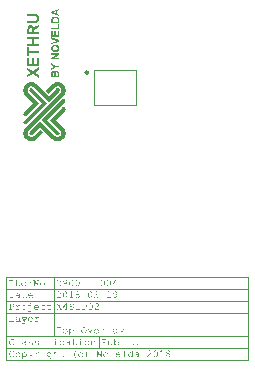
<source format=gto>
G04*
G04 #@! TF.GenerationSoftware,Altium Limited,Altium Designer,18.0.12 (696)*
G04*
G04 Layer_Color=65535*
%FSLAX24Y24*%
%MOIN*%
G70*
G01*
G75*
%ADD10C,0.0100*%
%ADD11C,0.0039*%
%ADD12C,0.0020*%
G36*
X1280Y5573D02*
X1222Y5551D01*
Y5450D01*
X1280Y5429D01*
Y5375D01*
X1027Y5474D01*
Y5528D01*
X1280Y5629D01*
Y5573D01*
D02*
G37*
G36*
X454Y5449D02*
X461D01*
X469Y5448D01*
X484Y5448D01*
X501Y5447D01*
X508Y5446D01*
X515Y5445D01*
X522Y5444D01*
X528Y5443D01*
X528D01*
X529Y5442D01*
X530D01*
X532Y5441D01*
X537Y5440D01*
X544Y5438D01*
X552Y5435D01*
X560Y5431D01*
X567Y5426D01*
X575Y5420D01*
X576Y5419D01*
X578Y5417D01*
X582Y5413D01*
X586Y5408D01*
X591Y5402D01*
X596Y5394D01*
X601Y5385D01*
X606Y5376D01*
Y5375D01*
X606Y5374D01*
X607Y5373D01*
X608Y5371D01*
X608Y5368D01*
X609Y5364D01*
X610Y5360D01*
X611Y5356D01*
X613Y5351D01*
X614Y5346D01*
X615Y5333D01*
X617Y5319D01*
X617Y5303D01*
Y5294D01*
X617Y5289D01*
Y5284D01*
X616Y5278D01*
X616Y5272D01*
X614Y5258D01*
X612Y5245D01*
X609Y5232D01*
X607Y5225D01*
X605Y5220D01*
Y5220D01*
X604Y5219D01*
X603Y5218D01*
X602Y5216D01*
X600Y5210D01*
X596Y5204D01*
X592Y5197D01*
X586Y5190D01*
X580Y5182D01*
X572Y5176D01*
X571Y5175D01*
X569Y5173D01*
X565Y5170D01*
X560Y5167D01*
X553Y5163D01*
X546Y5160D01*
X538Y5157D01*
X531Y5155D01*
X530D01*
X529Y5154D01*
X527D01*
X524Y5154D01*
X521Y5153D01*
X517Y5152D01*
X512Y5152D01*
X506Y5151D01*
X500Y5150D01*
X493Y5150D01*
X485Y5149D01*
X476Y5148D01*
X467Y5148D01*
X456D01*
X445Y5147D01*
X434D01*
X232D01*
Y5224D01*
X437D01*
X438D01*
X439D01*
X441D01*
X445D01*
X449D01*
X453D01*
X464Y5224D01*
X474D01*
X485Y5225D01*
X489Y5225D01*
X494D01*
X498Y5225D01*
X501Y5226D01*
X501D01*
X501Y5226D01*
X504Y5227D01*
X508Y5228D01*
X514Y5231D01*
X520Y5234D01*
X526Y5238D01*
X532Y5243D01*
X538Y5250D01*
X538Y5251D01*
X540Y5253D01*
X542Y5257D01*
X545Y5263D01*
X547Y5270D01*
X550Y5279D01*
X551Y5289D01*
X552Y5300D01*
Y5306D01*
X551Y5312D01*
X550Y5318D01*
X548Y5326D01*
X546Y5335D01*
X543Y5343D01*
X538Y5349D01*
X538Y5350D01*
X536Y5352D01*
X533Y5355D01*
X530Y5358D01*
X525Y5362D01*
X519Y5365D01*
X513Y5368D01*
X506Y5370D01*
X505D01*
X502Y5370D01*
X500Y5371D01*
X498D01*
X494Y5371D01*
X491Y5372D01*
X486D01*
X482Y5372D01*
X476D01*
X471Y5373D01*
X464D01*
X457Y5373D01*
X450D01*
X441D01*
X232D01*
Y5449D01*
X431D01*
X432D01*
X434D01*
X438D01*
X442D01*
X448D01*
X454Y5449D01*
D02*
G37*
G36*
X1164Y5358D02*
X1167D01*
X1170Y5357D01*
X1174Y5357D01*
X1183Y5356D01*
X1192Y5355D01*
X1201Y5353D01*
X1210Y5350D01*
X1210D01*
X1211Y5350D01*
X1212Y5349D01*
X1214Y5349D01*
X1217Y5348D01*
X1219Y5346D01*
X1225Y5343D01*
X1233Y5339D01*
X1240Y5335D01*
X1247Y5329D01*
X1254Y5323D01*
X1255Y5322D01*
X1256Y5321D01*
X1259Y5318D01*
X1261Y5313D01*
X1265Y5309D01*
X1268Y5302D01*
X1271Y5295D01*
X1274Y5287D01*
Y5287D01*
X1275Y5287D01*
Y5286D01*
X1275Y5284D01*
X1276Y5283D01*
X1276Y5280D01*
X1276Y5278D01*
X1277Y5275D01*
X1277Y5272D01*
X1278Y5269D01*
X1279Y5261D01*
X1279Y5252D01*
X1280Y5242D01*
Y5147D01*
X1027D01*
Y5247D01*
X1028Y5250D01*
Y5253D01*
X1028Y5257D01*
X1029Y5265D01*
X1029Y5273D01*
X1031Y5281D01*
X1031Y5284D01*
X1032Y5288D01*
Y5288D01*
X1033Y5289D01*
X1033Y5290D01*
X1034Y5291D01*
X1034Y5293D01*
X1035Y5295D01*
X1037Y5301D01*
X1041Y5307D01*
X1045Y5313D01*
X1050Y5319D01*
X1055Y5326D01*
X1056Y5326D01*
X1056Y5326D01*
X1057Y5327D01*
X1058Y5328D01*
X1060Y5330D01*
X1062Y5331D01*
X1067Y5334D01*
X1073Y5338D01*
X1080Y5342D01*
X1088Y5346D01*
X1097Y5350D01*
X1097D01*
X1097Y5350D01*
X1099Y5350D01*
X1101Y5351D01*
X1103Y5352D01*
X1106Y5352D01*
X1109Y5353D01*
X1113Y5354D01*
X1117Y5354D01*
X1121Y5355D01*
X1126Y5356D01*
X1132Y5357D01*
X1137Y5357D01*
X1143Y5358D01*
X1156Y5358D01*
X1156D01*
X1157D01*
X1159D01*
X1161D01*
X1164Y5358D01*
D02*
G37*
G36*
X610Y5015D02*
X528Y4960D01*
X528Y4959D01*
X526Y4958D01*
X524Y4957D01*
X521Y4955D01*
X517Y4952D01*
X513Y4950D01*
X504Y4944D01*
X495Y4937D01*
X486Y4930D01*
X482Y4927D01*
X478Y4924D01*
X475Y4922D01*
X472Y4919D01*
X472Y4919D01*
X471Y4918D01*
X469Y4916D01*
X466Y4913D01*
X464Y4909D01*
X461Y4905D01*
X459Y4901D01*
X457Y4896D01*
Y4896D01*
X456Y4894D01*
X455Y4891D01*
X454Y4887D01*
X454Y4882D01*
X453Y4875D01*
X452Y4867D01*
Y4843D01*
X610D01*
Y4766D01*
X232D01*
Y4937D01*
X232Y4942D01*
Y4948D01*
X233Y4954D01*
X233Y4961D01*
X234Y4975D01*
X236Y4990D01*
X237Y4997D01*
X239Y5004D01*
X240Y5010D01*
X242Y5015D01*
Y5015D01*
X243Y5016D01*
X243Y5017D01*
X244Y5019D01*
X247Y5025D01*
X251Y5031D01*
X256Y5038D01*
X262Y5045D01*
X270Y5052D01*
X279Y5059D01*
X279D01*
X280Y5060D01*
X281Y5061D01*
X283Y5062D01*
X286Y5063D01*
X288Y5065D01*
X296Y5068D01*
X305Y5071D01*
X315Y5073D01*
X326Y5075D01*
X338Y5076D01*
X339D01*
X340D01*
X342D01*
X345Y5075D01*
X349Y5075D01*
X353Y5074D01*
X358Y5074D01*
X363Y5073D01*
X374Y5070D01*
X386Y5066D01*
X392Y5063D01*
X398Y5059D01*
X403Y5055D01*
X409Y5051D01*
X409Y5050D01*
X410Y5050D01*
X411Y5048D01*
X413Y5046D01*
X415Y5043D01*
X417Y5041D01*
X420Y5037D01*
X423Y5032D01*
X426Y5027D01*
X429Y5021D01*
X432Y5015D01*
X435Y5009D01*
X438Y5001D01*
X440Y4993D01*
X442Y4985D01*
X443Y4976D01*
Y4976D01*
X444Y4977D01*
X446Y4980D01*
X449Y4984D01*
X453Y4990D01*
X458Y4997D01*
X463Y5004D01*
X469Y5010D01*
X475Y5016D01*
X476Y5017D01*
X479Y5019D01*
X483Y5023D01*
X486Y5025D01*
X490Y5028D01*
X494Y5031D01*
X498Y5034D01*
X503Y5038D01*
X508Y5042D01*
X514Y5046D01*
X521Y5050D01*
X529Y5055D01*
X536Y5060D01*
X610Y5106D01*
Y5015D01*
D02*
G37*
G36*
X1280Y4933D02*
X1029D01*
Y4983D01*
X1237D01*
Y5110D01*
X1280D01*
Y4933D01*
D02*
G37*
G36*
Y4697D02*
X1027D01*
Y4883D01*
X1070D01*
Y4748D01*
X1126D01*
Y4874D01*
X1168D01*
Y4748D01*
X1237D01*
Y4888D01*
X1280D01*
Y4697D01*
D02*
G37*
G36*
Y4580D02*
Y4526D01*
X1027Y4436D01*
Y4491D01*
X1214Y4555D01*
X1027Y4617D01*
Y4671D01*
X1280Y4580D01*
D02*
G37*
G36*
X610Y4611D02*
X445D01*
Y4461D01*
X610D01*
Y4385D01*
X232D01*
Y4461D01*
X381D01*
Y4611D01*
X232D01*
Y4687D01*
X610D01*
Y4611D01*
D02*
G37*
G36*
X1160Y4422D02*
X1164Y4421D01*
X1169Y4421D01*
X1175Y4420D01*
X1182Y4419D01*
X1189Y4418D01*
X1197Y4416D01*
X1204Y4414D01*
X1212Y4411D01*
X1220Y4408D01*
X1228Y4404D01*
X1236Y4400D01*
X1243Y4394D01*
X1250Y4389D01*
X1250Y4388D01*
X1251Y4387D01*
X1253Y4385D01*
X1255Y4383D01*
X1258Y4379D01*
X1260Y4375D01*
X1264Y4370D01*
X1267Y4365D01*
X1270Y4359D01*
X1273Y4352D01*
X1276Y4345D01*
X1279Y4337D01*
X1281Y4329D01*
X1282Y4320D01*
X1284Y4310D01*
X1284Y4300D01*
Y4297D01*
X1284Y4295D01*
X1283Y4291D01*
X1283Y4286D01*
X1282Y4281D01*
X1281Y4274D01*
X1280Y4268D01*
X1278Y4261D01*
X1276Y4253D01*
X1273Y4246D01*
X1270Y4239D01*
X1266Y4231D01*
X1261Y4224D01*
X1256Y4217D01*
X1250Y4211D01*
X1250Y4210D01*
X1248Y4209D01*
X1246Y4208D01*
X1244Y4205D01*
X1240Y4203D01*
X1236Y4200D01*
X1231Y4197D01*
X1225Y4194D01*
X1219Y4191D01*
X1212Y4188D01*
X1204Y4185D01*
X1196Y4183D01*
X1186Y4181D01*
X1177Y4179D01*
X1166Y4178D01*
X1155Y4178D01*
X1155D01*
X1154D01*
X1152D01*
X1149Y4178D01*
X1145D01*
X1141Y4178D01*
X1137Y4179D01*
X1133Y4179D01*
X1122Y4181D01*
X1112Y4183D01*
X1100Y4185D01*
X1090Y4189D01*
X1090D01*
X1089Y4189D01*
X1088Y4190D01*
X1087Y4191D01*
X1083Y4193D01*
X1079Y4195D01*
X1073Y4199D01*
X1068Y4203D01*
X1062Y4207D01*
X1056Y4212D01*
X1055Y4213D01*
X1055Y4213D01*
X1053Y4215D01*
X1051Y4218D01*
X1047Y4222D01*
X1043Y4227D01*
X1040Y4232D01*
X1036Y4238D01*
X1033Y4245D01*
Y4245D01*
X1033Y4246D01*
X1032Y4247D01*
X1031Y4249D01*
X1031Y4251D01*
X1030Y4254D01*
X1029Y4257D01*
X1028Y4261D01*
X1027Y4264D01*
X1026Y4268D01*
X1024Y4278D01*
X1023Y4288D01*
X1023Y4299D01*
Y4302D01*
X1023Y4305D01*
X1023Y4308D01*
X1024Y4313D01*
X1025Y4319D01*
X1026Y4325D01*
X1027Y4331D01*
X1029Y4338D01*
X1031Y4346D01*
X1034Y4353D01*
X1037Y4361D01*
X1041Y4368D01*
X1046Y4375D01*
X1051Y4382D01*
X1057Y4389D01*
X1058Y4389D01*
X1059Y4390D01*
X1061Y4391D01*
X1064Y4394D01*
X1067Y4396D01*
X1072Y4399D01*
X1077Y4402D01*
X1082Y4405D01*
X1089Y4409D01*
X1096Y4411D01*
X1104Y4414D01*
X1113Y4417D01*
X1122Y4419D01*
X1132Y4421D01*
X1143Y4422D01*
X1154Y4422D01*
X1154D01*
X1155D01*
X1157D01*
X1160Y4422D01*
D02*
G37*
G36*
X296Y4223D02*
X610D01*
Y4147D01*
X296D01*
Y4035D01*
X232D01*
Y4335D01*
X296D01*
Y4223D01*
D02*
G37*
G36*
X1280Y4083D02*
X1115Y3981D01*
X1280D01*
Y3934D01*
X1027D01*
Y3983D01*
X1196Y4087D01*
X1027D01*
Y4134D01*
X1280D01*
Y4083D01*
D02*
G37*
G36*
X610Y3710D02*
X232D01*
Y3990D01*
X296D01*
Y3786D01*
X379D01*
Y3975D01*
X443D01*
Y3786D01*
X546D01*
Y3997D01*
X610D01*
Y3710D01*
D02*
G37*
G36*
X1174Y3718D02*
X1280D01*
Y3667D01*
X1174D01*
X1027Y3575D01*
Y3634D01*
X1127Y3693D01*
X1027Y3751D01*
Y3810D01*
X1174Y3718D01*
D02*
G37*
G36*
X610Y3578D02*
X482Y3494D01*
X610Y3410D01*
Y3318D01*
X413Y3449D01*
X232Y3331D01*
Y3420D01*
X345Y3495D01*
X232Y3569D01*
Y3658D01*
X413Y3539D01*
X610Y3670D01*
Y3578D01*
D02*
G37*
G36*
X1213Y3557D02*
X1217Y3557D01*
X1222Y3556D01*
X1228Y3554D01*
X1234Y3552D01*
X1240Y3549D01*
X1240D01*
X1241Y3549D01*
X1243Y3548D01*
X1246Y3546D01*
X1249Y3544D01*
X1254Y3541D01*
X1258Y3537D01*
X1262Y3532D01*
X1266Y3528D01*
X1266Y3527D01*
X1268Y3525D01*
X1269Y3522D01*
X1271Y3518D01*
X1273Y3513D01*
X1275Y3507D01*
X1277Y3501D01*
X1278Y3493D01*
Y3492D01*
X1278Y3491D01*
Y3487D01*
X1279Y3484D01*
Y3481D01*
X1279Y3477D01*
Y3468D01*
X1279Y3462D01*
Y3449D01*
X1280Y3441D01*
Y3346D01*
X1027D01*
Y3457D01*
X1028Y3464D01*
X1028Y3471D01*
X1028Y3479D01*
X1029Y3486D01*
X1030Y3489D01*
X1030Y3492D01*
Y3492D01*
X1031Y3494D01*
X1031Y3497D01*
X1032Y3501D01*
X1034Y3505D01*
X1036Y3509D01*
X1038Y3514D01*
X1040Y3518D01*
X1041Y3519D01*
X1042Y3520D01*
X1044Y3522D01*
X1046Y3525D01*
X1049Y3528D01*
X1053Y3531D01*
X1057Y3534D01*
X1061Y3537D01*
X1062Y3538D01*
X1064Y3539D01*
X1066Y3540D01*
X1070Y3541D01*
X1075Y3543D01*
X1079Y3544D01*
X1085Y3545D01*
X1091Y3545D01*
X1091D01*
X1092D01*
X1093D01*
X1094D01*
X1097Y3545D01*
X1102Y3544D01*
X1107Y3543D01*
X1112Y3541D01*
X1118Y3539D01*
X1123Y3536D01*
X1124Y3535D01*
X1126Y3534D01*
X1128Y3532D01*
X1132Y3529D01*
X1135Y3525D01*
X1139Y3521D01*
X1142Y3516D01*
X1146Y3510D01*
Y3510D01*
X1146Y3511D01*
X1146Y3512D01*
X1147Y3514D01*
X1148Y3515D01*
X1149Y3518D01*
X1151Y3523D01*
X1154Y3528D01*
X1158Y3534D01*
X1163Y3540D01*
X1169Y3545D01*
X1169D01*
X1169Y3546D01*
X1170Y3547D01*
X1172Y3547D01*
X1175Y3549D01*
X1179Y3551D01*
X1185Y3554D01*
X1192Y3556D01*
X1199Y3557D01*
X1207Y3558D01*
X1207D01*
X1207D01*
X1208D01*
X1210D01*
X1213Y3557D01*
D02*
G37*
G36*
X1470Y2612D02*
X1480Y2603D01*
X1485Y2598D01*
X1492Y2587D01*
X1497Y2574D01*
X1500Y2561D01*
X1500Y2554D01*
X1500Y2547D01*
X1498Y2534D01*
X1492Y2521D01*
X1485Y2510D01*
X1480Y2505D01*
X894Y1920D01*
X1285Y1529D01*
X1285Y1529D01*
X1295Y1519D01*
X1305Y1494D01*
Y1466D01*
X1295Y1441D01*
X1285Y1432D01*
Y1432D01*
X1275Y1422D01*
X1250Y1411D01*
X1223D01*
X1198Y1422D01*
X1188Y1432D01*
X700Y1920D01*
X1383Y2603D01*
Y2603D01*
X1393Y2612D01*
X1418Y2623D01*
X1445D01*
X1470Y2612D01*
D02*
G37*
G36*
X384Y3175D02*
X435Y3165D01*
X483Y3145D01*
X526Y3116D01*
X544Y3098D01*
X935Y2707D01*
X1188Y2960D01*
X1188D01*
X1198Y2969D01*
X1223Y2980D01*
X1250Y2980D01*
X1275Y2969D01*
X1285Y2960D01*
X1285Y2960D01*
X1290Y2955D01*
X1297Y2944D01*
X1302Y2931D01*
X1305Y2918D01*
X1305Y2911D01*
X1305Y2904D01*
X1302Y2891D01*
X1297Y2879D01*
X1290Y2867D01*
X1285Y2862D01*
X935Y2513D01*
X447Y3000D01*
Y3000D01*
X428Y3016D01*
X382Y3035D01*
X333Y3035D01*
X287Y3016D01*
X268Y3001D01*
Y3001D01*
Y3001D01*
X268Y3001D01*
X268D01*
X252Y2981D01*
X233Y2936D01*
Y2886D01*
X252Y2841D01*
X268Y2822D01*
X618Y2472D01*
X211Y2065D01*
X211Y2065D01*
X201Y2055D01*
X176Y2044D01*
X149D01*
X124Y2055D01*
X114Y2065D01*
X104Y2074D01*
X94Y2099D01*
Y2127D01*
X104Y2152D01*
X114Y2162D01*
X424Y2472D01*
X171Y2724D01*
X171Y2724D01*
X153Y2743D01*
X124Y2786D01*
X104Y2834D01*
X94Y2885D01*
X94Y2937D01*
X104Y2988D01*
X124Y3036D01*
X153Y3079D01*
X171Y3098D01*
X171D01*
X189Y3116D01*
X233Y3145D01*
X281Y3165D01*
X332Y3175D01*
X384Y3175D01*
D02*
G37*
G36*
X396Y2969D02*
X406Y2960D01*
Y2960D01*
X894Y2472D01*
X211Y1789D01*
X201Y1779D01*
X176Y1768D01*
X149D01*
X124Y1779D01*
X114Y1789D01*
X114Y1789D01*
X104Y1798D01*
X94Y1823D01*
Y1851D01*
X104Y1876D01*
X114Y1886D01*
Y1886D01*
X700Y2472D01*
X309Y2862D01*
X299Y2872D01*
X289Y2897D01*
Y2925D01*
X299Y2950D01*
X309Y2960D01*
X319Y2969D01*
X344Y2980D01*
X371D01*
X396Y2969D01*
D02*
G37*
G36*
X1285Y1529D02*
D01*
Y1529D01*
Y1529D01*
D02*
G37*
G36*
X1470Y2336D02*
X1480Y2327D01*
Y2327D01*
X1490Y2317D01*
X1500Y2292D01*
Y2264D01*
X1490Y2239D01*
X1480Y2229D01*
X1170Y1920D01*
X1423Y1667D01*
X1423Y1667D01*
X1441Y1648D01*
X1470Y1605D01*
X1490Y1557D01*
X1500Y1506D01*
X1500Y1454D01*
X1490Y1403D01*
X1470Y1355D01*
X1441Y1312D01*
X1423Y1294D01*
Y1294D01*
X1405Y1275D01*
X1361Y1246D01*
X1313Y1226D01*
X1262Y1216D01*
X1210Y1216D01*
X1159Y1226D01*
X1111Y1246D01*
X1068Y1275D01*
X1050Y1294D01*
X659Y1684D01*
X406Y1432D01*
X406D01*
X396Y1422D01*
X371Y1411D01*
X344Y1411D01*
X319Y1422D01*
X309Y1432D01*
Y1432D01*
X299Y1441D01*
X289Y1466D01*
Y1494D01*
X299Y1519D01*
X309Y1529D01*
X659Y1879D01*
X1147Y1391D01*
X1147Y1391D01*
X1166Y1375D01*
X1212Y1356D01*
X1261Y1356D01*
X1307Y1375D01*
X1326Y1391D01*
X1342Y1410D01*
X1361Y1455D01*
Y1505D01*
X1342Y1550D01*
X1326Y1570D01*
X976Y1920D01*
X1383Y2327D01*
X1393Y2336D01*
X1418Y2347D01*
X1445D01*
X1470Y2336D01*
D02*
G37*
G36*
X1313Y3165D02*
X1361Y3145D01*
X1405Y3116D01*
X1423Y3098D01*
X1441Y3079D01*
X1470Y3036D01*
X1490Y2988D01*
X1500Y2937D01*
Y2885D01*
X1490Y2834D01*
X1470Y2786D01*
X1441Y2743D01*
X1423Y2724D01*
X268Y1570D01*
X252Y1550D01*
X234Y1505D01*
Y1455D01*
X252Y1410D01*
X268Y1391D01*
X287Y1375D01*
X333Y1356D01*
X382D01*
X428Y1375D01*
X447Y1391D01*
X652Y1596D01*
X750Y1499D01*
X544Y1294D01*
Y1294D01*
X526Y1275D01*
X483Y1246D01*
X435Y1226D01*
X384Y1216D01*
X332D01*
X281Y1226D01*
X233Y1246D01*
X189Y1275D01*
X171Y1294D01*
Y1294D01*
X153Y1312D01*
X124Y1355D01*
X104Y1403D01*
X94Y1454D01*
Y1506D01*
X104Y1557D01*
X124Y1605D01*
X153Y1648D01*
X171Y1667D01*
X1326Y2822D01*
X1326D01*
X1342Y2841D01*
X1360Y2886D01*
Y2936D01*
X1342Y2981D01*
X1326Y3001D01*
Y3001D01*
X1307Y3016D01*
X1261Y3035D01*
X1212D01*
X1166Y3016D01*
X1147Y3001D01*
X942Y2795D01*
X844Y2892D01*
X1050Y3098D01*
X1050D01*
X1068Y3116D01*
X1111Y3145D01*
X1159Y3165D01*
X1210Y3175D01*
X1262Y3175D01*
X1313Y3165D01*
D02*
G37*
G36*
X366Y-3472D02*
X370Y-3472D01*
X373Y-3474D01*
X378Y-3475D01*
X382Y-3478D01*
X385Y-3481D01*
X386Y-3482D01*
X387Y-3483D01*
X389Y-3486D01*
X392Y-3489D01*
X393Y-3494D01*
X395Y-3499D01*
X397Y-3504D01*
X397Y-3509D01*
Y-3609D01*
X410D01*
X412Y-3609D01*
X415Y-3609D01*
X417Y-3611D01*
X417Y-3611D01*
X418Y-3612D01*
X419Y-3614D01*
X419Y-3616D01*
Y-3616D01*
X419Y-3618D01*
X418Y-3619D01*
X417Y-3621D01*
X416Y-3621D01*
X415Y-3622D01*
X413Y-3623D01*
X410Y-3623D01*
X383D01*
Y-3510D01*
Y-3510D01*
Y-3508D01*
X383Y-3506D01*
X382Y-3504D01*
X382Y-3501D01*
X380Y-3498D01*
X379Y-3495D01*
X376Y-3492D01*
X376Y-3492D01*
X375Y-3491D01*
X374Y-3490D01*
X372Y-3489D01*
X370Y-3487D01*
X367Y-3486D01*
X364Y-3485D01*
X361Y-3485D01*
X360D01*
X358Y-3485D01*
X356Y-3486D01*
X353Y-3486D01*
X351Y-3488D01*
X348Y-3489D01*
X344Y-3491D01*
X344Y-3491D01*
X343Y-3492D01*
X341Y-3494D01*
X339Y-3496D01*
X336Y-3499D01*
X333Y-3503D01*
X329Y-3508D01*
X325Y-3514D01*
Y-3609D01*
X338D01*
X340Y-3609D01*
X342Y-3609D01*
X344Y-3611D01*
X345Y-3611D01*
X346Y-3612D01*
X346Y-3614D01*
X347Y-3616D01*
Y-3616D01*
X346Y-3618D01*
X346Y-3619D01*
X344Y-3621D01*
X344Y-3621D01*
X343Y-3622D01*
X340Y-3623D01*
X337Y-3623D01*
X311D01*
Y-3511D01*
Y-3511D01*
Y-3509D01*
X311Y-3507D01*
X310Y-3505D01*
X309Y-3502D01*
X308Y-3499D01*
X306Y-3496D01*
X304Y-3493D01*
X304Y-3492D01*
X303Y-3491D01*
X301Y-3490D01*
X300Y-3489D01*
X297Y-3487D01*
X295Y-3486D01*
X292Y-3485D01*
X289Y-3485D01*
X288D01*
X286Y-3485D01*
X284Y-3486D01*
X282Y-3486D01*
X279Y-3487D01*
X277Y-3489D01*
X274Y-3490D01*
X274Y-3491D01*
X272Y-3492D01*
X270Y-3493D01*
X268Y-3496D01*
X264Y-3499D01*
X261Y-3503D01*
X257Y-3508D01*
X252Y-3514D01*
Y-3609D01*
X265D01*
X267Y-3609D01*
X270Y-3609D01*
X272Y-3611D01*
X272Y-3611D01*
X273Y-3612D01*
X274Y-3614D01*
X274Y-3616D01*
Y-3616D01*
X274Y-3618D01*
X273Y-3619D01*
X272Y-3621D01*
X271Y-3621D01*
X270Y-3622D01*
X268Y-3623D01*
X265Y-3623D01*
X225D01*
X223Y-3623D01*
X221Y-3622D01*
X219Y-3621D01*
X218Y-3621D01*
X218Y-3620D01*
X217Y-3618D01*
X217Y-3616D01*
Y-3615D01*
X217Y-3614D01*
X218Y-3612D01*
X219Y-3611D01*
X219Y-3610D01*
X221Y-3610D01*
X223Y-3609D01*
X226Y-3609D01*
X238D01*
Y-3490D01*
X225D01*
X223Y-3490D01*
X221Y-3489D01*
X219Y-3488D01*
X218Y-3488D01*
X218Y-3487D01*
X217Y-3485D01*
X217Y-3483D01*
Y-3482D01*
X217Y-3481D01*
X218Y-3479D01*
X219Y-3478D01*
X219Y-3478D01*
X221Y-3477D01*
X223Y-3476D01*
X226Y-3476D01*
X252D01*
Y-3490D01*
X253Y-3490D01*
X253Y-3489D01*
X254Y-3489D01*
X255Y-3487D01*
X259Y-3484D01*
X264Y-3480D01*
X269Y-3477D01*
X275Y-3474D01*
X278Y-3473D01*
X282Y-3472D01*
X285Y-3471D01*
X289Y-3471D01*
X291D01*
X292Y-3471D01*
X295Y-3472D01*
X298Y-3472D01*
X301Y-3474D01*
X305Y-3475D01*
X308Y-3477D01*
X308Y-3477D01*
X309Y-3478D01*
X311Y-3479D01*
X313Y-3481D01*
X315Y-3484D01*
X317Y-3487D01*
X319Y-3490D01*
X322Y-3494D01*
X322Y-3494D01*
X323Y-3492D01*
X325Y-3490D01*
X328Y-3488D01*
X331Y-3485D01*
X334Y-3482D01*
X337Y-3479D01*
X341Y-3477D01*
X341Y-3477D01*
X343Y-3476D01*
X345Y-3475D01*
X347Y-3474D01*
X350Y-3473D01*
X353Y-3472D01*
X357Y-3471D01*
X361Y-3471D01*
X363D01*
X366Y-3472D01*
D02*
G37*
G36*
X2601Y-3535D02*
X2455D01*
Y-3515D01*
X2601D01*
Y-3535D01*
D02*
G37*
G36*
X611Y-3425D02*
X613Y-3425D01*
X615Y-3426D01*
X616Y-3427D01*
X617Y-3428D01*
X617Y-3429D01*
X618Y-3432D01*
Y-3432D01*
X617Y-3434D01*
X617Y-3435D01*
X615Y-3437D01*
X615Y-3437D01*
X614Y-3438D01*
X611Y-3438D01*
X608Y-3438D01*
X596D01*
Y-3623D01*
X578D01*
X472Y-3445D01*
Y-3609D01*
X499D01*
X501Y-3609D01*
X504Y-3609D01*
X506Y-3611D01*
X506Y-3611D01*
X507Y-3612D01*
X508Y-3614D01*
X508Y-3616D01*
Y-3616D01*
X508Y-3618D01*
X507Y-3619D01*
X506Y-3621D01*
X505Y-3621D01*
X504Y-3622D01*
X502Y-3623D01*
X498Y-3623D01*
X445D01*
X443Y-3623D01*
X440Y-3622D01*
X438Y-3621D01*
X438Y-3621D01*
X437Y-3620D01*
X436Y-3618D01*
X436Y-3616D01*
Y-3615D01*
X436Y-3614D01*
X437Y-3612D01*
X438Y-3611D01*
X438Y-3610D01*
X440Y-3610D01*
X442Y-3609D01*
X446Y-3609D01*
X458D01*
Y-3438D01*
X438D01*
X436Y-3438D01*
X434Y-3438D01*
X431Y-3437D01*
X431Y-3437D01*
X430Y-3436D01*
X430Y-3434D01*
X429Y-3432D01*
Y-3431D01*
X430Y-3430D01*
X430Y-3428D01*
X431Y-3426D01*
X432Y-3426D01*
X433Y-3425D01*
X435Y-3425D01*
X439Y-3424D01*
X476D01*
X582Y-3602D01*
Y-3438D01*
X554D01*
X552Y-3438D01*
X550Y-3438D01*
X548Y-3437D01*
X547Y-3437D01*
X547Y-3436D01*
X546Y-3434D01*
X546Y-3432D01*
Y-3431D01*
X546Y-3430D01*
X547Y-3428D01*
X548Y-3426D01*
X548Y-3426D01*
X549Y-3425D01*
X552Y-3425D01*
X553Y-3424D01*
X609D01*
X611Y-3425D01*
D02*
G37*
G36*
X1490Y-3405D02*
X1494Y-3406D01*
X1499Y-3407D01*
X1504Y-3408D01*
X1510Y-3410D01*
X1516Y-3413D01*
X1522Y-3417D01*
X1522D01*
X1523Y-3418D01*
X1525Y-3419D01*
X1527Y-3422D01*
X1531Y-3426D01*
X1535Y-3431D01*
X1539Y-3437D01*
X1543Y-3444D01*
X1547Y-3452D01*
Y-3453D01*
X1547Y-3454D01*
X1548Y-3455D01*
X1549Y-3458D01*
X1549Y-3460D01*
X1550Y-3463D01*
X1551Y-3467D01*
X1553Y-3472D01*
X1554Y-3477D01*
X1555Y-3482D01*
X1556Y-3487D01*
X1557Y-3493D01*
X1557Y-3499D01*
X1558Y-3506D01*
X1558Y-3520D01*
Y-3520D01*
Y-3521D01*
Y-3523D01*
Y-3525D01*
X1558Y-3528D01*
X1558Y-3531D01*
Y-3534D01*
X1557Y-3538D01*
X1556Y-3546D01*
X1554Y-3554D01*
X1552Y-3562D01*
X1548Y-3570D01*
X1548Y-3571D01*
X1547Y-3573D01*
X1546Y-3575D01*
X1544Y-3579D01*
X1541Y-3583D01*
X1538Y-3587D01*
X1534Y-3592D01*
X1529Y-3597D01*
X1529Y-3597D01*
X1527Y-3599D01*
X1525Y-3601D01*
X1522Y-3604D01*
X1517Y-3607D01*
X1513Y-3611D01*
X1507Y-3614D01*
X1502Y-3617D01*
X1501D01*
X1501Y-3618D01*
X1500Y-3618D01*
X1498Y-3619D01*
X1496Y-3620D01*
X1494Y-3621D01*
X1488Y-3623D01*
X1482Y-3624D01*
X1474Y-3626D01*
X1466Y-3627D01*
X1457Y-3628D01*
X1455D01*
X1452Y-3627D01*
X1448Y-3627D01*
X1444Y-3626D01*
X1440Y-3625D01*
X1436Y-3624D01*
X1432Y-3622D01*
X1432D01*
X1432Y-3622D01*
X1430Y-3620D01*
X1429Y-3618D01*
X1428Y-3617D01*
X1428Y-3616D01*
Y-3615D01*
X1428Y-3614D01*
X1429Y-3612D01*
X1430Y-3611D01*
X1430Y-3610D01*
X1431Y-3610D01*
X1433Y-3609D01*
X1435Y-3609D01*
X1435D01*
X1437Y-3609D01*
X1438Y-3609D01*
X1441Y-3611D01*
X1441D01*
X1442Y-3611D01*
X1444Y-3612D01*
X1445Y-3612D01*
X1447Y-3613D01*
X1450Y-3613D01*
X1456Y-3614D01*
X1460D01*
X1462Y-3613D01*
X1465Y-3613D01*
X1469Y-3612D01*
X1473Y-3612D01*
X1477Y-3611D01*
X1482Y-3609D01*
X1487Y-3607D01*
X1492Y-3605D01*
X1497Y-3603D01*
X1503Y-3600D01*
X1508Y-3597D01*
X1513Y-3593D01*
X1518Y-3588D01*
X1518Y-3588D01*
X1519Y-3587D01*
X1520Y-3585D01*
X1522Y-3583D01*
X1524Y-3581D01*
X1526Y-3578D01*
X1528Y-3574D01*
X1531Y-3570D01*
X1533Y-3565D01*
X1536Y-3561D01*
X1538Y-3555D01*
X1540Y-3549D01*
X1542Y-3543D01*
X1543Y-3537D01*
X1544Y-3530D01*
X1544Y-3522D01*
Y-3522D01*
Y-3521D01*
Y-3520D01*
Y-3517D01*
Y-3515D01*
X1544Y-3511D01*
Y-3507D01*
X1543Y-3502D01*
Y-3503D01*
X1543Y-3503D01*
X1542Y-3504D01*
X1541Y-3506D01*
X1539Y-3509D01*
X1536Y-3514D01*
X1532Y-3518D01*
X1527Y-3523D01*
X1523Y-3528D01*
X1517Y-3532D01*
X1516Y-3532D01*
X1514Y-3533D01*
X1511Y-3535D01*
X1507Y-3537D01*
X1503Y-3539D01*
X1498Y-3540D01*
X1492Y-3541D01*
X1486Y-3541D01*
X1483D01*
X1481Y-3541D01*
X1477Y-3541D01*
X1472Y-3540D01*
X1467Y-3538D01*
X1463Y-3536D01*
X1457Y-3533D01*
X1457Y-3533D01*
X1455Y-3532D01*
X1452Y-3530D01*
X1449Y-3527D01*
X1446Y-3523D01*
X1442Y-3519D01*
X1439Y-3514D01*
X1435Y-3508D01*
Y-3508D01*
X1435Y-3508D01*
X1435Y-3507D01*
X1434Y-3505D01*
X1433Y-3502D01*
X1431Y-3498D01*
X1430Y-3493D01*
X1429Y-3487D01*
X1428Y-3481D01*
X1427Y-3474D01*
Y-3474D01*
Y-3473D01*
Y-3472D01*
X1428Y-3470D01*
X1428Y-3467D01*
X1428Y-3465D01*
X1429Y-3462D01*
X1429Y-3458D01*
X1431Y-3451D01*
X1434Y-3443D01*
X1436Y-3439D01*
X1438Y-3435D01*
X1441Y-3431D01*
X1444Y-3427D01*
X1444Y-3426D01*
X1444Y-3426D01*
X1445Y-3425D01*
X1446Y-3423D01*
X1448Y-3422D01*
X1450Y-3420D01*
X1452Y-3418D01*
X1455Y-3416D01*
X1461Y-3412D01*
X1468Y-3408D01*
X1473Y-3407D01*
X1477Y-3406D01*
X1482Y-3405D01*
X1487Y-3405D01*
X1489D01*
X1490Y-3405D01*
D02*
G37*
G36*
X3195Y-3549D02*
X3207D01*
X3209Y-3550D01*
X3212Y-3550D01*
X3214Y-3551D01*
X3214Y-3552D01*
X3215Y-3553D01*
X3216Y-3554D01*
X3216Y-3557D01*
Y-3557D01*
X3216Y-3558D01*
X3215Y-3560D01*
X3214Y-3561D01*
X3213Y-3562D01*
X3212Y-3562D01*
X3210Y-3563D01*
X3207Y-3563D01*
X3195D01*
Y-3609D01*
X3207D01*
X3209Y-3609D01*
X3212Y-3609D01*
X3214Y-3611D01*
X3214Y-3611D01*
X3215Y-3612D01*
X3216Y-3614D01*
X3216Y-3616D01*
Y-3616D01*
X3216Y-3618D01*
X3215Y-3619D01*
X3214Y-3621D01*
X3214Y-3621D01*
X3212Y-3622D01*
X3210Y-3623D01*
X3207Y-3623D01*
X3153D01*
X3151Y-3623D01*
X3148Y-3622D01*
X3146Y-3621D01*
X3146Y-3621D01*
X3145Y-3620D01*
X3145Y-3618D01*
X3144Y-3616D01*
Y-3615D01*
X3145Y-3614D01*
X3145Y-3612D01*
X3146Y-3611D01*
X3146Y-3610D01*
X3148Y-3610D01*
X3150Y-3609D01*
X3154Y-3609D01*
X3181D01*
Y-3563D01*
X3086D01*
X3085Y-3547D01*
X3165Y-3410D01*
X3195D01*
Y-3549D01*
D02*
G37*
G36*
X2381Y-3433D02*
X2324Y-3616D01*
Y-3616D01*
X2324Y-3617D01*
X2323Y-3618D01*
X2322Y-3620D01*
X2321Y-3622D01*
X2320Y-3622D01*
X2320Y-3622D01*
X2318Y-3623D01*
X2316Y-3623D01*
X2316D01*
X2315Y-3623D01*
X2313Y-3622D01*
X2311Y-3621D01*
X2311Y-3621D01*
X2310Y-3620D01*
X2310Y-3618D01*
X2309Y-3616D01*
Y-3616D01*
Y-3615D01*
X2310Y-3614D01*
X2310Y-3611D01*
X2367Y-3431D01*
Y-3424D01*
X2265D01*
Y-3437D01*
Y-3437D01*
Y-3438D01*
X2264Y-3439D01*
X2264Y-3442D01*
X2263Y-3444D01*
X2263Y-3444D01*
X2262Y-3445D01*
X2260Y-3446D01*
X2258Y-3446D01*
X2257D01*
X2256Y-3446D01*
X2254Y-3445D01*
X2253Y-3444D01*
X2252Y-3444D01*
X2252Y-3442D01*
X2251Y-3440D01*
X2251Y-3437D01*
Y-3410D01*
X2381D01*
Y-3433D01*
D02*
G37*
G36*
X2152Y-3549D02*
X2164D01*
X2166Y-3550D01*
X2169Y-3550D01*
X2171Y-3551D01*
X2171Y-3552D01*
X2172Y-3553D01*
X2173Y-3554D01*
X2173Y-3557D01*
Y-3557D01*
X2173Y-3558D01*
X2172Y-3560D01*
X2171Y-3561D01*
X2170Y-3562D01*
X2169Y-3562D01*
X2167Y-3563D01*
X2163Y-3563D01*
X2152D01*
Y-3609D01*
X2164D01*
X2166Y-3609D01*
X2169Y-3609D01*
X2171Y-3611D01*
X2171Y-3611D01*
X2172Y-3612D01*
X2173Y-3614D01*
X2173Y-3616D01*
Y-3616D01*
X2173Y-3618D01*
X2172Y-3619D01*
X2171Y-3621D01*
X2171Y-3621D01*
X2169Y-3622D01*
X2167Y-3623D01*
X2164Y-3623D01*
X2110D01*
X2108Y-3623D01*
X2105Y-3622D01*
X2103Y-3621D01*
X2103Y-3621D01*
X2102Y-3620D01*
X2101Y-3618D01*
X2101Y-3616D01*
Y-3615D01*
X2101Y-3614D01*
X2102Y-3612D01*
X2103Y-3611D01*
X2103Y-3610D01*
X2105Y-3610D01*
X2107Y-3609D01*
X2111Y-3609D01*
X2138D01*
Y-3563D01*
X2043D01*
X2042Y-3547D01*
X2122Y-3410D01*
X2152D01*
Y-3549D01*
D02*
G37*
G36*
X-250Y-3425D02*
X-247Y-3425D01*
X-245Y-3426D01*
X-245Y-3427D01*
X-244Y-3428D01*
X-243Y-3429D01*
X-243Y-3432D01*
Y-3432D01*
X-243Y-3434D01*
X-244Y-3435D01*
X-245Y-3437D01*
X-246Y-3437D01*
X-247Y-3438D01*
X-249Y-3438D01*
X-253Y-3438D01*
X-302D01*
Y-3609D01*
X-252D01*
X-250Y-3609D01*
X-247Y-3609D01*
X-245Y-3611D01*
X-245Y-3611D01*
X-244Y-3612D01*
X-243Y-3614D01*
X-243Y-3616D01*
Y-3616D01*
X-243Y-3618D01*
X-244Y-3619D01*
X-245Y-3621D01*
X-246Y-3621D01*
X-247Y-3622D01*
X-249Y-3623D01*
X-253Y-3623D01*
X-365D01*
X-367Y-3623D01*
X-370Y-3622D01*
X-372Y-3621D01*
X-372Y-3621D01*
X-373Y-3620D01*
X-374Y-3618D01*
X-374Y-3616D01*
Y-3615D01*
X-374Y-3614D01*
X-373Y-3612D01*
X-372Y-3611D01*
X-372Y-3610D01*
X-370Y-3610D01*
X-368Y-3609D01*
X-364Y-3609D01*
X-316D01*
Y-3438D01*
X-365D01*
X-367Y-3438D01*
X-370Y-3438D01*
X-372Y-3437D01*
X-372Y-3437D01*
X-373Y-3436D01*
X-374Y-3434D01*
X-374Y-3432D01*
Y-3431D01*
X-374Y-3430D01*
X-373Y-3428D01*
X-372Y-3426D01*
X-372Y-3426D01*
X-370Y-3425D01*
X-368Y-3425D01*
X-364Y-3424D01*
X-252D01*
X-250Y-3425D01*
D02*
G37*
G36*
X1278Y-3405D02*
X1280Y-3406D01*
X1283Y-3406D01*
X1289Y-3407D01*
X1296Y-3410D01*
X1300Y-3411D01*
X1304Y-3413D01*
X1308Y-3415D01*
X1312Y-3417D01*
X1316Y-3420D01*
X1319Y-3424D01*
X1320Y-3424D01*
X1320Y-3425D01*
X1321Y-3426D01*
X1322Y-3427D01*
X1324Y-3429D01*
X1325Y-3431D01*
X1329Y-3436D01*
X1332Y-3442D01*
X1336Y-3449D01*
X1337Y-3453D01*
X1338Y-3457D01*
X1338Y-3461D01*
X1339Y-3466D01*
Y-3466D01*
Y-3467D01*
Y-3469D01*
X1338Y-3472D01*
X1338Y-3475D01*
X1337Y-3478D01*
X1335Y-3484D01*
Y-3484D01*
X1335Y-3485D01*
X1334Y-3487D01*
X1333Y-3489D01*
X1331Y-3492D01*
X1329Y-3495D01*
X1327Y-3498D01*
X1324Y-3501D01*
X1324Y-3502D01*
X1322Y-3503D01*
X1321Y-3506D01*
X1318Y-3509D01*
X1314Y-3513D01*
X1309Y-3518D01*
X1303Y-3524D01*
X1297Y-3531D01*
X1296Y-3532D01*
X1294Y-3533D01*
X1292Y-3536D01*
X1288Y-3539D01*
X1284Y-3543D01*
X1279Y-3548D01*
X1274Y-3553D01*
X1268Y-3559D01*
X1261Y-3565D01*
X1255Y-3571D01*
X1241Y-3584D01*
X1227Y-3597D01*
X1221Y-3602D01*
X1215Y-3608D01*
Y-3609D01*
X1325D01*
Y-3603D01*
Y-3603D01*
Y-3602D01*
X1325Y-3601D01*
X1326Y-3598D01*
X1327Y-3596D01*
X1327Y-3596D01*
X1328Y-3595D01*
X1330Y-3594D01*
X1332Y-3594D01*
X1333D01*
X1334Y-3594D01*
X1335Y-3595D01*
X1337Y-3596D01*
X1337Y-3596D01*
X1338Y-3598D01*
X1339Y-3600D01*
X1339Y-3603D01*
Y-3623D01*
X1201D01*
Y-3602D01*
X1201Y-3602D01*
X1203Y-3601D01*
X1205Y-3598D01*
X1208Y-3595D01*
X1212Y-3592D01*
X1217Y-3588D01*
X1222Y-3583D01*
X1228Y-3578D01*
X1234Y-3572D01*
X1240Y-3565D01*
X1247Y-3559D01*
X1255Y-3552D01*
X1270Y-3538D01*
X1285Y-3522D01*
X1286Y-3522D01*
X1286Y-3521D01*
X1287Y-3521D01*
X1289Y-3520D01*
X1292Y-3516D01*
X1296Y-3512D01*
X1300Y-3507D01*
X1305Y-3503D01*
X1309Y-3499D01*
X1312Y-3495D01*
X1312Y-3495D01*
X1313Y-3493D01*
X1314Y-3492D01*
X1316Y-3490D01*
X1319Y-3485D01*
X1320Y-3482D01*
X1321Y-3479D01*
Y-3479D01*
X1322Y-3478D01*
X1322Y-3477D01*
X1323Y-3475D01*
X1324Y-3471D01*
X1324Y-3466D01*
Y-3465D01*
Y-3465D01*
Y-3464D01*
X1324Y-3463D01*
X1324Y-3459D01*
X1322Y-3455D01*
X1321Y-3450D01*
X1318Y-3444D01*
X1314Y-3439D01*
X1312Y-3436D01*
X1309Y-3433D01*
Y-3433D01*
X1309Y-3433D01*
X1307Y-3431D01*
X1303Y-3429D01*
X1300Y-3426D01*
X1294Y-3424D01*
X1288Y-3421D01*
X1281Y-3420D01*
X1278Y-3419D01*
X1270D01*
X1267Y-3420D01*
X1262Y-3420D01*
X1257Y-3422D01*
X1252Y-3424D01*
X1246Y-3426D01*
X1240Y-3430D01*
X1240Y-3430D01*
X1238Y-3432D01*
X1236Y-3434D01*
X1233Y-3437D01*
X1230Y-3441D01*
X1226Y-3446D01*
X1224Y-3451D01*
X1222Y-3457D01*
Y-3457D01*
X1221Y-3457D01*
X1221Y-3459D01*
X1220Y-3460D01*
X1219Y-3462D01*
X1219Y-3462D01*
X1218Y-3462D01*
X1216Y-3463D01*
X1214Y-3463D01*
X1214D01*
X1213Y-3463D01*
X1211Y-3463D01*
X1209Y-3462D01*
X1209Y-3461D01*
X1209Y-3460D01*
X1208Y-3459D01*
X1208Y-3457D01*
Y-3457D01*
Y-3456D01*
X1208Y-3454D01*
X1209Y-3451D01*
X1210Y-3448D01*
X1211Y-3444D01*
X1214Y-3440D01*
X1217Y-3435D01*
Y-3435D01*
X1217Y-3435D01*
X1218Y-3433D01*
X1220Y-3430D01*
X1223Y-3427D01*
X1226Y-3424D01*
X1231Y-3420D01*
X1236Y-3417D01*
X1241Y-3413D01*
X1241D01*
X1242Y-3413D01*
X1244Y-3412D01*
X1247Y-3411D01*
X1251Y-3409D01*
X1256Y-3408D01*
X1261Y-3406D01*
X1267Y-3405D01*
X1273Y-3405D01*
X1276D01*
X1278Y-3405D01*
D02*
G37*
G36*
X2949D02*
X2953Y-3406D01*
X2956Y-3406D01*
X2960Y-3407D01*
X2964Y-3409D01*
X2968Y-3410D01*
X2969Y-3411D01*
X2970Y-3411D01*
X2972Y-3412D01*
X2975Y-3414D01*
X2978Y-3416D01*
X2981Y-3418D01*
X2984Y-3421D01*
X2987Y-3424D01*
X2988Y-3424D01*
X2988Y-3425D01*
X2989Y-3427D01*
X2991Y-3429D01*
X2992Y-3431D01*
X2994Y-3434D01*
X2996Y-3438D01*
X2998Y-3442D01*
X2999Y-3443D01*
X2999Y-3444D01*
X3000Y-3447D01*
X3002Y-3450D01*
X3003Y-3453D01*
X3004Y-3457D01*
X3007Y-3465D01*
X3007Y-3465D01*
X3007Y-3467D01*
X3008Y-3470D01*
X3009Y-3475D01*
X3009Y-3479D01*
X3010Y-3485D01*
X3011Y-3492D01*
Y-3499D01*
Y-3534D01*
Y-3535D01*
Y-3536D01*
Y-3539D01*
X3010Y-3542D01*
X3010Y-3546D01*
X3009Y-3550D01*
X3009Y-3555D01*
X3008Y-3561D01*
X3005Y-3572D01*
X3003Y-3578D01*
X3001Y-3584D01*
X2999Y-3590D01*
X2996Y-3596D01*
X2992Y-3602D01*
X2988Y-3607D01*
X2988Y-3607D01*
X2988Y-3608D01*
X2987Y-3609D01*
X2985Y-3610D01*
X2984Y-3612D01*
X2982Y-3613D01*
X2979Y-3615D01*
X2977Y-3617D01*
X2970Y-3621D01*
X2963Y-3624D01*
X2959Y-3626D01*
X2955Y-3627D01*
X2950Y-3627D01*
X2945Y-3628D01*
X2943D01*
X2941Y-3627D01*
X2938Y-3627D01*
X2934Y-3626D01*
X2930Y-3626D01*
X2926Y-3624D01*
X2921Y-3623D01*
X2921Y-3623D01*
X2920Y-3622D01*
X2918Y-3621D01*
X2915Y-3619D01*
X2912Y-3617D01*
X2909Y-3615D01*
X2905Y-3612D01*
X2902Y-3609D01*
X2902Y-3609D01*
X2901Y-3608D01*
X2900Y-3607D01*
X2899Y-3605D01*
X2898Y-3602D01*
X2896Y-3599D01*
X2894Y-3595D01*
X2892Y-3591D01*
X2891Y-3590D01*
X2891Y-3589D01*
X2890Y-3586D01*
X2888Y-3583D01*
X2887Y-3580D01*
X2885Y-3576D01*
X2883Y-3568D01*
Y-3568D01*
Y-3568D01*
X2882Y-3566D01*
X2882Y-3563D01*
X2881Y-3559D01*
X2881Y-3554D01*
X2880Y-3548D01*
X2880Y-3541D01*
X2879Y-3534D01*
Y-3499D01*
Y-3499D01*
Y-3497D01*
Y-3495D01*
X2880Y-3492D01*
X2880Y-3488D01*
X2881Y-3483D01*
X2881Y-3478D01*
X2882Y-3473D01*
X2885Y-3461D01*
X2886Y-3455D01*
X2889Y-3449D01*
X2891Y-3443D01*
X2894Y-3437D01*
X2897Y-3432D01*
X2901Y-3426D01*
X2901Y-3426D01*
X2902Y-3425D01*
X2903Y-3424D01*
X2904Y-3423D01*
X2906Y-3421D01*
X2908Y-3419D01*
X2910Y-3418D01*
X2913Y-3416D01*
X2920Y-3412D01*
X2927Y-3408D01*
X2931Y-3407D01*
X2935Y-3406D01*
X2940Y-3405D01*
X2945Y-3405D01*
X2947D01*
X2949Y-3405D01*
D02*
G37*
G36*
X2741D02*
X2744Y-3406D01*
X2748Y-3406D01*
X2752Y-3407D01*
X2756Y-3409D01*
X2760Y-3410D01*
X2760Y-3411D01*
X2762Y-3411D01*
X2764Y-3412D01*
X2766Y-3414D01*
X2769Y-3416D01*
X2773Y-3418D01*
X2776Y-3421D01*
X2779Y-3424D01*
X2779Y-3424D01*
X2780Y-3425D01*
X2781Y-3427D01*
X2782Y-3429D01*
X2784Y-3431D01*
X2785Y-3434D01*
X2787Y-3438D01*
X2790Y-3442D01*
X2790Y-3443D01*
X2791Y-3444D01*
X2792Y-3447D01*
X2793Y-3450D01*
X2794Y-3453D01*
X2796Y-3457D01*
X2798Y-3465D01*
X2798Y-3465D01*
X2799Y-3467D01*
X2799Y-3470D01*
X2800Y-3475D01*
X2801Y-3479D01*
X2801Y-3485D01*
X2802Y-3492D01*
Y-3499D01*
Y-3534D01*
Y-3535D01*
Y-3536D01*
Y-3539D01*
X2802Y-3542D01*
X2801Y-3546D01*
X2801Y-3550D01*
X2800Y-3555D01*
X2799Y-3561D01*
X2797Y-3572D01*
X2795Y-3578D01*
X2793Y-3584D01*
X2790Y-3590D01*
X2787Y-3596D01*
X2784Y-3602D01*
X2780Y-3607D01*
X2779Y-3607D01*
X2779Y-3608D01*
X2778Y-3609D01*
X2777Y-3610D01*
X2775Y-3612D01*
X2773Y-3613D01*
X2771Y-3615D01*
X2768Y-3617D01*
X2762Y-3621D01*
X2754Y-3624D01*
X2750Y-3626D01*
X2746Y-3627D01*
X2741Y-3627D01*
X2736Y-3628D01*
X2735D01*
X2732Y-3627D01*
X2729Y-3627D01*
X2725Y-3626D01*
X2721Y-3626D01*
X2717Y-3624D01*
X2713Y-3623D01*
X2713Y-3623D01*
X2711Y-3622D01*
X2709Y-3621D01*
X2706Y-3619D01*
X2703Y-3617D01*
X2700Y-3615D01*
X2697Y-3612D01*
X2694Y-3609D01*
X2694Y-3609D01*
X2693Y-3608D01*
X2692Y-3607D01*
X2691Y-3605D01*
X2689Y-3602D01*
X2687Y-3599D01*
X2685Y-3595D01*
X2683Y-3591D01*
X2683Y-3590D01*
X2682Y-3589D01*
X2681Y-3586D01*
X2680Y-3583D01*
X2678Y-3580D01*
X2677Y-3576D01*
X2674Y-3568D01*
Y-3568D01*
Y-3568D01*
X2674Y-3566D01*
X2674Y-3563D01*
X2673Y-3559D01*
X2672Y-3554D01*
X2672Y-3548D01*
X2671Y-3541D01*
X2671Y-3534D01*
Y-3499D01*
Y-3499D01*
Y-3497D01*
Y-3495D01*
X2671Y-3492D01*
X2672Y-3488D01*
X2672Y-3483D01*
X2673Y-3478D01*
X2674Y-3473D01*
X2676Y-3461D01*
X2678Y-3455D01*
X2680Y-3449D01*
X2682Y-3443D01*
X2685Y-3437D01*
X2689Y-3432D01*
X2693Y-3426D01*
X2693Y-3426D01*
X2693Y-3425D01*
X2694Y-3424D01*
X2696Y-3423D01*
X2697Y-3421D01*
X2699Y-3419D01*
X2702Y-3418D01*
X2705Y-3416D01*
X2711Y-3412D01*
X2718Y-3408D01*
X2722Y-3407D01*
X2727Y-3406D01*
X2731Y-3405D01*
X2736Y-3405D01*
X2738D01*
X2741Y-3405D01*
D02*
G37*
G36*
X1906D02*
X1910Y-3406D01*
X1913Y-3406D01*
X1917Y-3407D01*
X1921Y-3409D01*
X1925Y-3410D01*
X1926Y-3411D01*
X1927Y-3411D01*
X1929Y-3412D01*
X1932Y-3414D01*
X1935Y-3416D01*
X1938Y-3418D01*
X1941Y-3421D01*
X1944Y-3424D01*
X1945Y-3424D01*
X1945Y-3425D01*
X1946Y-3427D01*
X1948Y-3429D01*
X1949Y-3431D01*
X1951Y-3434D01*
X1953Y-3438D01*
X1955Y-3442D01*
X1956Y-3443D01*
X1956Y-3444D01*
X1957Y-3447D01*
X1958Y-3450D01*
X1960Y-3453D01*
X1961Y-3457D01*
X1964Y-3465D01*
X1964Y-3465D01*
X1964Y-3467D01*
X1965Y-3470D01*
X1966Y-3475D01*
X1966Y-3479D01*
X1967Y-3485D01*
X1968Y-3492D01*
Y-3499D01*
Y-3534D01*
Y-3535D01*
Y-3536D01*
Y-3539D01*
X1967Y-3542D01*
X1967Y-3546D01*
X1966Y-3550D01*
X1966Y-3555D01*
X1965Y-3561D01*
X1962Y-3572D01*
X1960Y-3578D01*
X1958Y-3584D01*
X1956Y-3590D01*
X1953Y-3596D01*
X1949Y-3602D01*
X1945Y-3607D01*
X1945Y-3607D01*
X1945Y-3608D01*
X1944Y-3609D01*
X1942Y-3610D01*
X1941Y-3612D01*
X1938Y-3613D01*
X1936Y-3615D01*
X1934Y-3617D01*
X1927Y-3621D01*
X1920Y-3624D01*
X1916Y-3626D01*
X1912Y-3627D01*
X1907Y-3627D01*
X1902Y-3628D01*
X1900D01*
X1897Y-3627D01*
X1895Y-3627D01*
X1891Y-3626D01*
X1887Y-3626D01*
X1883Y-3624D01*
X1878Y-3623D01*
X1878Y-3623D01*
X1876Y-3622D01*
X1875Y-3621D01*
X1872Y-3619D01*
X1869Y-3617D01*
X1866Y-3615D01*
X1862Y-3612D01*
X1859Y-3609D01*
X1859Y-3609D01*
X1858Y-3608D01*
X1857Y-3607D01*
X1856Y-3605D01*
X1854Y-3602D01*
X1853Y-3599D01*
X1851Y-3595D01*
X1849Y-3591D01*
X1848Y-3590D01*
X1848Y-3589D01*
X1847Y-3586D01*
X1845Y-3583D01*
X1844Y-3580D01*
X1842Y-3576D01*
X1840Y-3568D01*
Y-3568D01*
Y-3568D01*
X1839Y-3566D01*
X1839Y-3563D01*
X1838Y-3559D01*
X1838Y-3554D01*
X1837Y-3548D01*
X1837Y-3541D01*
X1836Y-3534D01*
Y-3499D01*
Y-3499D01*
Y-3497D01*
Y-3495D01*
X1837Y-3492D01*
X1837Y-3488D01*
X1838Y-3483D01*
X1838Y-3478D01*
X1839Y-3473D01*
X1842Y-3461D01*
X1843Y-3455D01*
X1846Y-3449D01*
X1848Y-3443D01*
X1851Y-3437D01*
X1854Y-3432D01*
X1858Y-3426D01*
X1858Y-3426D01*
X1859Y-3425D01*
X1860Y-3424D01*
X1861Y-3423D01*
X1863Y-3421D01*
X1865Y-3419D01*
X1867Y-3418D01*
X1870Y-3416D01*
X1876Y-3412D01*
X1884Y-3408D01*
X1888Y-3407D01*
X1892Y-3406D01*
X1897Y-3405D01*
X1902Y-3405D01*
X1904D01*
X1906Y-3405D01*
D02*
G37*
G36*
X1698D02*
X1701Y-3406D01*
X1705Y-3406D01*
X1709Y-3407D01*
X1712Y-3409D01*
X1717Y-3410D01*
X1717Y-3411D01*
X1719Y-3411D01*
X1721Y-3412D01*
X1723Y-3414D01*
X1726Y-3416D01*
X1730Y-3418D01*
X1733Y-3421D01*
X1736Y-3424D01*
X1736Y-3424D01*
X1737Y-3425D01*
X1738Y-3427D01*
X1739Y-3429D01*
X1741Y-3431D01*
X1742Y-3434D01*
X1744Y-3438D01*
X1747Y-3442D01*
X1747Y-3443D01*
X1748Y-3444D01*
X1749Y-3447D01*
X1750Y-3450D01*
X1751Y-3453D01*
X1753Y-3457D01*
X1755Y-3465D01*
X1755Y-3465D01*
X1756Y-3467D01*
X1756Y-3470D01*
X1757Y-3475D01*
X1758Y-3479D01*
X1758Y-3485D01*
X1759Y-3492D01*
Y-3499D01*
Y-3534D01*
Y-3535D01*
Y-3536D01*
Y-3539D01*
X1759Y-3542D01*
X1758Y-3546D01*
X1758Y-3550D01*
X1757Y-3555D01*
X1756Y-3561D01*
X1753Y-3572D01*
X1752Y-3578D01*
X1750Y-3584D01*
X1747Y-3590D01*
X1744Y-3596D01*
X1741Y-3602D01*
X1737Y-3607D01*
X1736Y-3607D01*
X1736Y-3608D01*
X1735Y-3609D01*
X1734Y-3610D01*
X1732Y-3612D01*
X1730Y-3613D01*
X1728Y-3615D01*
X1725Y-3617D01*
X1719Y-3621D01*
X1711Y-3624D01*
X1707Y-3626D01*
X1703Y-3627D01*
X1698Y-3627D01*
X1693Y-3628D01*
X1691D01*
X1689Y-3627D01*
X1686Y-3627D01*
X1682Y-3626D01*
X1678Y-3626D01*
X1674Y-3624D01*
X1670Y-3623D01*
X1670Y-3623D01*
X1668Y-3622D01*
X1666Y-3621D01*
X1663Y-3619D01*
X1660Y-3617D01*
X1657Y-3615D01*
X1654Y-3612D01*
X1651Y-3609D01*
X1650Y-3609D01*
X1650Y-3608D01*
X1649Y-3607D01*
X1648Y-3605D01*
X1646Y-3602D01*
X1644Y-3599D01*
X1642Y-3595D01*
X1640Y-3591D01*
X1640Y-3590D01*
X1639Y-3589D01*
X1638Y-3586D01*
X1637Y-3583D01*
X1635Y-3580D01*
X1634Y-3576D01*
X1631Y-3568D01*
Y-3568D01*
Y-3568D01*
X1631Y-3566D01*
X1630Y-3563D01*
X1630Y-3559D01*
X1629Y-3554D01*
X1629Y-3548D01*
X1628Y-3541D01*
X1628Y-3534D01*
Y-3499D01*
Y-3499D01*
Y-3497D01*
Y-3495D01*
X1628Y-3492D01*
X1629Y-3488D01*
X1629Y-3483D01*
X1630Y-3478D01*
X1630Y-3473D01*
X1633Y-3461D01*
X1635Y-3455D01*
X1637Y-3449D01*
X1639Y-3443D01*
X1642Y-3437D01*
X1646Y-3432D01*
X1649Y-3426D01*
X1650Y-3426D01*
X1650Y-3425D01*
X1651Y-3424D01*
X1653Y-3423D01*
X1654Y-3421D01*
X1656Y-3419D01*
X1659Y-3418D01*
X1662Y-3416D01*
X1668Y-3412D01*
X1675Y-3408D01*
X1679Y-3407D01*
X1684Y-3406D01*
X1688Y-3405D01*
X1693Y-3405D01*
X1695D01*
X1698Y-3405D01*
D02*
G37*
G36*
X740Y-3471D02*
X743Y-3472D01*
X746Y-3472D01*
X750Y-3473D01*
X754Y-3474D01*
X758Y-3475D01*
X763Y-3477D01*
X767Y-3479D01*
X772Y-3481D01*
X777Y-3483D01*
X782Y-3487D01*
X786Y-3490D01*
X791Y-3494D01*
X791Y-3495D01*
X792Y-3495D01*
X793Y-3497D01*
X794Y-3498D01*
X796Y-3500D01*
X798Y-3503D01*
X800Y-3506D01*
X803Y-3510D01*
X805Y-3514D01*
X807Y-3518D01*
X809Y-3522D01*
X811Y-3527D01*
X812Y-3533D01*
X813Y-3538D01*
X814Y-3544D01*
X814Y-3550D01*
Y-3550D01*
Y-3551D01*
Y-3553D01*
X814Y-3556D01*
X814Y-3558D01*
X813Y-3561D01*
X812Y-3565D01*
X811Y-3569D01*
X810Y-3573D01*
X808Y-3578D01*
X807Y-3582D01*
X804Y-3587D01*
X802Y-3592D01*
X799Y-3597D01*
X795Y-3601D01*
X791Y-3605D01*
X790Y-3606D01*
X790Y-3606D01*
X788Y-3607D01*
X786Y-3609D01*
X784Y-3611D01*
X782Y-3613D01*
X779Y-3615D01*
X775Y-3617D01*
X771Y-3619D01*
X767Y-3621D01*
X762Y-3623D01*
X757Y-3625D01*
X752Y-3626D01*
X746Y-3627D01*
X741Y-3628D01*
X735Y-3628D01*
X731D01*
X729Y-3628D01*
X726Y-3628D01*
X723Y-3627D01*
X719Y-3626D01*
X715Y-3625D01*
X711Y-3624D01*
X706Y-3623D01*
X702Y-3621D01*
X697Y-3619D01*
X692Y-3616D01*
X687Y-3613D01*
X682Y-3609D01*
X678Y-3605D01*
X678Y-3605D01*
X677Y-3604D01*
X676Y-3603D01*
X674Y-3601D01*
X673Y-3599D01*
X671Y-3596D01*
X669Y-3593D01*
X666Y-3590D01*
X664Y-3586D01*
X662Y-3582D01*
X660Y-3577D01*
X659Y-3572D01*
X657Y-3567D01*
X656Y-3561D01*
X655Y-3556D01*
X655Y-3550D01*
Y-3550D01*
Y-3549D01*
Y-3547D01*
X655Y-3544D01*
X656Y-3542D01*
X656Y-3539D01*
X657Y-3535D01*
X658Y-3531D01*
X659Y-3527D01*
X661Y-3522D01*
X662Y-3518D01*
X665Y-3513D01*
X667Y-3508D01*
X670Y-3503D01*
X674Y-3499D01*
X678Y-3494D01*
X678Y-3494D01*
X679Y-3493D01*
X680Y-3492D01*
X682Y-3491D01*
X684Y-3489D01*
X687Y-3487D01*
X690Y-3485D01*
X694Y-3482D01*
X698Y-3480D01*
X702Y-3478D01*
X707Y-3476D01*
X712Y-3475D01*
X717Y-3473D01*
X722Y-3472D01*
X728Y-3471D01*
X735Y-3471D01*
X738D01*
X740Y-3471D01*
D02*
G37*
G36*
X112D02*
X115Y-3472D01*
X118Y-3472D01*
X122Y-3473D01*
X126Y-3474D01*
X131Y-3475D01*
X135Y-3477D01*
X140Y-3479D01*
X145Y-3480D01*
X150Y-3483D01*
X155Y-3486D01*
X159Y-3490D01*
X164Y-3494D01*
X164Y-3494D01*
X165Y-3495D01*
X166Y-3496D01*
X167Y-3498D01*
X169Y-3500D01*
X171Y-3503D01*
X173Y-3506D01*
X175Y-3510D01*
X177Y-3514D01*
X179Y-3519D01*
X181Y-3523D01*
X183Y-3528D01*
X184Y-3534D01*
X185Y-3540D01*
X186Y-3546D01*
X186Y-3553D01*
X40D01*
Y-3553D01*
X41Y-3554D01*
Y-3556D01*
X41Y-3558D01*
X42Y-3560D01*
X43Y-3563D01*
X45Y-3569D01*
X47Y-3576D01*
X51Y-3583D01*
X54Y-3587D01*
X57Y-3591D01*
X60Y-3594D01*
X63Y-3598D01*
X64Y-3598D01*
X64Y-3598D01*
X65Y-3599D01*
X67Y-3600D01*
X69Y-3602D01*
X71Y-3603D01*
X74Y-3604D01*
X77Y-3606D01*
X80Y-3607D01*
X84Y-3609D01*
X92Y-3612D01*
X101Y-3614D01*
X106Y-3614D01*
X111Y-3614D01*
X114D01*
X117Y-3614D01*
X122Y-3614D01*
X127Y-3613D01*
X132Y-3612D01*
X138Y-3611D01*
X145Y-3609D01*
X145D01*
X146Y-3609D01*
X147Y-3608D01*
X148Y-3608D01*
X151Y-3607D01*
X155Y-3605D01*
X160Y-3603D01*
X165Y-3601D01*
X169Y-3598D01*
X174Y-3595D01*
X174Y-3595D01*
X176Y-3594D01*
X177Y-3593D01*
X179Y-3592D01*
X180D01*
X181Y-3593D01*
X182Y-3593D01*
X184Y-3595D01*
X184Y-3595D01*
X185Y-3596D01*
X186Y-3598D01*
X186Y-3600D01*
Y-3600D01*
X186Y-3601D01*
X185Y-3603D01*
X183Y-3605D01*
X183Y-3605D01*
X182Y-3606D01*
X180Y-3608D01*
X177Y-3610D01*
X173Y-3613D01*
X168Y-3616D01*
X162Y-3618D01*
X154Y-3621D01*
X154D01*
X153Y-3622D01*
X152Y-3622D01*
X151Y-3622D01*
X149Y-3623D01*
X147Y-3623D01*
X141Y-3625D01*
X135Y-3626D01*
X128Y-3627D01*
X120Y-3628D01*
X112Y-3628D01*
X110D01*
X108Y-3628D01*
X106D01*
X103Y-3628D01*
X99Y-3627D01*
X95Y-3626D01*
X90Y-3625D01*
X86Y-3624D01*
X81Y-3623D01*
X76Y-3621D01*
X70Y-3618D01*
X65Y-3616D01*
X60Y-3612D01*
X55Y-3609D01*
X50Y-3604D01*
X50Y-3604D01*
X49Y-3603D01*
X48Y-3602D01*
X46Y-3600D01*
X45Y-3598D01*
X43Y-3595D01*
X41Y-3592D01*
X38Y-3588D01*
X36Y-3584D01*
X34Y-3580D01*
X32Y-3575D01*
X30Y-3570D01*
X28Y-3564D01*
X27Y-3559D01*
X26Y-3553D01*
X26Y-3546D01*
Y-3546D01*
Y-3545D01*
Y-3543D01*
X26Y-3541D01*
X27Y-3539D01*
X27Y-3536D01*
X28Y-3532D01*
X29Y-3528D01*
X30Y-3524D01*
X32Y-3520D01*
X34Y-3516D01*
X36Y-3511D01*
X39Y-3506D01*
X42Y-3502D01*
X45Y-3498D01*
X49Y-3493D01*
X49Y-3493D01*
X50Y-3492D01*
X51Y-3491D01*
X53Y-3490D01*
X55Y-3488D01*
X58Y-3486D01*
X61Y-3484D01*
X65Y-3482D01*
X69Y-3480D01*
X73Y-3478D01*
X78Y-3476D01*
X83Y-3475D01*
X88Y-3473D01*
X94Y-3472D01*
X100Y-3471D01*
X106Y-3471D01*
X109D01*
X112Y-3471D01*
D02*
G37*
G36*
X-135Y-3424D02*
X-133Y-3425D01*
X-132Y-3426D01*
X-131Y-3427D01*
X-130Y-3428D01*
X-130Y-3431D01*
X-129Y-3434D01*
Y-3476D01*
X-51D01*
X-49Y-3476D01*
X-47Y-3477D01*
X-45Y-3478D01*
X-44Y-3478D01*
X-43Y-3479D01*
X-43Y-3481D01*
X-42Y-3483D01*
Y-3483D01*
X-43Y-3485D01*
X-43Y-3486D01*
X-45Y-3488D01*
X-45Y-3488D01*
X-46Y-3489D01*
X-49Y-3490D01*
X-52Y-3490D01*
X-129D01*
Y-3585D01*
Y-3586D01*
X-129Y-3587D01*
X-129Y-3590D01*
X-128Y-3593D01*
X-127Y-3596D01*
X-125Y-3600D01*
X-123Y-3603D01*
X-119Y-3606D01*
X-119Y-3606D01*
X-118Y-3607D01*
X-115Y-3609D01*
X-112Y-3610D01*
X-108Y-3612D01*
X-103Y-3613D01*
X-97Y-3614D01*
X-91Y-3614D01*
X-88D01*
X-85Y-3614D01*
X-81Y-3614D01*
X-77Y-3613D01*
X-71Y-3612D01*
X-66Y-3611D01*
X-59Y-3610D01*
X-59D01*
X-59Y-3610D01*
X-57Y-3609D01*
X-54Y-3608D01*
X-50Y-3607D01*
X-46Y-3606D01*
X-41Y-3604D01*
X-37Y-3602D01*
X-33Y-3601D01*
X-33Y-3600D01*
X-31Y-3599D01*
X-30Y-3599D01*
X-28Y-3598D01*
X-27D01*
X-26Y-3599D01*
X-25Y-3599D01*
X-23Y-3601D01*
X-23Y-3601D01*
X-22Y-3602D01*
X-21Y-3603D01*
X-21Y-3605D01*
Y-3606D01*
X-21Y-3607D01*
X-22Y-3608D01*
X-23Y-3610D01*
X-23Y-3610D01*
X-24Y-3611D01*
X-26Y-3612D01*
X-28Y-3614D01*
X-32Y-3615D01*
X-37Y-3618D01*
X-39Y-3619D01*
X-42Y-3620D01*
X-46Y-3621D01*
X-50Y-3622D01*
X-50D01*
X-51Y-3623D01*
X-52Y-3623D01*
X-53Y-3623D01*
X-55Y-3623D01*
X-57Y-3624D01*
X-62Y-3625D01*
X-68Y-3626D01*
X-75Y-3627D01*
X-82Y-3628D01*
X-89Y-3628D01*
X-92D01*
X-94Y-3628D01*
X-96D01*
X-98Y-3628D01*
X-104Y-3627D01*
X-110Y-3625D01*
X-117Y-3623D01*
X-123Y-3621D01*
X-129Y-3617D01*
X-130Y-3616D01*
X-131Y-3615D01*
X-134Y-3612D01*
X-136Y-3608D01*
X-139Y-3604D01*
X-141Y-3599D01*
X-143Y-3592D01*
X-143Y-3589D01*
X-143Y-3585D01*
Y-3490D01*
X-171D01*
X-173Y-3490D01*
X-175Y-3489D01*
X-177Y-3488D01*
X-178Y-3488D01*
X-178Y-3487D01*
X-179Y-3485D01*
X-179Y-3483D01*
Y-3482D01*
X-179Y-3481D01*
X-178Y-3480D01*
X-177Y-3478D01*
X-177Y-3478D01*
X-176Y-3477D01*
X-173Y-3476D01*
X-170Y-3476D01*
X-143D01*
Y-3434D01*
Y-3434D01*
Y-3433D01*
X-143Y-3431D01*
X-142Y-3429D01*
X-141Y-3426D01*
X-141Y-3426D01*
X-140Y-3425D01*
X-139Y-3424D01*
X-137Y-3424D01*
X-136D01*
X-135Y-3424D01*
D02*
G37*
G36*
X2809Y-3929D02*
X2664D01*
Y-3908D01*
X2809D01*
Y-3929D01*
D02*
G37*
G36*
X2183D02*
X2038D01*
Y-3908D01*
X2183D01*
Y-3929D01*
D02*
G37*
G36*
X-85Y-3865D02*
X-83D01*
X-80Y-3865D01*
X-74Y-3866D01*
X-68Y-3868D01*
X-60Y-3870D01*
X-54Y-3874D01*
X-48Y-3878D01*
X-47D01*
X-47Y-3879D01*
X-45Y-3880D01*
X-43Y-3883D01*
X-40Y-3887D01*
X-37Y-3891D01*
X-35Y-3896D01*
X-33Y-3902D01*
X-32Y-3905D01*
Y-3908D01*
Y-4002D01*
X-13D01*
X-11Y-4003D01*
X-8Y-4003D01*
X-6Y-4004D01*
X-6Y-4005D01*
X-5Y-4006D01*
X-4Y-4007D01*
X-4Y-4010D01*
Y-4010D01*
X-4Y-4011D01*
X-5Y-4013D01*
X-6Y-4015D01*
X-6Y-4015D01*
X-8Y-4016D01*
X-10Y-4016D01*
X-13Y-4017D01*
X-46D01*
Y-3996D01*
X-47Y-3997D01*
X-48Y-3997D01*
X-50Y-3998D01*
X-52Y-4000D01*
X-55Y-4002D01*
X-58Y-4004D01*
X-62Y-4007D01*
X-66Y-4009D01*
X-71Y-4012D01*
X-77Y-4014D01*
X-82Y-4016D01*
X-88Y-4018D01*
X-94Y-4020D01*
X-100Y-4021D01*
X-107Y-4022D01*
X-113Y-4022D01*
X-116D01*
X-118Y-4022D01*
X-119D01*
X-122Y-4021D01*
X-128Y-4020D01*
X-134Y-4019D01*
X-141Y-4017D01*
X-147Y-4014D01*
X-153Y-4009D01*
X-154Y-4009D01*
X-156Y-4007D01*
X-158Y-4004D01*
X-160Y-4000D01*
X-163Y-3996D01*
X-165Y-3991D01*
X-167Y-3984D01*
X-167Y-3981D01*
X-168Y-3977D01*
Y-3977D01*
Y-3977D01*
Y-3976D01*
X-167Y-3974D01*
X-167Y-3972D01*
X-167Y-3970D01*
X-165Y-3965D01*
X-163Y-3959D01*
X-161Y-3956D01*
X-159Y-3954D01*
X-158Y-3951D01*
X-155Y-3947D01*
X-152Y-3944D01*
X-149Y-3941D01*
X-148Y-3941D01*
X-148Y-3941D01*
X-147Y-3940D01*
X-145Y-3939D01*
X-143Y-3938D01*
X-141Y-3936D01*
X-138Y-3935D01*
X-135Y-3934D01*
X-131Y-3932D01*
X-127Y-3931D01*
X-122Y-3930D01*
X-117Y-3928D01*
X-112Y-3927D01*
X-106Y-3927D01*
X-99Y-3926D01*
X-87D01*
X-83Y-3926D01*
X-80Y-3927D01*
X-76Y-3927D01*
X-72Y-3927D01*
X-71D01*
X-70Y-3928D01*
X-67Y-3928D01*
X-64Y-3928D01*
X-60Y-3929D01*
X-56Y-3930D01*
X-51Y-3930D01*
X-46Y-3931D01*
Y-3908D01*
Y-3908D01*
Y-3906D01*
X-47Y-3904D01*
X-48Y-3901D01*
X-49Y-3898D01*
X-51Y-3895D01*
X-54Y-3891D01*
X-58Y-3888D01*
X-58Y-3887D01*
X-59Y-3886D01*
X-62Y-3885D01*
X-66Y-3883D01*
X-70Y-3882D01*
X-76Y-3880D01*
X-82Y-3879D01*
X-90Y-3879D01*
X-93D01*
X-95Y-3879D01*
X-97Y-3879D01*
X-99Y-3880D01*
X-102Y-3880D01*
X-106Y-3880D01*
X-109Y-3881D01*
X-113Y-3882D01*
X-117Y-3883D01*
X-122Y-3884D01*
X-126Y-3886D01*
X-137Y-3889D01*
X-138D01*
X-138Y-3889D01*
X-140Y-3890D01*
X-142Y-3890D01*
X-143Y-3891D01*
X-144D01*
X-146Y-3890D01*
X-147Y-3890D01*
X-149Y-3889D01*
X-149Y-3888D01*
X-150Y-3887D01*
X-150Y-3886D01*
X-151Y-3884D01*
Y-3883D01*
X-150Y-3882D01*
X-150Y-3880D01*
X-149Y-3879D01*
X-148Y-3878D01*
X-147Y-3878D01*
X-146Y-3877D01*
X-143Y-3876D01*
X-140Y-3875D01*
X-136Y-3874D01*
X-133Y-3873D01*
X-130Y-3872D01*
X-130D01*
X-129Y-3872D01*
X-127Y-3871D01*
X-126Y-3871D01*
X-123Y-3870D01*
X-121Y-3870D01*
X-115Y-3868D01*
X-108Y-3867D01*
X-102Y-3866D01*
X-95Y-3865D01*
X-90Y-3865D01*
X-87D01*
X-85Y-3865D01*
D02*
G37*
G36*
X3159Y-3799D02*
X3163Y-3799D01*
X3167Y-3800D01*
X3173Y-3802D01*
X3179Y-3804D01*
X3185Y-3807D01*
X3191Y-3811D01*
X3191D01*
X3191Y-3812D01*
X3193Y-3813D01*
X3196Y-3816D01*
X3200Y-3820D01*
X3204Y-3825D01*
X3208Y-3831D01*
X3212Y-3838D01*
X3216Y-3846D01*
Y-3846D01*
X3216Y-3847D01*
X3217Y-3849D01*
X3218Y-3851D01*
X3218Y-3854D01*
X3219Y-3857D01*
X3220Y-3861D01*
X3222Y-3865D01*
X3223Y-3870D01*
X3224Y-3875D01*
X3225Y-3881D01*
X3226Y-3887D01*
X3226Y-3893D01*
X3227Y-3900D01*
X3227Y-3914D01*
Y-3914D01*
Y-3915D01*
Y-3917D01*
Y-3919D01*
X3227Y-3921D01*
X3227Y-3924D01*
Y-3928D01*
X3226Y-3932D01*
X3225Y-3939D01*
X3223Y-3948D01*
X3221Y-3956D01*
X3217Y-3964D01*
X3217Y-3965D01*
X3216Y-3966D01*
X3215Y-3969D01*
X3212Y-3972D01*
X3210Y-3977D01*
X3207Y-3981D01*
X3203Y-3985D01*
X3198Y-3990D01*
X3198Y-3991D01*
X3196Y-3992D01*
X3194Y-3995D01*
X3190Y-3997D01*
X3186Y-4001D01*
X3182Y-4004D01*
X3176Y-4008D01*
X3170Y-4011D01*
X3170D01*
X3169Y-4011D01*
X3168Y-4012D01*
X3167Y-4013D01*
X3165Y-4013D01*
X3163Y-4014D01*
X3157Y-4016D01*
X3150Y-4018D01*
X3143Y-4020D01*
X3135Y-4021D01*
X3126Y-4021D01*
X3124D01*
X3121Y-4021D01*
X3117Y-4021D01*
X3113Y-4020D01*
X3109Y-4019D01*
X3105Y-4018D01*
X3101Y-4016D01*
X3101D01*
X3101Y-4016D01*
X3099Y-4014D01*
X3098Y-4012D01*
X3097Y-4011D01*
X3097Y-4009D01*
Y-4009D01*
X3097Y-4008D01*
X3098Y-4006D01*
X3099Y-4004D01*
X3099Y-4004D01*
X3100Y-4003D01*
X3102Y-4003D01*
X3104Y-4002D01*
X3104D01*
X3105Y-4003D01*
X3107Y-4003D01*
X3110Y-4004D01*
X3110D01*
X3111Y-4005D01*
X3112Y-4005D01*
X3114Y-4006D01*
X3116Y-4006D01*
X3119Y-4007D01*
X3125Y-4007D01*
X3128D01*
X3131Y-4007D01*
X3134Y-4007D01*
X3138Y-4006D01*
X3142Y-4005D01*
X3146Y-4004D01*
X3151Y-4003D01*
X3156Y-4001D01*
X3161Y-3999D01*
X3166Y-3997D01*
X3171Y-3994D01*
X3177Y-3990D01*
X3182Y-3986D01*
X3187Y-3982D01*
X3187Y-3981D01*
X3188Y-3980D01*
X3189Y-3979D01*
X3191Y-3977D01*
X3193Y-3975D01*
X3195Y-3971D01*
X3197Y-3968D01*
X3200Y-3964D01*
X3202Y-3959D01*
X3205Y-3954D01*
X3207Y-3949D01*
X3209Y-3943D01*
X3210Y-3937D01*
X3212Y-3930D01*
X3212Y-3923D01*
X3213Y-3916D01*
Y-3916D01*
Y-3915D01*
Y-3913D01*
Y-3911D01*
Y-3908D01*
X3212Y-3905D01*
Y-3901D01*
X3212Y-3896D01*
Y-3896D01*
X3211Y-3897D01*
X3211Y-3898D01*
X3210Y-3899D01*
X3208Y-3903D01*
X3205Y-3907D01*
X3201Y-3912D01*
X3196Y-3917D01*
X3191Y-3921D01*
X3186Y-3926D01*
X3185Y-3926D01*
X3183Y-3927D01*
X3180Y-3929D01*
X3176Y-3930D01*
X3172Y-3932D01*
X3166Y-3934D01*
X3161Y-3935D01*
X3155Y-3935D01*
X3152D01*
X3149Y-3935D01*
X3146Y-3934D01*
X3141Y-3933D01*
X3136Y-3932D01*
X3131Y-3930D01*
X3126Y-3927D01*
X3125Y-3927D01*
X3124Y-3925D01*
X3121Y-3923D01*
X3118Y-3921D01*
X3115Y-3917D01*
X3111Y-3913D01*
X3107Y-3908D01*
X3104Y-3902D01*
Y-3902D01*
X3104Y-3901D01*
X3104Y-3900D01*
X3103Y-3899D01*
X3102Y-3896D01*
X3100Y-3892D01*
X3099Y-3887D01*
X3098Y-3881D01*
X3097Y-3875D01*
X3096Y-3868D01*
Y-3868D01*
Y-3867D01*
Y-3865D01*
X3097Y-3863D01*
X3097Y-3861D01*
X3097Y-3858D01*
X3098Y-3855D01*
X3098Y-3852D01*
X3100Y-3845D01*
X3103Y-3837D01*
X3105Y-3833D01*
X3107Y-3829D01*
X3109Y-3824D01*
X3112Y-3820D01*
X3113Y-3820D01*
X3113Y-3819D01*
X3114Y-3818D01*
X3115Y-3817D01*
X3117Y-3815D01*
X3119Y-3813D01*
X3121Y-3812D01*
X3124Y-3810D01*
X3130Y-3806D01*
X3137Y-3802D01*
X3142Y-3801D01*
X3146Y-3800D01*
X3151Y-3799D01*
X3156Y-3799D01*
X3158D01*
X3159Y-3799D01*
D02*
G37*
G36*
X2533D02*
X2535D01*
X2538Y-3800D01*
X2544Y-3801D01*
X2551Y-3803D01*
X2558Y-3806D01*
X2562Y-3808D01*
X2566Y-3810D01*
X2569Y-3812D01*
X2572Y-3815D01*
X2573Y-3815D01*
X2573Y-3816D01*
X2574Y-3817D01*
X2575Y-3818D01*
X2578Y-3821D01*
X2581Y-3826D01*
X2584Y-3832D01*
X2587Y-3838D01*
X2589Y-3845D01*
X2590Y-3849D01*
X2590Y-3854D01*
Y-3854D01*
Y-3856D01*
X2590Y-3859D01*
X2589Y-3862D01*
X2588Y-3866D01*
X2586Y-3871D01*
X2584Y-3875D01*
X2581Y-3880D01*
X2581Y-3881D01*
X2580Y-3882D01*
X2578Y-3885D01*
X2575Y-3888D01*
X2572Y-3891D01*
X2568Y-3895D01*
X2563Y-3898D01*
X2557Y-3901D01*
X2557D01*
X2558Y-3901D01*
X2559Y-3902D01*
X2560Y-3902D01*
X2564Y-3904D01*
X2568Y-3907D01*
X2573Y-3911D01*
X2578Y-3915D01*
X2583Y-3919D01*
X2587Y-3925D01*
X2587Y-3926D01*
X2589Y-3928D01*
X2590Y-3931D01*
X2592Y-3935D01*
X2594Y-3939D01*
X2596Y-3945D01*
X2597Y-3951D01*
X2597Y-3957D01*
Y-3957D01*
Y-3958D01*
Y-3959D01*
X2597Y-3961D01*
X2597Y-3963D01*
X2596Y-3966D01*
X2595Y-3972D01*
X2592Y-3979D01*
X2591Y-3983D01*
X2589Y-3987D01*
X2586Y-3991D01*
X2583Y-3995D01*
X2580Y-3998D01*
X2576Y-4002D01*
X2576Y-4002D01*
X2575Y-4003D01*
X2574Y-4004D01*
X2573Y-4005D01*
X2571Y-4007D01*
X2568Y-4008D01*
X2565Y-4010D01*
X2562Y-4012D01*
X2559Y-4014D01*
X2555Y-4015D01*
X2551Y-4017D01*
X2546Y-4018D01*
X2541Y-4020D01*
X2536Y-4020D01*
X2530Y-4021D01*
X2525Y-4021D01*
X2521D01*
X2520Y-4021D01*
X2518D01*
X2513Y-4020D01*
X2507Y-4019D01*
X2501Y-4018D01*
X2494Y-4017D01*
X2487Y-4014D01*
X2486D01*
X2486Y-4014D01*
X2485Y-4013D01*
X2483Y-4013D01*
X2480Y-4011D01*
X2476Y-4009D01*
X2471Y-4007D01*
X2467Y-4004D01*
X2463Y-4001D01*
X2459Y-3998D01*
X2459Y-3997D01*
X2458Y-3996D01*
X2457Y-3995D01*
X2457Y-3992D01*
Y-3992D01*
X2457Y-3991D01*
X2457Y-3989D01*
X2458Y-3988D01*
X2459Y-3987D01*
X2460Y-3986D01*
X2461Y-3986D01*
X2463Y-3985D01*
X2464D01*
X2465Y-3986D01*
X2467Y-3986D01*
X2469Y-3988D01*
X2469Y-3988D01*
X2470Y-3989D01*
X2472Y-3990D01*
X2474Y-3991D01*
X2476Y-3993D01*
X2479Y-3994D01*
X2482Y-3996D01*
X2486Y-3997D01*
X2490Y-3999D01*
X2494Y-4001D01*
X2504Y-4004D01*
X2509Y-4006D01*
X2514Y-4006D01*
X2519Y-4007D01*
X2525Y-4007D01*
X2527D01*
X2529Y-4007D01*
X2531D01*
X2533Y-4006D01*
X2539Y-4005D01*
X2546Y-4003D01*
X2553Y-4001D01*
X2560Y-3997D01*
X2563Y-3995D01*
X2566Y-3992D01*
X2567Y-3992D01*
X2567Y-3991D01*
X2569Y-3989D01*
X2571Y-3986D01*
X2575Y-3982D01*
X2578Y-3977D01*
X2581Y-3971D01*
X2583Y-3964D01*
X2583Y-3961D01*
X2583Y-3957D01*
Y-3957D01*
Y-3955D01*
X2583Y-3953D01*
X2582Y-3950D01*
X2581Y-3946D01*
X2580Y-3941D01*
X2578Y-3937D01*
X2575Y-3933D01*
X2574Y-3932D01*
X2573Y-3931D01*
X2571Y-3928D01*
X2569Y-3925D01*
X2565Y-3922D01*
X2561Y-3919D01*
X2557Y-3916D01*
X2551Y-3913D01*
X2551D01*
X2551Y-3913D01*
X2549Y-3912D01*
X2546Y-3911D01*
X2542Y-3910D01*
X2537Y-3908D01*
X2531Y-3907D01*
X2526Y-3906D01*
X2520Y-3906D01*
X2519D01*
X2517Y-3906D01*
X2515Y-3905D01*
X2512Y-3904D01*
X2512Y-3904D01*
X2511Y-3903D01*
X2511Y-3901D01*
X2510Y-3899D01*
Y-3898D01*
X2511Y-3897D01*
X2511Y-3896D01*
X2512Y-3894D01*
X2513Y-3894D01*
X2514Y-3893D01*
X2516Y-3892D01*
X2519Y-3892D01*
X2533D01*
X2534Y-3892D01*
X2538Y-3891D01*
X2542Y-3891D01*
X2548Y-3889D01*
X2553Y-3887D01*
X2558Y-3884D01*
X2563Y-3880D01*
X2564Y-3880D01*
X2565Y-3878D01*
X2567Y-3876D01*
X2570Y-3873D01*
X2572Y-3869D01*
X2574Y-3864D01*
X2575Y-3859D01*
X2576Y-3853D01*
Y-3853D01*
Y-3853D01*
X2575Y-3851D01*
X2575Y-3848D01*
X2574Y-3844D01*
X2572Y-3839D01*
X2570Y-3835D01*
X2567Y-3830D01*
X2562Y-3825D01*
X2562Y-3825D01*
X2560Y-3823D01*
X2557Y-3821D01*
X2553Y-3819D01*
X2548Y-3817D01*
X2542Y-3815D01*
X2536Y-3813D01*
X2528Y-3813D01*
X2526D01*
X2523Y-3813D01*
X2519Y-3813D01*
X2515Y-3814D01*
X2510Y-3815D01*
X2506Y-3816D01*
X2501Y-3818D01*
X2500Y-3818D01*
X2499Y-3819D01*
X2497Y-3820D01*
X2494Y-3822D01*
X2490Y-3824D01*
X2487Y-3826D01*
X2484Y-3829D01*
X2481Y-3832D01*
X2481Y-3833D01*
X2479Y-3834D01*
X2478Y-3835D01*
X2477Y-3836D01*
X2476D01*
X2476Y-3836D01*
X2474Y-3837D01*
X2473D01*
X2472Y-3836D01*
X2470Y-3836D01*
X2469Y-3835D01*
X2469Y-3835D01*
X2468Y-3834D01*
X2467Y-3832D01*
X2467Y-3830D01*
Y-3830D01*
X2467Y-3829D01*
X2468Y-3828D01*
X2469Y-3826D01*
X2470Y-3823D01*
X2473Y-3820D01*
X2477Y-3817D01*
X2479Y-3815D01*
X2482Y-3813D01*
X2482Y-3813D01*
X2483Y-3813D01*
X2484Y-3812D01*
X2485Y-3811D01*
X2487Y-3810D01*
X2490Y-3809D01*
X2492Y-3807D01*
X2495Y-3806D01*
X2502Y-3803D01*
X2510Y-3801D01*
X2519Y-3799D01*
X2523Y-3799D01*
X2531D01*
X2533Y-3799D01*
D02*
G37*
G36*
X2952Y-4002D02*
X3002D01*
X3003Y-4003D01*
X3006Y-4003D01*
X3008Y-4004D01*
X3008Y-4005D01*
X3009Y-4006D01*
X3010Y-4007D01*
X3010Y-4010D01*
Y-4010D01*
X3010Y-4011D01*
X3009Y-4013D01*
X3008Y-4015D01*
X3008Y-4015D01*
X3006Y-4016D01*
X3004Y-4016D01*
X3001Y-4017D01*
X2888D01*
X2886Y-4016D01*
X2884Y-4016D01*
X2881Y-4015D01*
X2881Y-4014D01*
X2880Y-4013D01*
X2880Y-4012D01*
X2879Y-4010D01*
Y-4009D01*
X2880Y-4008D01*
X2880Y-4006D01*
X2881Y-4004D01*
X2882Y-4004D01*
X2883Y-4003D01*
X2886Y-4003D01*
X2889Y-4002D01*
X2938D01*
Y-3820D01*
X2891Y-3835D01*
X2891D01*
X2889Y-3835D01*
X2888Y-3836D01*
X2886Y-3836D01*
X2886D01*
X2885Y-3836D01*
X2883Y-3835D01*
X2881Y-3834D01*
X2881Y-3834D01*
X2880Y-3833D01*
X2880Y-3831D01*
X2879Y-3829D01*
Y-3829D01*
X2880Y-3828D01*
X2880Y-3826D01*
X2881Y-3824D01*
X2881Y-3824D01*
X2882Y-3823D01*
X2884Y-3822D01*
X2887Y-3821D01*
X2952Y-3801D01*
Y-4002D01*
D02*
G37*
G36*
X1700D02*
X1750D01*
X1752Y-4003D01*
X1754Y-4003D01*
X1756Y-4004D01*
X1757Y-4005D01*
X1758Y-4006D01*
X1758Y-4007D01*
X1759Y-4010D01*
Y-4010D01*
X1758Y-4011D01*
X1758Y-4013D01*
X1756Y-4015D01*
X1756Y-4015D01*
X1755Y-4016D01*
X1752Y-4016D01*
X1749Y-4017D01*
X1636D01*
X1634Y-4016D01*
X1632Y-4016D01*
X1630Y-4015D01*
X1629Y-4014D01*
X1629Y-4013D01*
X1628Y-4012D01*
X1628Y-4010D01*
Y-4009D01*
X1628Y-4008D01*
X1629Y-4006D01*
X1630Y-4004D01*
X1630Y-4004D01*
X1632Y-4003D01*
X1634Y-4003D01*
X1637Y-4002D01*
X1686D01*
Y-3820D01*
X1640Y-3835D01*
X1639D01*
X1638Y-3835D01*
X1636Y-3836D01*
X1635Y-3836D01*
X1634D01*
X1633Y-3836D01*
X1631Y-3835D01*
X1630Y-3834D01*
X1629Y-3834D01*
X1629Y-3833D01*
X1628Y-3831D01*
X1628Y-3829D01*
Y-3829D01*
X1628Y-3828D01*
X1629Y-3826D01*
X1629Y-3824D01*
X1630Y-3824D01*
X1631Y-3823D01*
X1632Y-3822D01*
X1635Y-3821D01*
X1700Y-3801D01*
Y-4002D01*
D02*
G37*
G36*
X-281Y-3818D02*
X-277Y-3819D01*
X-272Y-3820D01*
X-266Y-3821D01*
X-261Y-3823D01*
X-255Y-3826D01*
X-255D01*
X-254Y-3826D01*
X-253Y-3827D01*
X-250Y-3829D01*
X-246Y-3831D01*
X-243Y-3833D01*
X-239Y-3836D01*
X-236Y-3839D01*
X-232Y-3843D01*
Y-3843D01*
X-232Y-3843D01*
X-231Y-3844D01*
X-230Y-3845D01*
X-228Y-3849D01*
X-225Y-3853D01*
X-222Y-3858D01*
X-218Y-3864D01*
X-215Y-3870D01*
X-212Y-3877D01*
X-212Y-3877D01*
X-211Y-3879D01*
X-210Y-3882D01*
X-209Y-3886D01*
X-208Y-3890D01*
X-207Y-3895D01*
X-207Y-3901D01*
X-207Y-3908D01*
Y-3927D01*
Y-3928D01*
Y-3928D01*
Y-3930D01*
Y-3931D01*
X-207Y-3933D01*
X-207Y-3935D01*
X-208Y-3941D01*
X-209Y-3947D01*
X-211Y-3955D01*
X-213Y-3962D01*
X-217Y-3970D01*
Y-3970D01*
X-217Y-3971D01*
X-218Y-3972D01*
X-219Y-3973D01*
X-221Y-3977D01*
X-224Y-3982D01*
X-229Y-3988D01*
X-234Y-3994D01*
X-241Y-3999D01*
X-249Y-4005D01*
X-249D01*
X-250Y-4006D01*
X-251Y-4006D01*
X-252Y-4007D01*
X-256Y-4009D01*
X-260Y-4011D01*
X-266Y-4013D01*
X-272Y-4015D01*
X-280Y-4016D01*
X-288Y-4017D01*
X-365D01*
X-367Y-4016D01*
X-370Y-4016D01*
X-372Y-4015D01*
X-372Y-4014D01*
X-373Y-4013D01*
X-374Y-4012D01*
X-374Y-4010D01*
Y-4009D01*
X-374Y-4008D01*
X-373Y-4006D01*
X-372Y-4004D01*
X-372Y-4004D01*
X-370Y-4003D01*
X-368Y-4003D01*
X-364Y-4002D01*
X-352D01*
Y-3832D01*
X-365D01*
X-367Y-3832D01*
X-370Y-3832D01*
X-372Y-3831D01*
X-372Y-3830D01*
X-373Y-3829D01*
X-374Y-3828D01*
X-374Y-3825D01*
Y-3825D01*
X-374Y-3823D01*
X-373Y-3822D01*
X-372Y-3820D01*
X-372Y-3820D01*
X-370Y-3819D01*
X-368Y-3818D01*
X-364Y-3818D01*
X-285D01*
X-281Y-3818D01*
D02*
G37*
G36*
X1278Y-3799D02*
X1280Y-3799D01*
X1283Y-3800D01*
X1289Y-3801D01*
X1296Y-3803D01*
X1300Y-3805D01*
X1304Y-3807D01*
X1308Y-3809D01*
X1312Y-3811D01*
X1316Y-3814D01*
X1319Y-3817D01*
X1320Y-3818D01*
X1320Y-3818D01*
X1321Y-3819D01*
X1322Y-3821D01*
X1324Y-3822D01*
X1325Y-3824D01*
X1329Y-3830D01*
X1332Y-3836D01*
X1336Y-3843D01*
X1337Y-3847D01*
X1338Y-3851D01*
X1338Y-3855D01*
X1339Y-3859D01*
Y-3860D01*
Y-3861D01*
Y-3863D01*
X1338Y-3865D01*
X1338Y-3868D01*
X1337Y-3871D01*
X1335Y-3877D01*
Y-3878D01*
X1335Y-3879D01*
X1334Y-3880D01*
X1333Y-3883D01*
X1331Y-3885D01*
X1329Y-3888D01*
X1327Y-3892D01*
X1324Y-3895D01*
X1324Y-3896D01*
X1322Y-3897D01*
X1321Y-3899D01*
X1318Y-3902D01*
X1314Y-3907D01*
X1309Y-3912D01*
X1303Y-3918D01*
X1297Y-3925D01*
X1296Y-3925D01*
X1294Y-3927D01*
X1292Y-3929D01*
X1288Y-3933D01*
X1284Y-3937D01*
X1279Y-3942D01*
X1274Y-3947D01*
X1268Y-3953D01*
X1261Y-3959D01*
X1255Y-3965D01*
X1241Y-3978D01*
X1227Y-3990D01*
X1221Y-3996D01*
X1215Y-4001D01*
Y-4002D01*
X1325D01*
Y-3997D01*
Y-3997D01*
Y-3996D01*
X1325Y-3994D01*
X1326Y-3992D01*
X1327Y-3990D01*
X1327Y-3989D01*
X1328Y-3988D01*
X1330Y-3988D01*
X1332Y-3987D01*
X1333D01*
X1334Y-3988D01*
X1335Y-3988D01*
X1337Y-3990D01*
X1337Y-3990D01*
X1338Y-3991D01*
X1339Y-3994D01*
X1339Y-3997D01*
Y-4017D01*
X1201D01*
Y-3996D01*
X1201Y-3996D01*
X1203Y-3994D01*
X1205Y-3992D01*
X1208Y-3989D01*
X1212Y-3985D01*
X1217Y-3981D01*
X1222Y-3977D01*
X1228Y-3971D01*
X1234Y-3965D01*
X1240Y-3959D01*
X1247Y-3953D01*
X1255Y-3946D01*
X1270Y-3931D01*
X1285Y-3916D01*
X1286Y-3916D01*
X1286Y-3915D01*
X1287Y-3915D01*
X1289Y-3913D01*
X1292Y-3910D01*
X1296Y-3906D01*
X1300Y-3901D01*
X1305Y-3896D01*
X1309Y-3892D01*
X1312Y-3889D01*
X1312Y-3888D01*
X1313Y-3887D01*
X1314Y-3885D01*
X1316Y-3883D01*
X1319Y-3878D01*
X1320Y-3876D01*
X1321Y-3873D01*
Y-3873D01*
X1322Y-3872D01*
X1322Y-3871D01*
X1323Y-3869D01*
X1324Y-3864D01*
X1324Y-3859D01*
Y-3859D01*
Y-3858D01*
Y-3858D01*
X1324Y-3856D01*
X1324Y-3853D01*
X1322Y-3849D01*
X1321Y-3843D01*
X1318Y-3838D01*
X1314Y-3833D01*
X1312Y-3830D01*
X1309Y-3827D01*
Y-3827D01*
X1309Y-3826D01*
X1307Y-3825D01*
X1303Y-3822D01*
X1300Y-3820D01*
X1294Y-3817D01*
X1288Y-3815D01*
X1281Y-3813D01*
X1278Y-3813D01*
X1270D01*
X1267Y-3813D01*
X1262Y-3814D01*
X1257Y-3815D01*
X1252Y-3817D01*
X1246Y-3820D01*
X1240Y-3824D01*
X1240Y-3824D01*
X1238Y-3826D01*
X1236Y-3828D01*
X1233Y-3831D01*
X1230Y-3835D01*
X1226Y-3839D01*
X1224Y-3845D01*
X1222Y-3850D01*
Y-3851D01*
X1221Y-3851D01*
X1221Y-3853D01*
X1220Y-3854D01*
X1219Y-3855D01*
X1219Y-3856D01*
X1218Y-3856D01*
X1216Y-3857D01*
X1214Y-3857D01*
X1214D01*
X1213Y-3857D01*
X1211Y-3856D01*
X1209Y-3855D01*
X1209Y-3855D01*
X1209Y-3854D01*
X1208Y-3853D01*
X1208Y-3851D01*
Y-3850D01*
Y-3849D01*
X1208Y-3847D01*
X1209Y-3845D01*
X1210Y-3842D01*
X1211Y-3838D01*
X1214Y-3834D01*
X1217Y-3829D01*
Y-3829D01*
X1217Y-3828D01*
X1218Y-3827D01*
X1220Y-3824D01*
X1223Y-3821D01*
X1226Y-3817D01*
X1231Y-3814D01*
X1236Y-3810D01*
X1241Y-3807D01*
X1241D01*
X1242Y-3807D01*
X1244Y-3806D01*
X1247Y-3804D01*
X1251Y-3803D01*
X1256Y-3801D01*
X1261Y-3800D01*
X1267Y-3799D01*
X1273Y-3799D01*
X1276D01*
X1278Y-3799D01*
D02*
G37*
G36*
X2324D02*
X2327Y-3799D01*
X2330Y-3800D01*
X2334Y-3801D01*
X2338Y-3802D01*
X2343Y-3804D01*
X2343Y-3804D01*
X2345Y-3805D01*
X2346Y-3806D01*
X2349Y-3808D01*
X2352Y-3810D01*
X2355Y-3812D01*
X2359Y-3814D01*
X2362Y-3818D01*
X2362Y-3818D01*
X2363Y-3819D01*
X2364Y-3820D01*
X2365Y-3822D01*
X2367Y-3825D01*
X2368Y-3828D01*
X2370Y-3832D01*
X2372Y-3836D01*
X2373Y-3837D01*
X2373Y-3838D01*
X2374Y-3840D01*
X2376Y-3843D01*
X2377Y-3847D01*
X2379Y-3851D01*
X2381Y-3858D01*
X2381Y-3859D01*
X2382Y-3861D01*
X2382Y-3864D01*
X2383Y-3868D01*
X2384Y-3873D01*
X2384Y-3879D01*
X2385Y-3886D01*
Y-3893D01*
Y-3928D01*
Y-3929D01*
Y-3930D01*
Y-3932D01*
X2385Y-3936D01*
X2384Y-3939D01*
X2384Y-3944D01*
X2383Y-3949D01*
X2382Y-3954D01*
X2379Y-3966D01*
X2378Y-3972D01*
X2375Y-3978D01*
X2373Y-3984D01*
X2370Y-3990D01*
X2367Y-3995D01*
X2363Y-4000D01*
X2362Y-4001D01*
X2362Y-4001D01*
X2361Y-4002D01*
X2360Y-4004D01*
X2358Y-4005D01*
X2356Y-4007D01*
X2353Y-4009D01*
X2351Y-4011D01*
X2345Y-4015D01*
X2337Y-4018D01*
X2333Y-4019D01*
X2329Y-4020D01*
X2324Y-4021D01*
X2319Y-4021D01*
X2317D01*
X2315Y-4021D01*
X2312Y-4021D01*
X2308Y-4020D01*
X2304Y-4019D01*
X2300Y-4018D01*
X2296Y-4017D01*
X2295Y-4016D01*
X2294Y-4016D01*
X2292Y-4015D01*
X2289Y-4013D01*
X2286Y-4011D01*
X2283Y-4009D01*
X2280Y-4006D01*
X2277Y-4003D01*
X2276Y-4002D01*
X2276Y-4002D01*
X2275Y-4000D01*
X2273Y-3998D01*
X2272Y-3996D01*
X2270Y-3993D01*
X2268Y-3989D01*
X2266Y-3985D01*
X2265Y-3984D01*
X2265Y-3983D01*
X2264Y-3980D01*
X2263Y-3977D01*
X2261Y-3974D01*
X2260Y-3970D01*
X2257Y-3962D01*
Y-3962D01*
Y-3961D01*
X2257Y-3959D01*
X2256Y-3956D01*
X2256Y-3952D01*
X2255Y-3947D01*
X2254Y-3941D01*
X2254Y-3935D01*
X2254Y-3928D01*
Y-3893D01*
Y-3892D01*
Y-3891D01*
Y-3888D01*
X2254Y-3885D01*
X2254Y-3881D01*
X2255Y-3877D01*
X2256Y-3872D01*
X2256Y-3866D01*
X2259Y-3855D01*
X2261Y-3849D01*
X2263Y-3843D01*
X2265Y-3837D01*
X2268Y-3831D01*
X2271Y-3825D01*
X2275Y-3820D01*
X2276Y-3820D01*
X2276Y-3819D01*
X2277Y-3818D01*
X2279Y-3817D01*
X2280Y-3815D01*
X2282Y-3813D01*
X2285Y-3812D01*
X2287Y-3809D01*
X2294Y-3806D01*
X2301Y-3802D01*
X2305Y-3801D01*
X2309Y-3800D01*
X2314Y-3799D01*
X2319Y-3799D01*
X2321D01*
X2324Y-3799D01*
D02*
G37*
G36*
X1906D02*
X1908Y-3799D01*
X1911Y-3800D01*
X1917Y-3801D01*
X1924Y-3803D01*
X1931Y-3806D01*
X1935Y-3808D01*
X1938Y-3811D01*
X1942Y-3813D01*
X1945Y-3816D01*
X1946Y-3817D01*
X1946Y-3817D01*
X1947Y-3818D01*
X1948Y-3819D01*
X1950Y-3821D01*
X1951Y-3823D01*
X1955Y-3828D01*
X1958Y-3834D01*
X1961Y-3841D01*
X1963Y-3849D01*
X1963Y-3853D01*
X1964Y-3857D01*
Y-3858D01*
Y-3858D01*
Y-3859D01*
Y-3860D01*
X1963Y-3863D01*
X1962Y-3867D01*
X1961Y-3872D01*
X1959Y-3877D01*
X1957Y-3882D01*
X1954Y-3888D01*
X1954Y-3888D01*
X1953Y-3889D01*
X1951Y-3891D01*
X1948Y-3894D01*
X1945Y-3896D01*
X1941Y-3899D01*
X1936Y-3903D01*
X1931Y-3906D01*
X1932D01*
X1932Y-3907D01*
X1933Y-3907D01*
X1934Y-3908D01*
X1937Y-3910D01*
X1941Y-3912D01*
X1946Y-3916D01*
X1950Y-3919D01*
X1954Y-3924D01*
X1958Y-3929D01*
X1958Y-3930D01*
X1959Y-3931D01*
X1961Y-3934D01*
X1963Y-3938D01*
X1964Y-3943D01*
X1966Y-3948D01*
X1967Y-3954D01*
X1967Y-3959D01*
Y-3960D01*
Y-3960D01*
Y-3962D01*
X1967Y-3964D01*
X1967Y-3966D01*
X1966Y-3968D01*
X1965Y-3974D01*
X1963Y-3981D01*
X1961Y-3985D01*
X1959Y-3989D01*
X1957Y-3992D01*
X1955Y-3996D01*
X1951Y-3999D01*
X1948Y-4003D01*
X1948Y-4003D01*
X1947Y-4004D01*
X1946Y-4005D01*
X1945Y-4006D01*
X1943Y-4007D01*
X1940Y-4009D01*
X1938Y-4011D01*
X1935Y-4012D01*
X1928Y-4016D01*
X1920Y-4018D01*
X1912Y-4021D01*
X1907Y-4021D01*
X1902Y-4021D01*
X1899D01*
X1897Y-4021D01*
X1895Y-4021D01*
X1892Y-4020D01*
X1886Y-4019D01*
X1878Y-4017D01*
X1871Y-4014D01*
X1867Y-4012D01*
X1863Y-4009D01*
X1859Y-4006D01*
X1855Y-4003D01*
X1855Y-4003D01*
X1855Y-4002D01*
X1854Y-4001D01*
X1853Y-4000D01*
X1851Y-3998D01*
X1850Y-3996D01*
X1848Y-3994D01*
X1846Y-3991D01*
X1842Y-3984D01*
X1839Y-3977D01*
X1838Y-3973D01*
X1837Y-3969D01*
X1837Y-3964D01*
X1836Y-3959D01*
Y-3959D01*
Y-3959D01*
Y-3957D01*
X1837Y-3954D01*
X1837Y-3950D01*
X1839Y-3945D01*
X1840Y-3940D01*
X1842Y-3935D01*
X1845Y-3929D01*
Y-3929D01*
X1846Y-3929D01*
X1847Y-3927D01*
X1849Y-3924D01*
X1852Y-3921D01*
X1856Y-3917D01*
X1861Y-3914D01*
X1866Y-3910D01*
X1873Y-3906D01*
X1872D01*
X1872Y-3906D01*
X1870Y-3905D01*
X1867Y-3903D01*
X1864Y-3900D01*
X1860Y-3898D01*
X1856Y-3895D01*
X1853Y-3891D01*
X1850Y-3888D01*
X1849Y-3887D01*
X1848Y-3885D01*
X1847Y-3882D01*
X1845Y-3879D01*
X1843Y-3874D01*
X1842Y-3869D01*
X1840Y-3863D01*
X1840Y-3857D01*
Y-3857D01*
Y-3856D01*
Y-3855D01*
X1840Y-3854D01*
X1841Y-3852D01*
X1841Y-3849D01*
X1842Y-3843D01*
X1844Y-3837D01*
X1848Y-3830D01*
X1850Y-3827D01*
X1852Y-3823D01*
X1855Y-3820D01*
X1858Y-3816D01*
X1858Y-3816D01*
X1859Y-3816D01*
X1860Y-3815D01*
X1861Y-3814D01*
X1863Y-3812D01*
X1865Y-3811D01*
X1868Y-3809D01*
X1870Y-3808D01*
X1877Y-3804D01*
X1884Y-3801D01*
X1893Y-3799D01*
X1897Y-3799D01*
X1902Y-3799D01*
X1904D01*
X1906Y-3799D01*
D02*
G37*
G36*
X1489D02*
X1492Y-3799D01*
X1496Y-3800D01*
X1500Y-3801D01*
X1504Y-3802D01*
X1508Y-3804D01*
X1509Y-3804D01*
X1510Y-3805D01*
X1512Y-3806D01*
X1515Y-3808D01*
X1518Y-3810D01*
X1521Y-3812D01*
X1524Y-3814D01*
X1527Y-3818D01*
X1527Y-3818D01*
X1528Y-3819D01*
X1529Y-3820D01*
X1530Y-3822D01*
X1532Y-3825D01*
X1534Y-3828D01*
X1536Y-3832D01*
X1538Y-3836D01*
X1538Y-3837D01*
X1539Y-3838D01*
X1540Y-3840D01*
X1541Y-3843D01*
X1543Y-3847D01*
X1544Y-3851D01*
X1547Y-3858D01*
X1547Y-3859D01*
X1547Y-3861D01*
X1548Y-3864D01*
X1548Y-3868D01*
X1549Y-3873D01*
X1550Y-3879D01*
X1550Y-3886D01*
Y-3893D01*
Y-3928D01*
Y-3929D01*
Y-3930D01*
Y-3932D01*
X1550Y-3936D01*
X1550Y-3939D01*
X1549Y-3944D01*
X1548Y-3949D01*
X1548Y-3954D01*
X1545Y-3966D01*
X1543Y-3972D01*
X1541Y-3978D01*
X1539Y-3984D01*
X1535Y-3990D01*
X1532Y-3995D01*
X1528Y-4000D01*
X1528Y-4001D01*
X1527Y-4001D01*
X1526Y-4002D01*
X1525Y-4004D01*
X1524Y-4005D01*
X1521Y-4007D01*
X1519Y-4009D01*
X1516Y-4011D01*
X1510Y-4015D01*
X1503Y-4018D01*
X1499Y-4019D01*
X1494Y-4020D01*
X1490Y-4021D01*
X1485Y-4021D01*
X1483D01*
X1480Y-4021D01*
X1477Y-4021D01*
X1474Y-4020D01*
X1470Y-4019D01*
X1465Y-4018D01*
X1461Y-4017D01*
X1461Y-4016D01*
X1459Y-4016D01*
X1457Y-4015D01*
X1455Y-4013D01*
X1452Y-4011D01*
X1448Y-4009D01*
X1445Y-4006D01*
X1442Y-4003D01*
X1442Y-4002D01*
X1441Y-4002D01*
X1440Y-4000D01*
X1439Y-3998D01*
X1437Y-3996D01*
X1436Y-3993D01*
X1434Y-3989D01*
X1431Y-3985D01*
X1431Y-3984D01*
X1430Y-3983D01*
X1429Y-3980D01*
X1428Y-3977D01*
X1427Y-3974D01*
X1425Y-3970D01*
X1423Y-3962D01*
Y-3962D01*
Y-3961D01*
X1422Y-3959D01*
X1422Y-3956D01*
X1421Y-3952D01*
X1421Y-3947D01*
X1420Y-3941D01*
X1420Y-3935D01*
X1419Y-3928D01*
Y-3893D01*
Y-3892D01*
Y-3891D01*
Y-3888D01*
X1420Y-3885D01*
X1420Y-3881D01*
X1421Y-3877D01*
X1421Y-3872D01*
X1422Y-3866D01*
X1424Y-3855D01*
X1426Y-3849D01*
X1428Y-3843D01*
X1431Y-3837D01*
X1434Y-3831D01*
X1437Y-3825D01*
X1441Y-3820D01*
X1441Y-3820D01*
X1442Y-3819D01*
X1443Y-3818D01*
X1444Y-3817D01*
X1446Y-3815D01*
X1448Y-3813D01*
X1450Y-3812D01*
X1453Y-3809D01*
X1459Y-3806D01*
X1467Y-3802D01*
X1471Y-3801D01*
X1475Y-3800D01*
X1480Y-3799D01*
X1485Y-3799D01*
X1487D01*
X1489Y-3799D01*
D02*
G37*
G36*
X333Y-3865D02*
X335Y-3865D01*
X339Y-3866D01*
X343Y-3867D01*
X347Y-3868D01*
X352Y-3869D01*
X356Y-3870D01*
X361Y-3872D01*
X366Y-3874D01*
X371Y-3877D01*
X375Y-3880D01*
X380Y-3884D01*
X384Y-3888D01*
X385Y-3888D01*
X385Y-3889D01*
X386Y-3890D01*
X388Y-3892D01*
X390Y-3894D01*
X392Y-3897D01*
X393Y-3900D01*
X395Y-3904D01*
X398Y-3908D01*
X400Y-3912D01*
X402Y-3917D01*
X403Y-3922D01*
X405Y-3928D01*
X406Y-3934D01*
X406Y-3940D01*
X407Y-3947D01*
X261D01*
Y-3947D01*
X261Y-3948D01*
Y-3949D01*
X262Y-3951D01*
X262Y-3954D01*
X263Y-3956D01*
X265Y-3963D01*
X268Y-3970D01*
X272Y-3977D01*
X275Y-3981D01*
X277Y-3984D01*
X281Y-3988D01*
X284Y-3991D01*
X284Y-3992D01*
X285Y-3992D01*
X286Y-3993D01*
X288Y-3994D01*
X290Y-3995D01*
X292Y-3997D01*
X294Y-3998D01*
X297Y-3999D01*
X301Y-4001D01*
X304Y-4003D01*
X312Y-4005D01*
X322Y-4007D01*
X327Y-4008D01*
X332Y-4008D01*
X335D01*
X338Y-4008D01*
X342Y-4007D01*
X347Y-4007D01*
X353Y-4006D01*
X359Y-4004D01*
X366Y-4003D01*
X366D01*
X366Y-4002D01*
X367Y-4002D01*
X369Y-4002D01*
X372Y-4000D01*
X376Y-3999D01*
X380Y-3997D01*
X385Y-3995D01*
X390Y-3992D01*
X394Y-3989D01*
X395Y-3988D01*
X396Y-3987D01*
X398Y-3986D01*
X400Y-3986D01*
X400D01*
X402Y-3986D01*
X403Y-3987D01*
X405Y-3988D01*
X405Y-3989D01*
X406Y-3990D01*
X407Y-3991D01*
X407Y-3993D01*
Y-3994D01*
X407Y-3995D01*
X406Y-3997D01*
X404Y-3999D01*
X404Y-3999D01*
X402Y-4000D01*
X400Y-4002D01*
X397Y-4004D01*
X393Y-4006D01*
X388Y-4009D01*
X382Y-4012D01*
X375Y-4015D01*
X375D01*
X374Y-4015D01*
X373Y-4016D01*
X372Y-4016D01*
X370Y-4017D01*
X368Y-4017D01*
X362Y-4018D01*
X356Y-4020D01*
X349Y-4021D01*
X341Y-4022D01*
X333Y-4022D01*
X331D01*
X329Y-4022D01*
X326D01*
X323Y-4021D01*
X320Y-4021D01*
X315Y-4020D01*
X311Y-4019D01*
X306Y-4018D01*
X301Y-4016D01*
X296Y-4014D01*
X291Y-4012D01*
X286Y-4009D01*
X281Y-4006D01*
X276Y-4002D01*
X271Y-3998D01*
X271Y-3998D01*
X270Y-3997D01*
X269Y-3996D01*
X267Y-3994D01*
X266Y-3992D01*
X264Y-3989D01*
X261Y-3986D01*
X259Y-3982D01*
X257Y-3978D01*
X254Y-3974D01*
X252Y-3969D01*
X251Y-3963D01*
X249Y-3958D01*
X248Y-3952D01*
X247Y-3946D01*
X247Y-3940D01*
Y-3940D01*
Y-3939D01*
Y-3937D01*
X247Y-3935D01*
X248Y-3932D01*
X248Y-3929D01*
X249Y-3926D01*
X250Y-3922D01*
X251Y-3918D01*
X252Y-3914D01*
X254Y-3909D01*
X257Y-3905D01*
X259Y-3900D01*
X262Y-3896D01*
X266Y-3891D01*
X270Y-3887D01*
X270Y-3887D01*
X271Y-3886D01*
X272Y-3885D01*
X274Y-3883D01*
X276Y-3882D01*
X279Y-3880D01*
X282Y-3878D01*
X286Y-3876D01*
X290Y-3874D01*
X294Y-3872D01*
X298Y-3870D01*
X304Y-3868D01*
X309Y-3867D01*
X314Y-3866D01*
X320Y-3865D01*
X327Y-3865D01*
X330D01*
X333Y-3865D01*
D02*
G37*
G36*
X86Y-3818D02*
X87Y-3819D01*
X89Y-3820D01*
X89Y-3820D01*
X90Y-3822D01*
X91Y-3824D01*
X91Y-3828D01*
Y-3870D01*
X169D01*
X171Y-3870D01*
X174Y-3870D01*
X176Y-3872D01*
X176Y-3872D01*
X177Y-3873D01*
X178Y-3875D01*
X178Y-3877D01*
Y-3877D01*
X178Y-3878D01*
X177Y-3880D01*
X176Y-3882D01*
X176Y-3882D01*
X174Y-3883D01*
X172Y-3883D01*
X169Y-3884D01*
X91D01*
Y-3979D01*
Y-3980D01*
X92Y-3981D01*
X92Y-3983D01*
X93Y-3986D01*
X94Y-3990D01*
X96Y-3993D01*
X98Y-3997D01*
X101Y-4000D01*
X102Y-4000D01*
X103Y-4001D01*
X106Y-4002D01*
X108Y-4004D01*
X113Y-4005D01*
X118Y-4007D01*
X124Y-4008D01*
X130Y-4008D01*
X133D01*
X136Y-4008D01*
X139Y-4007D01*
X144Y-4007D01*
X149Y-4006D01*
X155Y-4005D01*
X161Y-4004D01*
X162D01*
X162Y-4003D01*
X164Y-4003D01*
X167Y-4002D01*
X171Y-4001D01*
X175Y-3999D01*
X179Y-3998D01*
X184Y-3996D01*
X188Y-3994D01*
X188Y-3994D01*
X189Y-3993D01*
X191Y-3992D01*
X193Y-3992D01*
X193D01*
X195Y-3992D01*
X196Y-3993D01*
X198Y-3994D01*
X198Y-3995D01*
X199Y-3996D01*
X200Y-3997D01*
X200Y-3999D01*
Y-3999D01*
X200Y-4001D01*
X199Y-4002D01*
X198Y-4004D01*
X197Y-4004D01*
X196Y-4005D01*
X195Y-4006D01*
X192Y-4007D01*
X189Y-4009D01*
X184Y-4011D01*
X181Y-4012D01*
X178Y-4014D01*
X175Y-4015D01*
X171Y-4016D01*
X171D01*
X170Y-4016D01*
X169Y-4017D01*
X168Y-4017D01*
X166Y-4017D01*
X164Y-4018D01*
X158Y-4019D01*
X152Y-4020D01*
X146Y-4021D01*
X139Y-4022D01*
X131Y-4022D01*
X129D01*
X127Y-4022D01*
X125D01*
X123Y-4021D01*
X117Y-4021D01*
X111Y-4019D01*
X104Y-4017D01*
X98Y-4015D01*
X92Y-4011D01*
X91Y-4010D01*
X89Y-4008D01*
X87Y-4006D01*
X85Y-4002D01*
X82Y-3997D01*
X80Y-3992D01*
X78Y-3986D01*
X78Y-3982D01*
X77Y-3979D01*
Y-3884D01*
X50D01*
X48Y-3883D01*
X46Y-3883D01*
X44Y-3882D01*
X43Y-3881D01*
X43Y-3880D01*
X42Y-3879D01*
X42Y-3877D01*
Y-3876D01*
X42Y-3875D01*
X43Y-3874D01*
X44Y-3872D01*
X44Y-3872D01*
X45Y-3871D01*
X47Y-3870D01*
X51Y-3870D01*
X77D01*
Y-3828D01*
Y-3827D01*
Y-3827D01*
X78Y-3825D01*
X78Y-3822D01*
X79Y-3820D01*
X80Y-3820D01*
X81Y-3819D01*
X82Y-3818D01*
X84Y-3818D01*
X85D01*
X86Y-3818D01*
D02*
G37*
G36*
X346Y-4227D02*
X325D01*
Y-4190D01*
X346D01*
Y-4227D01*
D02*
G37*
G36*
X1713Y-4208D02*
X1716Y-4208D01*
X1719Y-4208D01*
X1722Y-4209D01*
X1726Y-4209D01*
X1734Y-4212D01*
X1738Y-4213D01*
X1743Y-4215D01*
X1747Y-4217D01*
X1752Y-4220D01*
X1756Y-4223D01*
X1760Y-4226D01*
Y-4221D01*
Y-4221D01*
Y-4221D01*
X1760Y-4219D01*
X1761Y-4216D01*
X1762Y-4214D01*
X1762Y-4214D01*
X1763Y-4213D01*
X1765Y-4212D01*
X1767Y-4212D01*
X1768D01*
X1769Y-4212D01*
X1771Y-4213D01*
X1772Y-4214D01*
X1772Y-4214D01*
X1773Y-4216D01*
X1774Y-4218D01*
X1774Y-4222D01*
Y-4258D01*
Y-4258D01*
Y-4259D01*
X1774Y-4261D01*
X1773Y-4263D01*
X1772Y-4265D01*
X1772Y-4266D01*
X1771Y-4266D01*
X1769Y-4267D01*
X1767Y-4267D01*
X1767D01*
X1765Y-4267D01*
X1764Y-4266D01*
X1762Y-4265D01*
X1762Y-4265D01*
X1761Y-4264D01*
X1760Y-4262D01*
X1760Y-4259D01*
Y-4258D01*
Y-4258D01*
X1760Y-4256D01*
X1759Y-4253D01*
X1758Y-4250D01*
X1756Y-4246D01*
X1753Y-4242D01*
X1750Y-4237D01*
X1745Y-4233D01*
X1744Y-4232D01*
X1742Y-4231D01*
X1739Y-4229D01*
X1735Y-4227D01*
X1730Y-4225D01*
X1724Y-4223D01*
X1717Y-4222D01*
X1709Y-4221D01*
X1707D01*
X1705Y-4222D01*
X1703D01*
X1701Y-4222D01*
X1695Y-4223D01*
X1689Y-4224D01*
X1683Y-4227D01*
X1677Y-4229D01*
X1671Y-4233D01*
X1670Y-4234D01*
X1669Y-4236D01*
X1667Y-4238D01*
X1664Y-4242D01*
X1662Y-4246D01*
X1660Y-4251D01*
X1658Y-4256D01*
X1657Y-4262D01*
Y-4263D01*
Y-4264D01*
X1658Y-4265D01*
Y-4268D01*
X1659Y-4272D01*
X1660Y-4275D01*
X1661Y-4278D01*
X1661Y-4278D01*
X1662Y-4279D01*
X1663Y-4280D01*
X1664Y-4282D01*
X1667Y-4286D01*
X1671Y-4289D01*
X1672Y-4290D01*
X1673Y-4290D01*
X1674Y-4291D01*
X1676Y-4291D01*
X1678Y-4293D01*
X1680Y-4294D01*
X1686Y-4296D01*
X1687D01*
X1688Y-4296D01*
X1690Y-4297D01*
X1692Y-4298D01*
X1696Y-4298D01*
X1700Y-4299D01*
X1706Y-4300D01*
X1712Y-4301D01*
X1712D01*
X1713Y-4302D01*
X1714D01*
X1716Y-4302D01*
X1719Y-4303D01*
X1722Y-4303D01*
X1728Y-4304D01*
X1734Y-4306D01*
X1741Y-4308D01*
X1747Y-4309D01*
X1750Y-4310D01*
X1752Y-4311D01*
X1752D01*
X1752Y-4311D01*
X1754Y-4312D01*
X1757Y-4314D01*
X1760Y-4316D01*
X1764Y-4318D01*
X1768Y-4322D01*
X1771Y-4325D01*
X1774Y-4330D01*
X1774Y-4330D01*
X1775Y-4332D01*
X1776Y-4334D01*
X1778Y-4337D01*
X1779Y-4341D01*
X1780Y-4346D01*
X1781Y-4351D01*
X1782Y-4357D01*
Y-4357D01*
Y-4358D01*
Y-4359D01*
X1781Y-4361D01*
X1781Y-4363D01*
X1781Y-4366D01*
X1779Y-4372D01*
X1777Y-4378D01*
X1775Y-4381D01*
X1773Y-4385D01*
X1771Y-4389D01*
X1769Y-4392D01*
X1766Y-4395D01*
X1762Y-4399D01*
X1762Y-4399D01*
X1761Y-4399D01*
X1760Y-4400D01*
X1758Y-4401D01*
X1756Y-4403D01*
X1754Y-4404D01*
X1751Y-4406D01*
X1748Y-4407D01*
X1744Y-4409D01*
X1740Y-4411D01*
X1736Y-4412D01*
X1731Y-4413D01*
X1726Y-4414D01*
X1721Y-4415D01*
X1715Y-4415D01*
X1709Y-4416D01*
X1706D01*
X1703Y-4415D01*
X1700Y-4415D01*
X1696Y-4414D01*
X1692Y-4414D01*
X1688Y-4413D01*
X1683Y-4412D01*
X1678Y-4410D01*
X1673Y-4408D01*
X1669Y-4406D01*
X1664Y-4403D01*
X1659Y-4400D01*
X1654Y-4397D01*
X1650Y-4393D01*
Y-4401D01*
Y-4401D01*
Y-4402D01*
X1649Y-4404D01*
X1649Y-4406D01*
X1648Y-4408D01*
X1648Y-4409D01*
X1647Y-4409D01*
X1645Y-4410D01*
X1643Y-4410D01*
X1642D01*
X1641Y-4410D01*
X1639Y-4409D01*
X1638Y-4408D01*
X1637Y-4408D01*
X1637Y-4407D01*
X1636Y-4404D01*
X1636Y-4401D01*
Y-4362D01*
Y-4361D01*
Y-4361D01*
X1636Y-4359D01*
X1636Y-4356D01*
X1637Y-4354D01*
X1638Y-4354D01*
X1639Y-4353D01*
X1640Y-4352D01*
X1643Y-4352D01*
X1643D01*
X1644Y-4352D01*
X1646Y-4353D01*
X1648Y-4354D01*
X1648Y-4354D01*
X1649Y-4356D01*
X1649Y-4358D01*
X1650Y-4361D01*
Y-4361D01*
Y-4361D01*
X1650Y-4363D01*
X1651Y-4366D01*
X1652Y-4370D01*
X1654Y-4374D01*
X1657Y-4379D01*
X1661Y-4384D01*
X1664Y-4387D01*
X1666Y-4389D01*
X1667D01*
X1667Y-4390D01*
X1668Y-4390D01*
X1669Y-4391D01*
X1671Y-4392D01*
X1673Y-4393D01*
X1675Y-4394D01*
X1678Y-4395D01*
X1684Y-4398D01*
X1691Y-4400D01*
X1700Y-4401D01*
X1709Y-4402D01*
X1712D01*
X1714Y-4401D01*
X1716D01*
X1719Y-4401D01*
X1725Y-4400D01*
X1731Y-4398D01*
X1738Y-4396D01*
X1746Y-4393D01*
X1752Y-4389D01*
X1752Y-4388D01*
X1752Y-4388D01*
X1754Y-4386D01*
X1757Y-4383D01*
X1760Y-4379D01*
X1763Y-4375D01*
X1765Y-4370D01*
X1767Y-4363D01*
X1767Y-4360D01*
X1768Y-4357D01*
Y-4356D01*
Y-4355D01*
X1767Y-4353D01*
X1767Y-4350D01*
X1766Y-4347D01*
X1765Y-4344D01*
X1763Y-4340D01*
X1761Y-4337D01*
X1761Y-4336D01*
X1760Y-4335D01*
X1759Y-4334D01*
X1757Y-4332D01*
X1754Y-4330D01*
X1752Y-4327D01*
X1748Y-4325D01*
X1744Y-4323D01*
X1744Y-4323D01*
X1742Y-4322D01*
X1740Y-4322D01*
X1737Y-4321D01*
X1734Y-4320D01*
X1732Y-4319D01*
X1729Y-4319D01*
X1726Y-4318D01*
X1723Y-4317D01*
X1719Y-4316D01*
X1714Y-4316D01*
X1710Y-4315D01*
X1710D01*
X1708Y-4314D01*
X1707Y-4314D01*
X1704Y-4314D01*
X1701Y-4313D01*
X1698Y-4312D01*
X1694Y-4311D01*
X1690Y-4310D01*
X1682Y-4308D01*
X1673Y-4305D01*
X1665Y-4301D01*
X1662Y-4299D01*
X1659Y-4297D01*
X1658Y-4296D01*
X1656Y-4294D01*
X1654Y-4292D01*
X1651Y-4288D01*
X1648Y-4283D01*
X1646Y-4277D01*
X1644Y-4270D01*
X1644Y-4266D01*
X1643Y-4262D01*
Y-4262D01*
Y-4261D01*
Y-4260D01*
X1644Y-4258D01*
X1644Y-4256D01*
X1644Y-4254D01*
X1646Y-4249D01*
X1648Y-4243D01*
X1651Y-4236D01*
X1653Y-4233D01*
X1655Y-4230D01*
X1658Y-4227D01*
X1661Y-4224D01*
X1661Y-4223D01*
X1662Y-4223D01*
X1663Y-4222D01*
X1664Y-4221D01*
X1666Y-4220D01*
X1668Y-4218D01*
X1671Y-4217D01*
X1674Y-4215D01*
X1677Y-4214D01*
X1680Y-4212D01*
X1689Y-4210D01*
X1698Y-4208D01*
X1703Y-4208D01*
X1708Y-4207D01*
X1711D01*
X1713Y-4208D01*
D02*
G37*
G36*
X1372Y-4212D02*
X1374Y-4212D01*
X1376Y-4214D01*
X1377Y-4214D01*
X1378Y-4215D01*
X1378Y-4217D01*
X1379Y-4219D01*
Y-4220D01*
X1378Y-4221D01*
X1378Y-4223D01*
X1376Y-4224D01*
X1376Y-4225D01*
X1375Y-4225D01*
X1372Y-4226D01*
X1369Y-4226D01*
X1363D01*
X1300Y-4309D01*
X1368Y-4396D01*
X1374D01*
X1376Y-4396D01*
X1379Y-4397D01*
X1381Y-4398D01*
X1381Y-4398D01*
X1382Y-4399D01*
X1382Y-4401D01*
X1383Y-4403D01*
Y-4404D01*
X1382Y-4405D01*
X1382Y-4407D01*
X1381Y-4408D01*
X1380Y-4409D01*
X1379Y-4409D01*
X1376Y-4410D01*
X1373Y-4410D01*
X1326D01*
X1324Y-4410D01*
X1322Y-4409D01*
X1320Y-4408D01*
X1320Y-4408D01*
X1319Y-4407D01*
X1318Y-4405D01*
X1318Y-4403D01*
Y-4403D01*
X1318Y-4401D01*
X1319Y-4400D01*
X1320Y-4398D01*
X1320Y-4398D01*
X1322Y-4397D01*
X1324Y-4396D01*
X1327Y-4396D01*
X1350D01*
X1291Y-4320D01*
X1233Y-4396D01*
X1257D01*
X1259Y-4396D01*
X1261Y-4397D01*
X1263Y-4398D01*
X1263Y-4398D01*
X1264Y-4399D01*
X1265Y-4401D01*
X1265Y-4403D01*
Y-4404D01*
X1265Y-4405D01*
X1264Y-4407D01*
X1263Y-4408D01*
X1263Y-4409D01*
X1261Y-4409D01*
X1259Y-4410D01*
X1256Y-4410D01*
X1209D01*
X1207Y-4410D01*
X1205Y-4409D01*
X1203Y-4408D01*
X1202Y-4408D01*
X1202Y-4407D01*
X1201Y-4405D01*
X1201Y-4403D01*
Y-4403D01*
X1201Y-4402D01*
X1201Y-4401D01*
X1202Y-4399D01*
X1202Y-4399D01*
X1203Y-4398D01*
X1204Y-4397D01*
X1205Y-4397D01*
X1205D01*
X1206Y-4396D01*
X1208D01*
X1210Y-4396D01*
X1215D01*
X1282Y-4309D01*
X1218Y-4226D01*
X1212D01*
X1210Y-4226D01*
X1208Y-4225D01*
X1206Y-4224D01*
X1205Y-4224D01*
X1205Y-4223D01*
X1204Y-4221D01*
X1204Y-4219D01*
Y-4218D01*
X1204Y-4217D01*
X1205Y-4215D01*
X1206Y-4214D01*
X1206Y-4213D01*
X1207Y-4213D01*
X1210Y-4212D01*
X1213Y-4212D01*
X1253D01*
X1255Y-4212D01*
X1257Y-4212D01*
X1259Y-4214D01*
X1260Y-4214D01*
X1261Y-4215D01*
X1261Y-4217D01*
X1262Y-4219D01*
Y-4220D01*
X1261Y-4221D01*
X1261Y-4223D01*
X1259Y-4224D01*
X1259Y-4225D01*
X1258Y-4225D01*
X1255Y-4226D01*
X1252Y-4226D01*
X1236D01*
X1291Y-4297D01*
X1346Y-4226D01*
X1329D01*
X1327Y-4226D01*
X1324Y-4225D01*
X1322Y-4224D01*
X1322Y-4224D01*
X1321Y-4223D01*
X1321Y-4221D01*
X1320Y-4219D01*
Y-4218D01*
X1321Y-4217D01*
X1321Y-4215D01*
X1322Y-4214D01*
X1322Y-4213D01*
X1324Y-4213D01*
X1326Y-4212D01*
X1330Y-4212D01*
X1370D01*
X1372Y-4212D01*
D02*
G37*
G36*
X-37Y-4260D02*
X-34Y-4261D01*
X-30Y-4262D01*
X-26Y-4263D01*
X-22Y-4266D01*
X-17Y-4269D01*
X-17Y-4269D01*
X-16Y-4270D01*
X-14Y-4271D01*
X-12Y-4273D01*
X-10Y-4275D01*
X-8Y-4277D01*
X-7Y-4280D01*
X-6Y-4281D01*
Y-4282D01*
X-7Y-4283D01*
X-7Y-4285D01*
X-9Y-4287D01*
X-9Y-4287D01*
X-10Y-4288D01*
X-12Y-4289D01*
X-14Y-4289D01*
X-15D01*
X-17Y-4289D01*
X-17Y-4288D01*
X-18Y-4288D01*
X-19Y-4287D01*
X-21Y-4285D01*
X-22Y-4284D01*
X-22Y-4284D01*
X-23Y-4283D01*
X-25Y-4281D01*
X-28Y-4278D01*
X-30Y-4277D01*
X-32Y-4276D01*
X-32D01*
X-33Y-4276D01*
X-35Y-4275D01*
X-37Y-4274D01*
X-40Y-4274D01*
X-42D01*
X-44Y-4274D01*
X-47Y-4275D01*
X-50Y-4276D01*
X-54Y-4277D01*
X-58Y-4279D01*
X-63Y-4281D01*
X-64Y-4282D01*
X-64Y-4282D01*
X-66Y-4283D01*
X-67Y-4284D01*
X-69Y-4285D01*
X-71Y-4287D01*
X-74Y-4289D01*
X-77Y-4291D01*
X-80Y-4293D01*
X-84Y-4297D01*
X-88Y-4300D01*
X-92Y-4304D01*
X-98Y-4308D01*
X-103Y-4313D01*
X-109Y-4318D01*
Y-4396D01*
X-45D01*
X-43Y-4396D01*
X-40Y-4397D01*
X-38Y-4398D01*
X-38Y-4398D01*
X-37Y-4399D01*
X-36Y-4401D01*
X-36Y-4403D01*
Y-4404D01*
X-36Y-4405D01*
X-37Y-4407D01*
X-38Y-4408D01*
X-38Y-4409D01*
X-40Y-4409D01*
X-42Y-4410D01*
X-45Y-4410D01*
X-158D01*
X-160Y-4410D01*
X-162Y-4409D01*
X-165Y-4408D01*
X-165Y-4408D01*
X-166Y-4407D01*
X-166Y-4405D01*
X-167Y-4403D01*
Y-4403D01*
X-166Y-4402D01*
X-166Y-4400D01*
X-165Y-4398D01*
X-164Y-4398D01*
X-163Y-4397D01*
X-161Y-4397D01*
X-159Y-4396D01*
X-123D01*
Y-4277D01*
X-150D01*
X-152Y-4277D01*
X-154Y-4276D01*
X-157Y-4275D01*
X-157Y-4275D01*
X-158Y-4274D01*
X-158Y-4272D01*
X-159Y-4270D01*
Y-4270D01*
X-158Y-4269D01*
X-158Y-4267D01*
X-157Y-4265D01*
X-156Y-4265D01*
X-155Y-4264D01*
X-153Y-4264D01*
X-151Y-4263D01*
X-109D01*
Y-4299D01*
X-108Y-4299D01*
X-107Y-4298D01*
X-106Y-4297D01*
X-104Y-4295D01*
X-102Y-4293D01*
X-99Y-4291D01*
X-93Y-4286D01*
X-86Y-4281D01*
X-79Y-4275D01*
X-73Y-4270D01*
X-70Y-4269D01*
X-67Y-4267D01*
X-67D01*
X-66Y-4267D01*
X-65Y-4266D01*
X-62Y-4265D01*
X-58Y-4263D01*
X-55Y-4262D01*
X-50Y-4261D01*
X-46Y-4260D01*
X-41Y-4260D01*
X-39D01*
X-37Y-4260D01*
D02*
G37*
G36*
X753Y-4259D02*
X756Y-4259D01*
X759Y-4259D01*
X763Y-4260D01*
X767Y-4261D01*
X776Y-4263D01*
X780Y-4265D01*
X785Y-4267D01*
X790Y-4269D01*
X794Y-4271D01*
X799Y-4274D01*
X803Y-4278D01*
Y-4273D01*
Y-4273D01*
Y-4272D01*
X803Y-4270D01*
X804Y-4268D01*
X805Y-4266D01*
X805Y-4265D01*
X806Y-4264D01*
X808Y-4264D01*
X810Y-4263D01*
X811D01*
X812Y-4264D01*
X813Y-4264D01*
X815Y-4266D01*
X815Y-4266D01*
X816Y-4267D01*
X817Y-4270D01*
X817Y-4273D01*
Y-4305D01*
Y-4306D01*
Y-4306D01*
X817Y-4308D01*
X816Y-4311D01*
X815Y-4313D01*
X815Y-4313D01*
X814Y-4314D01*
X812Y-4314D01*
X810Y-4315D01*
X810D01*
X808Y-4314D01*
X807Y-4314D01*
X805Y-4313D01*
X805Y-4313D01*
X804Y-4311D01*
X803Y-4310D01*
X803Y-4307D01*
Y-4306D01*
X803Y-4305D01*
X802Y-4302D01*
X801Y-4299D01*
X799Y-4296D01*
X796Y-4292D01*
X792Y-4288D01*
X787Y-4284D01*
X786Y-4283D01*
X785Y-4283D01*
X784Y-4282D01*
X781Y-4280D01*
X776Y-4278D01*
X770Y-4276D01*
X764Y-4274D01*
X756Y-4273D01*
X747Y-4272D01*
X744D01*
X742Y-4273D01*
X739Y-4273D01*
X736Y-4273D01*
X732Y-4274D01*
X729Y-4275D01*
X721Y-4277D01*
X717Y-4279D01*
X713Y-4281D01*
X709Y-4283D01*
X705Y-4286D01*
X702Y-4289D01*
X698Y-4292D01*
X698Y-4293D01*
X698Y-4293D01*
X697Y-4294D01*
X696Y-4296D01*
X694Y-4298D01*
X693Y-4300D01*
X692Y-4303D01*
X690Y-4306D01*
X687Y-4312D01*
X684Y-4320D01*
X682Y-4329D01*
X682Y-4333D01*
X682Y-4338D01*
Y-4338D01*
Y-4339D01*
Y-4341D01*
X682Y-4343D01*
X682Y-4345D01*
X683Y-4348D01*
X684Y-4354D01*
X686Y-4362D01*
X689Y-4369D01*
X692Y-4373D01*
X694Y-4377D01*
X697Y-4380D01*
X700Y-4384D01*
X700Y-4384D01*
X701Y-4385D01*
X702Y-4386D01*
X703Y-4387D01*
X705Y-4388D01*
X707Y-4390D01*
X710Y-4391D01*
X713Y-4393D01*
X716Y-4394D01*
X720Y-4396D01*
X728Y-4399D01*
X737Y-4401D01*
X742Y-4402D01*
X750D01*
X754Y-4401D01*
X758Y-4401D01*
X763Y-4400D01*
X769Y-4399D01*
X775Y-4398D01*
X781Y-4396D01*
X782D01*
X782Y-4395D01*
X783Y-4395D01*
X784Y-4394D01*
X787Y-4393D01*
X792Y-4391D01*
X797Y-4388D01*
X802Y-4385D01*
X807Y-4381D01*
X812Y-4376D01*
X813Y-4375D01*
X813Y-4375D01*
X815Y-4374D01*
X817Y-4373D01*
X818Y-4372D01*
X819D01*
X820Y-4373D01*
X822Y-4373D01*
X824Y-4374D01*
X824Y-4374D01*
X825Y-4375D01*
X825Y-4377D01*
X825Y-4379D01*
Y-4379D01*
X825Y-4380D01*
X825Y-4382D01*
X823Y-4384D01*
X821Y-4387D01*
X818Y-4390D01*
X816Y-4392D01*
X814Y-4394D01*
X811Y-4396D01*
X808Y-4398D01*
X808Y-4398D01*
X807Y-4398D01*
X805Y-4399D01*
X803Y-4401D01*
X801Y-4402D01*
X798Y-4403D01*
X794Y-4405D01*
X790Y-4407D01*
X786Y-4409D01*
X781Y-4410D01*
X776Y-4412D01*
X770Y-4413D01*
X759Y-4415D01*
X753Y-4415D01*
X746Y-4416D01*
X743D01*
X741Y-4415D01*
X738Y-4415D01*
X734Y-4414D01*
X731Y-4414D01*
X726Y-4413D01*
X718Y-4411D01*
X713Y-4409D01*
X708Y-4407D01*
X703Y-4404D01*
X699Y-4401D01*
X694Y-4398D01*
X690Y-4394D01*
X689Y-4394D01*
X689Y-4393D01*
X688Y-4392D01*
X686Y-4390D01*
X684Y-4388D01*
X683Y-4385D01*
X681Y-4382D01*
X679Y-4379D01*
X677Y-4375D01*
X675Y-4371D01*
X673Y-4366D01*
X671Y-4361D01*
X670Y-4356D01*
X669Y-4351D01*
X668Y-4345D01*
X668Y-4338D01*
Y-4338D01*
Y-4337D01*
Y-4335D01*
X668Y-4332D01*
X668Y-4330D01*
X669Y-4326D01*
X670Y-4322D01*
X671Y-4318D01*
X672Y-4314D01*
X673Y-4309D01*
X675Y-4305D01*
X677Y-4300D01*
X680Y-4295D01*
X683Y-4290D01*
X686Y-4286D01*
X690Y-4281D01*
X691Y-4281D01*
X691Y-4280D01*
X693Y-4279D01*
X694Y-4278D01*
X697Y-4276D01*
X699Y-4274D01*
X702Y-4272D01*
X706Y-4270D01*
X710Y-4268D01*
X714Y-4266D01*
X719Y-4264D01*
X724Y-4262D01*
X730Y-4260D01*
X735Y-4259D01*
X742Y-4259D01*
X748Y-4258D01*
X751D01*
X753Y-4259D01*
D02*
G37*
G36*
X2545Y-4193D02*
X2547Y-4193D01*
X2550Y-4193D01*
X2556Y-4195D01*
X2563Y-4197D01*
X2567Y-4198D01*
X2571Y-4200D01*
X2575Y-4203D01*
X2579Y-4205D01*
X2583Y-4208D01*
X2586Y-4211D01*
X2587Y-4211D01*
X2587Y-4212D01*
X2588Y-4213D01*
X2589Y-4214D01*
X2591Y-4216D01*
X2592Y-4218D01*
X2596Y-4223D01*
X2599Y-4229D01*
X2603Y-4237D01*
X2604Y-4240D01*
X2605Y-4245D01*
X2605Y-4249D01*
X2606Y-4253D01*
Y-4253D01*
Y-4255D01*
Y-4257D01*
X2605Y-4259D01*
X2605Y-4262D01*
X2604Y-4265D01*
X2602Y-4271D01*
Y-4271D01*
X2602Y-4272D01*
X2601Y-4274D01*
X2600Y-4276D01*
X2598Y-4279D01*
X2596Y-4282D01*
X2594Y-4285D01*
X2591Y-4289D01*
X2591Y-4289D01*
X2590Y-4291D01*
X2588Y-4293D01*
X2585Y-4296D01*
X2581Y-4300D01*
X2576Y-4306D01*
X2571Y-4311D01*
X2564Y-4318D01*
X2563Y-4319D01*
X2561Y-4321D01*
X2559Y-4323D01*
X2555Y-4327D01*
X2551Y-4331D01*
X2546Y-4335D01*
X2541Y-4341D01*
X2535Y-4347D01*
X2528Y-4353D01*
X2522Y-4359D01*
X2508Y-4372D01*
X2494Y-4384D01*
X2488Y-4390D01*
X2482Y-4395D01*
Y-4396D01*
X2592D01*
Y-4391D01*
Y-4390D01*
Y-4390D01*
X2592Y-4388D01*
X2593Y-4385D01*
X2594Y-4383D01*
X2594Y-4383D01*
X2595Y-4382D01*
X2597Y-4381D01*
X2599Y-4381D01*
X2600D01*
X2601Y-4381D01*
X2602Y-4382D01*
X2604Y-4383D01*
X2604Y-4384D01*
X2605Y-4385D01*
X2606Y-4387D01*
X2606Y-4391D01*
Y-4410D01*
X2468D01*
Y-4390D01*
X2469Y-4389D01*
X2470Y-4388D01*
X2472Y-4386D01*
X2475Y-4383D01*
X2479Y-4379D01*
X2484Y-4375D01*
X2489Y-4370D01*
X2495Y-4365D01*
X2501Y-4359D01*
X2508Y-4353D01*
X2514Y-4346D01*
X2522Y-4339D01*
X2537Y-4325D01*
X2552Y-4310D01*
X2553Y-4310D01*
X2553Y-4309D01*
X2554Y-4308D01*
X2556Y-4307D01*
X2559Y-4304D01*
X2563Y-4299D01*
X2567Y-4295D01*
X2572Y-4290D01*
X2576Y-4286D01*
X2579Y-4282D01*
X2579Y-4282D01*
X2580Y-4281D01*
X2581Y-4279D01*
X2583Y-4277D01*
X2586Y-4272D01*
X2587Y-4270D01*
X2589Y-4267D01*
Y-4267D01*
X2589Y-4266D01*
X2590Y-4264D01*
X2590Y-4263D01*
X2591Y-4258D01*
X2592Y-4253D01*
Y-4253D01*
Y-4252D01*
Y-4251D01*
X2591Y-4250D01*
X2591Y-4247D01*
X2590Y-4242D01*
X2588Y-4237D01*
X2585Y-4232D01*
X2581Y-4226D01*
X2579Y-4223D01*
X2576Y-4221D01*
Y-4220D01*
X2576Y-4220D01*
X2574Y-4218D01*
X2571Y-4216D01*
X2567Y-4213D01*
X2561Y-4211D01*
X2555Y-4209D01*
X2548Y-4207D01*
X2545Y-4207D01*
X2537D01*
X2534Y-4207D01*
X2530Y-4208D01*
X2524Y-4209D01*
X2519Y-4211D01*
X2513Y-4214D01*
X2508Y-4217D01*
X2507Y-4218D01*
X2505Y-4219D01*
X2503Y-4222D01*
X2500Y-4225D01*
X2497Y-4229D01*
X2493Y-4233D01*
X2491Y-4238D01*
X2489Y-4244D01*
Y-4244D01*
X2489Y-4245D01*
X2488Y-4246D01*
X2487Y-4248D01*
X2486Y-4249D01*
X2486Y-4250D01*
X2485Y-4250D01*
X2483Y-4250D01*
X2481Y-4251D01*
X2481D01*
X2480Y-4250D01*
X2478Y-4250D01*
X2476Y-4249D01*
X2476Y-4249D01*
X2476Y-4248D01*
X2475Y-4246D01*
X2475Y-4244D01*
Y-4244D01*
Y-4243D01*
X2475Y-4241D01*
X2476Y-4239D01*
X2477Y-4235D01*
X2478Y-4232D01*
X2481Y-4228D01*
X2484Y-4223D01*
Y-4222D01*
X2484Y-4222D01*
X2485Y-4220D01*
X2487Y-4218D01*
X2490Y-4214D01*
X2493Y-4211D01*
X2498Y-4208D01*
X2503Y-4204D01*
X2508Y-4201D01*
X2509D01*
X2509Y-4200D01*
X2511Y-4199D01*
X2514Y-4198D01*
X2518Y-4196D01*
X2523Y-4195D01*
X2529Y-4194D01*
X2534Y-4193D01*
X2540Y-4192D01*
X2543D01*
X2545Y-4193D01*
D02*
G37*
G36*
X2149Y-4212D02*
X2152Y-4212D01*
X2155Y-4213D01*
X2158Y-4213D01*
X2161Y-4214D01*
X2169Y-4216D01*
X2177Y-4219D01*
X2181Y-4221D01*
X2185Y-4223D01*
X2189Y-4226D01*
X2192Y-4229D01*
X2193Y-4229D01*
X2193Y-4230D01*
X2194Y-4231D01*
X2195Y-4232D01*
X2197Y-4234D01*
X2198Y-4236D01*
X2202Y-4241D01*
X2205Y-4247D01*
X2208Y-4253D01*
X2209Y-4257D01*
X2210Y-4261D01*
X2211Y-4265D01*
X2211Y-4270D01*
Y-4270D01*
Y-4272D01*
X2211Y-4274D01*
X2210Y-4278D01*
X2209Y-4282D01*
X2208Y-4286D01*
X2207Y-4290D01*
X2205Y-4294D01*
X2204Y-4295D01*
X2204Y-4296D01*
X2202Y-4298D01*
X2201Y-4301D01*
X2199Y-4303D01*
X2196Y-4306D01*
X2193Y-4309D01*
X2190Y-4311D01*
X2190Y-4312D01*
X2188Y-4313D01*
X2185Y-4315D01*
X2182Y-4317D01*
X2178Y-4319D01*
X2174Y-4321D01*
X2169Y-4324D01*
X2164Y-4326D01*
X2163D01*
X2162Y-4326D01*
X2160Y-4327D01*
X2157Y-4327D01*
X2154Y-4328D01*
X2149Y-4328D01*
X2144Y-4329D01*
X2095D01*
Y-4396D01*
X2144D01*
X2146Y-4396D01*
X2149Y-4397D01*
X2151Y-4398D01*
X2151Y-4398D01*
X2152Y-4399D01*
X2153Y-4401D01*
X2153Y-4403D01*
Y-4404D01*
X2153Y-4405D01*
X2152Y-4407D01*
X2151Y-4408D01*
X2150Y-4409D01*
X2149Y-4409D01*
X2147Y-4410D01*
X2143Y-4410D01*
X2060D01*
X2059Y-4410D01*
X2056Y-4409D01*
X2054Y-4408D01*
X2054Y-4408D01*
X2053Y-4407D01*
X2052Y-4405D01*
X2052Y-4403D01*
Y-4403D01*
X2052Y-4401D01*
X2053Y-4400D01*
X2054Y-4398D01*
X2054Y-4398D01*
X2056Y-4397D01*
X2058Y-4396D01*
X2061Y-4396D01*
X2080D01*
Y-4226D01*
X2060D01*
X2059Y-4226D01*
X2056Y-4225D01*
X2054Y-4224D01*
X2054Y-4224D01*
X2053Y-4223D01*
X2052Y-4221D01*
X2052Y-4219D01*
Y-4218D01*
X2052Y-4217D01*
X2053Y-4215D01*
X2054Y-4214D01*
X2054Y-4213D01*
X2056Y-4213D01*
X2058Y-4212D01*
X2061Y-4212D01*
X2147D01*
X2149Y-4212D01*
D02*
G37*
G36*
X1976D02*
X1978Y-4212D01*
X1980Y-4214D01*
X1981Y-4214D01*
X1982Y-4215D01*
X1982Y-4217D01*
X1983Y-4219D01*
Y-4220D01*
X1982Y-4221D01*
X1982Y-4223D01*
X1980Y-4224D01*
X1980Y-4225D01*
X1979Y-4225D01*
X1977Y-4226D01*
X1973Y-4226D01*
X1924D01*
Y-4396D01*
X1974D01*
X1976Y-4396D01*
X1978Y-4397D01*
X1980Y-4398D01*
X1981Y-4398D01*
X1982Y-4399D01*
X1982Y-4401D01*
X1983Y-4403D01*
Y-4404D01*
X1982Y-4405D01*
X1982Y-4407D01*
X1980Y-4408D01*
X1980Y-4409D01*
X1979Y-4409D01*
X1977Y-4410D01*
X1973Y-4410D01*
X1860D01*
X1858Y-4410D01*
X1856Y-4409D01*
X1854Y-4408D01*
X1854Y-4408D01*
X1853Y-4407D01*
X1852Y-4405D01*
X1852Y-4403D01*
Y-4403D01*
X1852Y-4401D01*
X1853Y-4400D01*
X1854Y-4398D01*
X1854Y-4398D01*
X1856Y-4397D01*
X1858Y-4396D01*
X1861Y-4396D01*
X1910D01*
Y-4226D01*
X1860D01*
X1858Y-4226D01*
X1856Y-4225D01*
X1854Y-4224D01*
X1854Y-4224D01*
X1853Y-4223D01*
X1852Y-4221D01*
X1852Y-4219D01*
Y-4218D01*
X1852Y-4217D01*
X1853Y-4215D01*
X1854Y-4214D01*
X1854Y-4213D01*
X1856Y-4213D01*
X1858Y-4212D01*
X1861Y-4212D01*
X1974D01*
X1976Y-4212D01*
D02*
G37*
G36*
X1541Y-4337D02*
X1554D01*
X1556Y-4337D01*
X1558Y-4337D01*
X1560Y-4339D01*
X1561Y-4339D01*
X1562Y-4340D01*
X1562Y-4342D01*
X1563Y-4344D01*
Y-4344D01*
X1562Y-4346D01*
X1562Y-4347D01*
X1560Y-4349D01*
X1560Y-4349D01*
X1559Y-4350D01*
X1556Y-4351D01*
X1553Y-4351D01*
X1541D01*
Y-4396D01*
X1554D01*
X1556Y-4396D01*
X1559Y-4397D01*
X1561Y-4398D01*
X1561Y-4398D01*
X1562Y-4399D01*
X1563Y-4401D01*
X1563Y-4403D01*
Y-4404D01*
X1563Y-4405D01*
X1562Y-4407D01*
X1561Y-4408D01*
X1560Y-4409D01*
X1559Y-4409D01*
X1557Y-4410D01*
X1553Y-4410D01*
X1499D01*
X1497Y-4410D01*
X1495Y-4409D01*
X1493Y-4408D01*
X1492Y-4408D01*
X1492Y-4407D01*
X1491Y-4405D01*
X1491Y-4403D01*
Y-4403D01*
X1491Y-4401D01*
X1492Y-4400D01*
X1493Y-4398D01*
X1493Y-4398D01*
X1495Y-4397D01*
X1497Y-4396D01*
X1500Y-4396D01*
X1527D01*
Y-4351D01*
X1432D01*
X1432Y-4335D01*
X1511Y-4197D01*
X1541D01*
Y-4337D01*
D02*
G37*
G36*
X-277Y-4212D02*
X-274Y-4212D01*
X-271Y-4213D01*
X-268Y-4213D01*
X-265Y-4214D01*
X-257Y-4216D01*
X-249Y-4219D01*
X-245Y-4221D01*
X-241Y-4223D01*
X-237Y-4226D01*
X-234Y-4229D01*
X-233Y-4229D01*
X-233Y-4230D01*
X-232Y-4231D01*
X-231Y-4232D01*
X-229Y-4234D01*
X-228Y-4236D01*
X-224Y-4241D01*
X-221Y-4247D01*
X-218Y-4253D01*
X-217Y-4257D01*
X-216Y-4261D01*
X-215Y-4265D01*
X-215Y-4270D01*
Y-4270D01*
Y-4272D01*
X-215Y-4274D01*
X-216Y-4278D01*
X-217Y-4282D01*
X-218Y-4286D01*
X-219Y-4290D01*
X-221Y-4294D01*
X-222Y-4295D01*
X-222Y-4296D01*
X-223Y-4298D01*
X-225Y-4301D01*
X-227Y-4303D01*
X-230Y-4306D01*
X-233Y-4309D01*
X-236Y-4311D01*
X-236Y-4312D01*
X-238Y-4313D01*
X-241Y-4315D01*
X-244Y-4317D01*
X-248Y-4319D01*
X-252Y-4321D01*
X-257Y-4324D01*
X-262Y-4326D01*
X-262D01*
X-264Y-4326D01*
X-266Y-4327D01*
X-269Y-4327D01*
X-272Y-4328D01*
X-277Y-4328D01*
X-282Y-4329D01*
X-331D01*
Y-4396D01*
X-282D01*
X-280Y-4396D01*
X-277Y-4397D01*
X-275Y-4398D01*
X-275Y-4398D01*
X-274Y-4399D01*
X-273Y-4401D01*
X-273Y-4403D01*
Y-4404D01*
X-273Y-4405D01*
X-274Y-4407D01*
X-275Y-4408D01*
X-276Y-4409D01*
X-277Y-4409D01*
X-279Y-4410D01*
X-282Y-4410D01*
X-365D01*
X-367Y-4410D01*
X-370Y-4409D01*
X-372Y-4408D01*
X-372Y-4408D01*
X-373Y-4407D01*
X-374Y-4405D01*
X-374Y-4403D01*
Y-4403D01*
X-374Y-4401D01*
X-373Y-4400D01*
X-372Y-4398D01*
X-372Y-4398D01*
X-370Y-4397D01*
X-368Y-4396D01*
X-364Y-4396D01*
X-345D01*
Y-4226D01*
X-365D01*
X-367Y-4226D01*
X-370Y-4225D01*
X-372Y-4224D01*
X-372Y-4224D01*
X-373Y-4223D01*
X-374Y-4221D01*
X-374Y-4219D01*
Y-4218D01*
X-374Y-4217D01*
X-373Y-4215D01*
X-372Y-4214D01*
X-372Y-4213D01*
X-370Y-4213D01*
X-368Y-4212D01*
X-364Y-4212D01*
X-279D01*
X-277Y-4212D01*
D02*
G37*
G36*
X2339Y-4193D02*
X2342Y-4193D01*
X2346Y-4194D01*
X2350Y-4195D01*
X2354Y-4196D01*
X2358Y-4198D01*
X2359Y-4198D01*
X2360Y-4199D01*
X2362Y-4200D01*
X2365Y-4201D01*
X2367Y-4203D01*
X2371Y-4206D01*
X2374Y-4208D01*
X2377Y-4211D01*
X2377Y-4212D01*
X2378Y-4212D01*
X2379Y-4214D01*
X2380Y-4216D01*
X2382Y-4219D01*
X2384Y-4222D01*
X2386Y-4226D01*
X2388Y-4230D01*
X2388Y-4230D01*
X2389Y-4232D01*
X2390Y-4234D01*
X2391Y-4237D01*
X2392Y-4241D01*
X2394Y-4244D01*
X2396Y-4252D01*
X2397Y-4253D01*
X2397Y-4255D01*
X2398Y-4258D01*
X2398Y-4262D01*
X2399Y-4267D01*
X2400Y-4273D01*
X2400Y-4279D01*
Y-4287D01*
Y-4322D01*
Y-4322D01*
Y-4324D01*
Y-4326D01*
X2400Y-4329D01*
X2400Y-4333D01*
X2399Y-4338D01*
X2398Y-4343D01*
X2398Y-4348D01*
X2395Y-4359D01*
X2393Y-4366D01*
X2391Y-4372D01*
X2388Y-4377D01*
X2385Y-4383D01*
X2382Y-4389D01*
X2378Y-4394D01*
X2378Y-4394D01*
X2377Y-4395D01*
X2376Y-4396D01*
X2375Y-4397D01*
X2373Y-4399D01*
X2371Y-4401D01*
X2369Y-4403D01*
X2366Y-4405D01*
X2360Y-4409D01*
X2352Y-4412D01*
X2348Y-4413D01*
X2344Y-4414D01*
X2340Y-4415D01*
X2335Y-4415D01*
X2333D01*
X2330Y-4415D01*
X2327Y-4414D01*
X2324Y-4414D01*
X2320Y-4413D01*
X2315Y-4412D01*
X2311Y-4410D01*
X2311Y-4410D01*
X2309Y-4409D01*
X2307Y-4408D01*
X2305Y-4407D01*
X2302Y-4405D01*
X2298Y-4402D01*
X2295Y-4400D01*
X2292Y-4396D01*
X2292Y-4396D01*
X2291Y-4395D01*
X2290Y-4394D01*
X2289Y-4392D01*
X2287Y-4390D01*
X2285Y-4387D01*
X2284Y-4383D01*
X2281Y-4378D01*
X2281Y-4378D01*
X2280Y-4376D01*
X2279Y-4374D01*
X2278Y-4371D01*
X2277Y-4367D01*
X2275Y-4364D01*
X2273Y-4356D01*
Y-4355D01*
Y-4355D01*
X2272Y-4353D01*
X2272Y-4350D01*
X2271Y-4346D01*
X2270Y-4341D01*
X2270Y-4335D01*
X2269Y-4329D01*
X2269Y-4322D01*
Y-4287D01*
Y-4286D01*
Y-4285D01*
Y-4282D01*
X2269Y-4279D01*
X2270Y-4275D01*
X2270Y-4270D01*
X2271Y-4266D01*
X2272Y-4260D01*
X2274Y-4249D01*
X2276Y-4242D01*
X2278Y-4236D01*
X2281Y-4230D01*
X2284Y-4225D01*
X2287Y-4219D01*
X2291Y-4214D01*
X2291Y-4213D01*
X2291Y-4213D01*
X2292Y-4212D01*
X2294Y-4210D01*
X2296Y-4209D01*
X2298Y-4207D01*
X2300Y-4205D01*
X2303Y-4203D01*
X2309Y-4199D01*
X2317Y-4196D01*
X2321Y-4194D01*
X2325Y-4193D01*
X2329Y-4193D01*
X2334Y-4192D01*
X2337D01*
X2339Y-4193D01*
D02*
G37*
G36*
X917Y-4212D02*
X918Y-4212D01*
X920Y-4214D01*
X920Y-4214D01*
X921Y-4215D01*
X922Y-4218D01*
X922Y-4221D01*
Y-4263D01*
X1000D01*
X1002Y-4264D01*
X1005Y-4264D01*
X1007Y-4265D01*
X1007Y-4266D01*
X1008Y-4267D01*
X1009Y-4268D01*
X1009Y-4270D01*
Y-4271D01*
X1009Y-4272D01*
X1008Y-4274D01*
X1007Y-4275D01*
X1007Y-4276D01*
X1005Y-4276D01*
X1003Y-4277D01*
X1000Y-4277D01*
X922D01*
Y-4373D01*
Y-4373D01*
X923Y-4375D01*
X923Y-4377D01*
X924Y-4380D01*
X925Y-4383D01*
X926Y-4387D01*
X929Y-4390D01*
X932Y-4394D01*
X932Y-4394D01*
X934Y-4395D01*
X936Y-4396D01*
X939Y-4397D01*
X944Y-4399D01*
X948Y-4400D01*
X954Y-4401D01*
X961Y-4402D01*
X964D01*
X967Y-4401D01*
X970Y-4401D01*
X975Y-4401D01*
X980Y-4400D01*
X986Y-4399D01*
X992Y-4397D01*
X992D01*
X993Y-4397D01*
X995Y-4397D01*
X998Y-4396D01*
X1002Y-4394D01*
X1006Y-4393D01*
X1010Y-4392D01*
X1014Y-4390D01*
X1018Y-4388D01*
X1019Y-4388D01*
X1020Y-4387D01*
X1022Y-4386D01*
X1024Y-4386D01*
X1024D01*
X1026Y-4386D01*
X1027Y-4387D01*
X1029Y-4388D01*
X1029Y-4388D01*
X1030Y-4389D01*
X1030Y-4391D01*
X1031Y-4393D01*
Y-4393D01*
X1030Y-4394D01*
X1030Y-4396D01*
X1029Y-4397D01*
X1028Y-4398D01*
X1027Y-4398D01*
X1026Y-4399D01*
X1023Y-4401D01*
X1020Y-4403D01*
X1015Y-4405D01*
X1012Y-4406D01*
X1009Y-4407D01*
X1006Y-4408D01*
X1002Y-4410D01*
X1002D01*
X1001Y-4410D01*
X1000Y-4410D01*
X998Y-4411D01*
X997Y-4411D01*
X994Y-4412D01*
X989Y-4413D01*
X983Y-4414D01*
X976Y-4415D01*
X969Y-4415D01*
X962Y-4416D01*
X960D01*
X958Y-4415D01*
X956D01*
X954Y-4415D01*
X948Y-4414D01*
X942Y-4413D01*
X935Y-4411D01*
X928Y-4408D01*
X923Y-4404D01*
X922Y-4404D01*
X920Y-4402D01*
X918Y-4399D01*
X915Y-4396D01*
X913Y-4391D01*
X910Y-4386D01*
X909Y-4380D01*
X908Y-4376D01*
X908Y-4373D01*
Y-4277D01*
X881D01*
X879Y-4277D01*
X876Y-4276D01*
X874Y-4275D01*
X874Y-4275D01*
X873Y-4274D01*
X873Y-4272D01*
X872Y-4270D01*
Y-4270D01*
X873Y-4269D01*
X873Y-4267D01*
X874Y-4266D01*
X875Y-4265D01*
X876Y-4264D01*
X878Y-4264D01*
X882Y-4263D01*
X908D01*
Y-4221D01*
Y-4221D01*
Y-4220D01*
X908Y-4218D01*
X909Y-4216D01*
X910Y-4214D01*
X910Y-4213D01*
X911Y-4212D01*
X913Y-4212D01*
X915Y-4211D01*
X916D01*
X917Y-4212D01*
D02*
G37*
G36*
X538Y-4259D02*
X540Y-4259D01*
X544Y-4260D01*
X548Y-4260D01*
X552Y-4261D01*
X557Y-4262D01*
X561Y-4264D01*
X566Y-4266D01*
X571Y-4268D01*
X576Y-4271D01*
X580Y-4274D01*
X585Y-4277D01*
X589Y-4281D01*
X590Y-4282D01*
X590Y-4282D01*
X591Y-4284D01*
X593Y-4286D01*
X595Y-4288D01*
X597Y-4291D01*
X598Y-4294D01*
X600Y-4297D01*
X603Y-4301D01*
X605Y-4306D01*
X607Y-4311D01*
X608Y-4316D01*
X610Y-4322D01*
X611Y-4328D01*
X611Y-4334D01*
X612Y-4340D01*
X466D01*
Y-4341D01*
X466Y-4342D01*
Y-4343D01*
X467Y-4345D01*
X467Y-4347D01*
X468Y-4350D01*
X470Y-4356D01*
X473Y-4364D01*
X477Y-4371D01*
X480Y-4374D01*
X482Y-4378D01*
X486Y-4382D01*
X489Y-4385D01*
X489Y-4385D01*
X490Y-4386D01*
X491Y-4387D01*
X493Y-4388D01*
X495Y-4389D01*
X497Y-4390D01*
X499Y-4392D01*
X502Y-4393D01*
X506Y-4395D01*
X509Y-4396D01*
X517Y-4399D01*
X527Y-4401D01*
X532Y-4401D01*
X537Y-4402D01*
X540D01*
X543Y-4401D01*
X547Y-4401D01*
X552Y-4400D01*
X558Y-4399D01*
X564Y-4398D01*
X571Y-4396D01*
X571D01*
X571Y-4396D01*
X572Y-4396D01*
X574Y-4395D01*
X577Y-4394D01*
X581Y-4393D01*
X585Y-4391D01*
X590Y-4388D01*
X595Y-4386D01*
X599Y-4382D01*
X600Y-4382D01*
X601Y-4381D01*
X603Y-4380D01*
X605Y-4380D01*
X605D01*
X607Y-4380D01*
X608Y-4381D01*
X610Y-4382D01*
X610Y-4382D01*
X611Y-4383D01*
X612Y-4385D01*
X612Y-4387D01*
Y-4387D01*
X612Y-4389D01*
X611Y-4391D01*
X609Y-4393D01*
X609Y-4393D01*
X607Y-4394D01*
X605Y-4395D01*
X602Y-4398D01*
X598Y-4400D01*
X593Y-4403D01*
X587Y-4406D01*
X580Y-4409D01*
X580D01*
X579Y-4409D01*
X578Y-4409D01*
X577Y-4410D01*
X575Y-4410D01*
X573Y-4411D01*
X567Y-4412D01*
X561Y-4414D01*
X554Y-4415D01*
X546Y-4415D01*
X538Y-4416D01*
X536D01*
X534Y-4415D01*
X531D01*
X528Y-4415D01*
X525Y-4414D01*
X520Y-4414D01*
X516Y-4413D01*
X511Y-4412D01*
X506Y-4410D01*
X501Y-4408D01*
X496Y-4406D01*
X491Y-4403D01*
X486Y-4400D01*
X481Y-4396D01*
X476Y-4392D01*
X476Y-4392D01*
X475Y-4391D01*
X474Y-4390D01*
X472Y-4388D01*
X471Y-4385D01*
X469Y-4382D01*
X466Y-4379D01*
X464Y-4375D01*
X462Y-4372D01*
X459Y-4367D01*
X457Y-4362D01*
X456Y-4357D01*
X454Y-4352D01*
X453Y-4346D01*
X452Y-4340D01*
X452Y-4334D01*
Y-4333D01*
Y-4332D01*
Y-4331D01*
X452Y-4329D01*
X453Y-4326D01*
X453Y-4323D01*
X454Y-4319D01*
X455Y-4315D01*
X456Y-4311D01*
X457Y-4307D01*
X459Y-4303D01*
X462Y-4298D01*
X464Y-4294D01*
X467Y-4289D01*
X471Y-4285D01*
X475Y-4281D01*
X475Y-4280D01*
X476Y-4280D01*
X477Y-4279D01*
X479Y-4277D01*
X481Y-4275D01*
X484Y-4273D01*
X487Y-4271D01*
X491Y-4270D01*
X495Y-4268D01*
X499Y-4265D01*
X503Y-4264D01*
X509Y-4262D01*
X514Y-4260D01*
X519Y-4259D01*
X525Y-4259D01*
X532Y-4258D01*
X535D01*
X538Y-4259D01*
D02*
G37*
G36*
X123D02*
X126Y-4259D01*
X129Y-4260D01*
X133Y-4260D01*
X137Y-4261D01*
X141Y-4263D01*
X146Y-4264D01*
X150Y-4266D01*
X155Y-4268D01*
X160Y-4271D01*
X164Y-4274D01*
X169Y-4277D01*
X173Y-4282D01*
X174Y-4282D01*
X174Y-4283D01*
X176Y-4284D01*
X177Y-4286D01*
X179Y-4288D01*
X181Y-4291D01*
X183Y-4294D01*
X185Y-4297D01*
X188Y-4301D01*
X189Y-4305D01*
X191Y-4310D01*
X193Y-4315D01*
X195Y-4320D01*
X196Y-4326D01*
X197Y-4332D01*
X197Y-4337D01*
Y-4338D01*
Y-4339D01*
Y-4341D01*
X197Y-4343D01*
X196Y-4346D01*
X196Y-4349D01*
X195Y-4353D01*
X194Y-4356D01*
X193Y-4361D01*
X191Y-4365D01*
X189Y-4370D01*
X187Y-4374D01*
X184Y-4379D01*
X181Y-4384D01*
X178Y-4389D01*
X173Y-4393D01*
X173Y-4393D01*
X172Y-4394D01*
X171Y-4395D01*
X169Y-4396D01*
X167Y-4398D01*
X164Y-4400D01*
X161Y-4402D01*
X158Y-4404D01*
X154Y-4406D01*
X149Y-4409D01*
X145Y-4411D01*
X140Y-4412D01*
X135Y-4414D01*
X129Y-4415D01*
X123Y-4415D01*
X117Y-4416D01*
X114D01*
X112Y-4415D01*
X109Y-4415D01*
X106Y-4414D01*
X102Y-4414D01*
X98Y-4413D01*
X93Y-4412D01*
X89Y-4410D01*
X84Y-4408D01*
X79Y-4406D01*
X74Y-4403D01*
X70Y-4400D01*
X65Y-4397D01*
X61Y-4393D01*
X60Y-4393D01*
X60Y-4392D01*
X59Y-4391D01*
X57Y-4389D01*
X55Y-4387D01*
X53Y-4384D01*
X51Y-4381D01*
X49Y-4377D01*
X47Y-4373D01*
X45Y-4369D01*
X43Y-4365D01*
X41Y-4360D01*
X40Y-4354D01*
X39Y-4349D01*
X38Y-4343D01*
X38Y-4337D01*
Y-4337D01*
Y-4336D01*
Y-4334D01*
X38Y-4332D01*
X38Y-4329D01*
X39Y-4326D01*
X40Y-4322D01*
X41Y-4318D01*
X42Y-4314D01*
X43Y-4310D01*
X45Y-4305D01*
X47Y-4300D01*
X50Y-4295D01*
X53Y-4291D01*
X57Y-4286D01*
X61Y-4282D01*
X61Y-4281D01*
X62Y-4281D01*
X63Y-4279D01*
X65Y-4278D01*
X67Y-4276D01*
X70Y-4274D01*
X73Y-4272D01*
X76Y-4270D01*
X80Y-4268D01*
X85Y-4266D01*
X89Y-4264D01*
X94Y-4262D01*
X100Y-4261D01*
X105Y-4259D01*
X111Y-4259D01*
X117Y-4258D01*
X121D01*
X123Y-4259D01*
D02*
G37*
G36*
X361Y-4420D02*
Y-4420D01*
Y-4421D01*
Y-4422D01*
Y-4423D01*
X361Y-4427D01*
X360Y-4431D01*
X359Y-4435D01*
X358Y-4441D01*
X356Y-4446D01*
X354Y-4451D01*
X353Y-4451D01*
X353Y-4453D01*
X351Y-4455D01*
X348Y-4457D01*
X345Y-4461D01*
X341Y-4464D01*
X337Y-4467D01*
X332Y-4470D01*
X331Y-4471D01*
X330Y-4471D01*
X328Y-4472D01*
X325Y-4473D01*
X321Y-4474D01*
X317Y-4475D01*
X312Y-4475D01*
X307Y-4476D01*
X261D01*
X259Y-4475D01*
X256Y-4475D01*
X254Y-4474D01*
X254Y-4474D01*
X253Y-4473D01*
X252Y-4471D01*
X252Y-4469D01*
Y-4468D01*
X252Y-4467D01*
X253Y-4465D01*
X254Y-4464D01*
X254Y-4463D01*
X256Y-4463D01*
X258Y-4462D01*
X262Y-4462D01*
X307Y-4462D01*
X308D01*
X310Y-4462D01*
X313Y-4461D01*
X317Y-4460D01*
X322Y-4459D01*
X327Y-4457D01*
X331Y-4454D01*
X336Y-4450D01*
X336Y-4449D01*
X338Y-4448D01*
X339Y-4445D01*
X342Y-4442D01*
X344Y-4437D01*
X346Y-4433D01*
X347Y-4427D01*
X347Y-4420D01*
Y-4277D01*
X262D01*
X260Y-4277D01*
X257Y-4276D01*
X255Y-4275D01*
X255Y-4275D01*
X254Y-4274D01*
X253Y-4272D01*
X253Y-4270D01*
Y-4270D01*
X253Y-4269D01*
X254Y-4267D01*
X255Y-4266D01*
X255Y-4265D01*
X257Y-4264D01*
X259Y-4264D01*
X261Y-4263D01*
X361D01*
Y-4420D01*
D02*
G37*
G36*
X598Y-4654D02*
X601Y-4654D01*
X604Y-4656D01*
X608Y-4657D01*
X613Y-4659D01*
X617Y-4662D01*
X617Y-4663D01*
X619Y-4664D01*
X620Y-4665D01*
X622Y-4667D01*
X624Y-4669D01*
X626Y-4671D01*
X628Y-4673D01*
X628Y-4675D01*
Y-4676D01*
X628Y-4677D01*
X627Y-4679D01*
X626Y-4681D01*
X625Y-4681D01*
X624Y-4682D01*
X623Y-4682D01*
X620Y-4683D01*
X619D01*
X617Y-4682D01*
X617Y-4682D01*
X616Y-4682D01*
X615Y-4680D01*
X613Y-4678D01*
X613Y-4678D01*
X612Y-4677D01*
X611Y-4676D01*
X609Y-4675D01*
X606Y-4672D01*
X604Y-4671D01*
X602Y-4670D01*
X602D01*
X602Y-4669D01*
X600Y-4668D01*
X597Y-4668D01*
X594Y-4667D01*
X592D01*
X590Y-4668D01*
X588Y-4668D01*
X584Y-4669D01*
X580Y-4671D01*
X576Y-4672D01*
X571Y-4675D01*
X571Y-4675D01*
X570Y-4676D01*
X569Y-4677D01*
X567Y-4678D01*
X565Y-4679D01*
X563Y-4681D01*
X561Y-4683D01*
X558Y-4685D01*
X555Y-4687D01*
X551Y-4690D01*
X547Y-4694D01*
X542Y-4698D01*
X537Y-4702D01*
X532Y-4707D01*
X526Y-4712D01*
Y-4790D01*
X590D01*
X592Y-4790D01*
X594Y-4790D01*
X596Y-4792D01*
X597Y-4792D01*
X598Y-4793D01*
X598Y-4795D01*
X598Y-4797D01*
Y-4797D01*
X598Y-4799D01*
X598Y-4800D01*
X596Y-4802D01*
X596Y-4802D01*
X595Y-4803D01*
X592Y-4804D01*
X589Y-4804D01*
X476D01*
X474Y-4804D01*
X472Y-4803D01*
X470Y-4802D01*
X469Y-4802D01*
X469Y-4801D01*
X468Y-4799D01*
X468Y-4797D01*
Y-4796D01*
X468Y-4795D01*
X469Y-4794D01*
X470Y-4792D01*
X470Y-4792D01*
X471Y-4791D01*
X474Y-4790D01*
X475Y-4790D01*
X512D01*
Y-4671D01*
X484D01*
X482Y-4671D01*
X480Y-4670D01*
X478Y-4669D01*
X477Y-4669D01*
X477Y-4668D01*
X476Y-4666D01*
X476Y-4664D01*
Y-4663D01*
X476Y-4662D01*
X477Y-4661D01*
X478Y-4659D01*
X478Y-4659D01*
X479Y-4658D01*
X482Y-4657D01*
X483Y-4657D01*
X526D01*
Y-4693D01*
X526Y-4693D01*
X527Y-4692D01*
X528Y-4691D01*
X530Y-4689D01*
X533Y-4687D01*
X535Y-4685D01*
X541Y-4680D01*
X548Y-4674D01*
X555Y-4669D01*
X562Y-4664D01*
X565Y-4663D01*
X567Y-4661D01*
X568D01*
X568Y-4661D01*
X570Y-4660D01*
X572Y-4659D01*
X576Y-4657D01*
X580Y-4656D01*
X584Y-4655D01*
X589Y-4654D01*
X593Y-4653D01*
X595D01*
X598Y-4654D01*
D02*
G37*
G36*
X-80Y-4652D02*
X-78D01*
X-76Y-4653D01*
X-69Y-4654D01*
X-63Y-4655D01*
X-56Y-4658D01*
X-49Y-4661D01*
X-43Y-4666D01*
X-42D01*
X-42Y-4666D01*
X-40Y-4668D01*
X-38Y-4671D01*
X-35Y-4674D01*
X-32Y-4679D01*
X-30Y-4684D01*
X-28Y-4689D01*
X-27Y-4693D01*
Y-4696D01*
Y-4790D01*
X-8D01*
X-6Y-4790D01*
X-3Y-4790D01*
X-1Y-4792D01*
X-1Y-4792D01*
X0Y-4793D01*
X1Y-4795D01*
X1Y-4797D01*
Y-4797D01*
X1Y-4799D01*
X0Y-4800D01*
X-1Y-4802D01*
X-1Y-4802D01*
X-3Y-4803D01*
X-5Y-4804D01*
X-8Y-4804D01*
X-41D01*
Y-4784D01*
X-42Y-4784D01*
X-43Y-4785D01*
X-45Y-4786D01*
X-47Y-4788D01*
X-50Y-4789D01*
X-53Y-4792D01*
X-57Y-4794D01*
X-61Y-4796D01*
X-66Y-4799D01*
X-72Y-4801D01*
X-77Y-4804D01*
X-83Y-4806D01*
X-89Y-4807D01*
X-95Y-4809D01*
X-102Y-4809D01*
X-108Y-4809D01*
X-111D01*
X-113Y-4809D01*
X-115D01*
X-117Y-4809D01*
X-123Y-4808D01*
X-129Y-4806D01*
X-136Y-4804D01*
X-142Y-4801D01*
X-148Y-4797D01*
X-149Y-4796D01*
X-151Y-4794D01*
X-153Y-4792D01*
X-156Y-4788D01*
X-158Y-4783D01*
X-160Y-4778D01*
X-162Y-4772D01*
X-162Y-4769D01*
X-163Y-4765D01*
Y-4765D01*
Y-4764D01*
Y-4763D01*
X-162Y-4761D01*
X-162Y-4760D01*
X-162Y-4758D01*
X-160Y-4753D01*
X-158Y-4747D01*
X-157Y-4744D01*
X-155Y-4741D01*
X-153Y-4738D01*
X-150Y-4735D01*
X-147Y-4732D01*
X-144Y-4729D01*
X-143Y-4728D01*
X-143Y-4728D01*
X-142Y-4728D01*
X-140Y-4727D01*
X-138Y-4725D01*
X-136Y-4724D01*
X-133Y-4723D01*
X-130Y-4721D01*
X-126Y-4720D01*
X-122Y-4718D01*
X-117Y-4717D01*
X-112Y-4716D01*
X-107Y-4715D01*
X-101Y-4714D01*
X-95Y-4713D01*
X-82D01*
X-78Y-4714D01*
X-75Y-4714D01*
X-71Y-4714D01*
X-67Y-4715D01*
X-66D01*
X-65Y-4715D01*
X-62Y-4715D01*
X-59Y-4716D01*
X-56Y-4716D01*
X-51Y-4717D01*
X-46Y-4718D01*
X-41Y-4719D01*
Y-4696D01*
Y-4695D01*
Y-4694D01*
X-42Y-4691D01*
X-43Y-4689D01*
X-44Y-4686D01*
X-46Y-4682D01*
X-49Y-4678D01*
X-53Y-4675D01*
X-53Y-4675D01*
X-55Y-4674D01*
X-57Y-4672D01*
X-61Y-4670D01*
X-65Y-4669D01*
X-71Y-4667D01*
X-77Y-4667D01*
X-85Y-4666D01*
X-88D01*
X-90Y-4667D01*
X-92Y-4667D01*
X-95Y-4667D01*
X-98Y-4667D01*
X-101Y-4668D01*
X-104Y-4669D01*
X-108Y-4669D01*
X-112Y-4670D01*
X-117Y-4672D01*
X-121Y-4673D01*
X-132Y-4676D01*
X-133D01*
X-133Y-4677D01*
X-135Y-4677D01*
X-138Y-4678D01*
X-139Y-4678D01*
X-139D01*
X-141Y-4678D01*
X-142Y-4677D01*
X-144Y-4676D01*
X-144Y-4676D01*
X-145Y-4675D01*
X-145Y-4673D01*
X-146Y-4671D01*
Y-4670D01*
X-145Y-4669D01*
X-145Y-4668D01*
X-144Y-4667D01*
X-143Y-4666D01*
X-142Y-4666D01*
X-141Y-4665D01*
X-139Y-4664D01*
X-135Y-4662D01*
X-131Y-4661D01*
X-128Y-4660D01*
X-125Y-4659D01*
X-125D01*
X-124Y-4659D01*
X-122Y-4659D01*
X-121Y-4658D01*
X-119Y-4658D01*
X-116Y-4657D01*
X-110Y-4656D01*
X-103Y-4654D01*
X-97Y-4653D01*
X-90Y-4652D01*
X-85Y-4652D01*
X-82D01*
X-80Y-4652D01*
D02*
G37*
G36*
X214Y-4657D02*
X217Y-4658D01*
X219Y-4659D01*
X219Y-4659D01*
X220Y-4660D01*
X221Y-4662D01*
X221Y-4664D01*
Y-4665D01*
X221Y-4666D01*
X221Y-4667D01*
X220Y-4668D01*
X219Y-4669D01*
X219Y-4669D01*
X218Y-4670D01*
X217Y-4671D01*
X215D01*
X214Y-4671D01*
X207D01*
X117Y-4855D01*
X137D01*
X139Y-4856D01*
X141Y-4856D01*
X143Y-4857D01*
X144Y-4857D01*
X145Y-4858D01*
X145Y-4860D01*
X146Y-4862D01*
Y-4863D01*
X145Y-4864D01*
X145Y-4866D01*
X143Y-4867D01*
X143Y-4868D01*
X142Y-4868D01*
X139Y-4869D01*
X136Y-4870D01*
X56D01*
X54Y-4869D01*
X51Y-4869D01*
X49Y-4868D01*
X49Y-4867D01*
X48Y-4866D01*
X47Y-4865D01*
X47Y-4862D01*
Y-4862D01*
X47Y-4860D01*
X48Y-4859D01*
X49Y-4857D01*
X49Y-4857D01*
X51Y-4856D01*
X53Y-4856D01*
X57Y-4855D01*
X101D01*
X127Y-4804D01*
X60Y-4671D01*
X55D01*
X53Y-4671D01*
X51Y-4670D01*
X48Y-4669D01*
X48Y-4669D01*
X47Y-4668D01*
X47Y-4666D01*
X46Y-4664D01*
Y-4664D01*
Y-4663D01*
X47Y-4662D01*
X47Y-4660D01*
X48Y-4660D01*
X48Y-4659D01*
X49Y-4659D01*
X50Y-4658D01*
X50Y-4658D01*
X52Y-4657D01*
X53Y-4657D01*
X96D01*
X98Y-4657D01*
X101Y-4658D01*
X103Y-4659D01*
X103Y-4659D01*
X104Y-4660D01*
X105Y-4662D01*
X105Y-4664D01*
Y-4665D01*
X105Y-4666D01*
X104Y-4667D01*
X103Y-4669D01*
X102Y-4669D01*
X101Y-4670D01*
X99Y-4671D01*
X95Y-4671D01*
X76D01*
X134Y-4788D01*
X191Y-4671D01*
X171D01*
X169Y-4671D01*
X167Y-4670D01*
X165Y-4669D01*
X165Y-4669D01*
X164Y-4668D01*
X163Y-4666D01*
X163Y-4664D01*
Y-4663D01*
X163Y-4662D01*
X164Y-4661D01*
X165Y-4659D01*
X165Y-4659D01*
X167Y-4658D01*
X169Y-4657D01*
X172Y-4657D01*
X212D01*
X214Y-4657D01*
D02*
G37*
G36*
X-280Y-4606D02*
X-278Y-4606D01*
X-276Y-4607D01*
X-275Y-4608D01*
X-274Y-4609D01*
X-274Y-4610D01*
X-273Y-4613D01*
Y-4613D01*
X-274Y-4615D01*
X-274Y-4616D01*
X-276Y-4618D01*
X-276Y-4618D01*
X-277Y-4619D01*
X-280Y-4619D01*
X-283Y-4620D01*
X-317D01*
Y-4790D01*
X-221D01*
Y-4733D01*
Y-4733D01*
Y-4732D01*
X-221Y-4730D01*
X-220Y-4728D01*
X-219Y-4726D01*
X-219Y-4726D01*
X-218Y-4725D01*
X-216Y-4724D01*
X-214Y-4724D01*
X-214D01*
X-213Y-4724D01*
X-211Y-4725D01*
X-209Y-4726D01*
X-209Y-4726D01*
X-208Y-4728D01*
X-207Y-4730D01*
X-207Y-4733D01*
Y-4804D01*
X-365D01*
X-367Y-4804D01*
X-370Y-4803D01*
X-372Y-4802D01*
X-372Y-4802D01*
X-373Y-4801D01*
X-374Y-4799D01*
X-374Y-4797D01*
Y-4796D01*
X-374Y-4795D01*
X-373Y-4793D01*
X-372Y-4792D01*
X-372Y-4791D01*
X-370Y-4791D01*
X-368Y-4790D01*
X-364Y-4790D01*
X-331D01*
Y-4620D01*
X-365D01*
X-367Y-4619D01*
X-370Y-4619D01*
X-372Y-4618D01*
X-372Y-4618D01*
X-373Y-4617D01*
X-374Y-4615D01*
X-374Y-4613D01*
Y-4612D01*
X-374Y-4611D01*
X-373Y-4609D01*
X-372Y-4607D01*
X-372Y-4607D01*
X-370Y-4606D01*
X-368Y-4606D01*
X-364Y-4605D01*
X-282D01*
X-280Y-4606D01*
D02*
G37*
G36*
X337Y-4652D02*
X340Y-4653D01*
X344Y-4653D01*
X348Y-4654D01*
X352Y-4655D01*
X356Y-4656D01*
X361Y-4658D01*
X366Y-4660D01*
X371Y-4662D01*
X375Y-4665D01*
X380Y-4667D01*
X385Y-4671D01*
X389Y-4675D01*
X390Y-4675D01*
X390Y-4676D01*
X391Y-4677D01*
X393Y-4679D01*
X394Y-4682D01*
X396Y-4684D01*
X398Y-4687D01*
X400Y-4691D01*
X403Y-4695D01*
X405Y-4700D01*
X407Y-4704D01*
X408Y-4709D01*
X410Y-4715D01*
X411Y-4721D01*
X411Y-4728D01*
X412Y-4734D01*
X266D01*
Y-4734D01*
X266Y-4735D01*
Y-4737D01*
X267Y-4739D01*
X267Y-4741D01*
X268Y-4744D01*
X270Y-4750D01*
X273Y-4757D01*
X277Y-4765D01*
X280Y-4768D01*
X282Y-4772D01*
X286Y-4775D01*
X289Y-4779D01*
X289Y-4779D01*
X290Y-4779D01*
X291Y-4780D01*
X292Y-4781D01*
X294Y-4783D01*
X297Y-4784D01*
X299Y-4786D01*
X302Y-4787D01*
X306Y-4789D01*
X309Y-4790D01*
X317Y-4793D01*
X327Y-4795D01*
X332Y-4795D01*
X337Y-4795D01*
X340D01*
X343Y-4795D01*
X347Y-4795D01*
X352Y-4794D01*
X358Y-4793D01*
X364Y-4792D01*
X371Y-4790D01*
X371D01*
X371Y-4790D01*
X372Y-4789D01*
X373Y-4789D01*
X377Y-4788D01*
X381Y-4787D01*
X385Y-4784D01*
X390Y-4782D01*
X395Y-4779D01*
X399Y-4776D01*
X400Y-4776D01*
X401Y-4775D01*
X403Y-4774D01*
X405Y-4773D01*
X405D01*
X407Y-4774D01*
X408Y-4774D01*
X410Y-4776D01*
X410Y-4776D01*
X411Y-4777D01*
X412Y-4779D01*
X412Y-4781D01*
Y-4781D01*
X412Y-4782D01*
X411Y-4784D01*
X409Y-4786D01*
X409Y-4787D01*
X407Y-4788D01*
X405Y-4789D01*
X402Y-4791D01*
X398Y-4794D01*
X393Y-4797D01*
X387Y-4799D01*
X380Y-4802D01*
X380D01*
X379Y-4803D01*
X378Y-4803D01*
X376Y-4803D01*
X374Y-4804D01*
X373Y-4805D01*
X367Y-4806D01*
X361Y-4807D01*
X353Y-4809D01*
X346Y-4809D01*
X337Y-4809D01*
X336D01*
X334Y-4809D01*
X331D01*
X328Y-4809D01*
X325Y-4808D01*
X320Y-4808D01*
X316Y-4807D01*
X311Y-4805D01*
X306Y-4804D01*
X301Y-4802D01*
X296Y-4799D01*
X291Y-4797D01*
X286Y-4793D01*
X281Y-4790D01*
X276Y-4786D01*
X276Y-4785D01*
X275Y-4785D01*
X274Y-4783D01*
X272Y-4781D01*
X270Y-4779D01*
X269Y-4776D01*
X266Y-4773D01*
X264Y-4769D01*
X262Y-4765D01*
X259Y-4761D01*
X257Y-4756D01*
X256Y-4751D01*
X254Y-4746D01*
X253Y-4740D01*
X252Y-4734D01*
X252Y-4728D01*
Y-4727D01*
Y-4726D01*
Y-4725D01*
X252Y-4722D01*
X252Y-4720D01*
X253Y-4717D01*
X254Y-4713D01*
X255Y-4709D01*
X256Y-4705D01*
X257Y-4701D01*
X259Y-4697D01*
X262Y-4692D01*
X264Y-4687D01*
X267Y-4683D01*
X271Y-4679D01*
X275Y-4674D01*
X275Y-4674D01*
X276Y-4673D01*
X277Y-4672D01*
X279Y-4671D01*
X281Y-4669D01*
X284Y-4667D01*
X287Y-4665D01*
X291Y-4663D01*
X294Y-4661D01*
X299Y-4659D01*
X303Y-4657D01*
X309Y-4656D01*
X314Y-4654D01*
X319Y-4653D01*
X325Y-4652D01*
X332Y-4652D01*
X335D01*
X337Y-4652D01*
D02*
G37*
G36*
X1360Y-5063D02*
Y-5063D01*
Y-5064D01*
X1360Y-5066D01*
X1359Y-5068D01*
X1358Y-5070D01*
X1358Y-5071D01*
X1357Y-5071D01*
X1355Y-5072D01*
X1353Y-5072D01*
X1352D01*
X1351Y-5072D01*
X1349Y-5071D01*
X1347Y-5070D01*
X1347Y-5070D01*
X1347Y-5068D01*
X1346Y-5066D01*
X1346Y-5063D01*
Y-5013D01*
X1287D01*
Y-5184D01*
X1325D01*
X1327Y-5184D01*
X1330Y-5184D01*
X1332Y-5185D01*
X1332Y-5186D01*
X1333Y-5187D01*
X1334Y-5188D01*
X1334Y-5191D01*
Y-5191D01*
X1334Y-5192D01*
X1333Y-5194D01*
X1332Y-5196D01*
X1331Y-5196D01*
X1330Y-5197D01*
X1328Y-5197D01*
X1324Y-5198D01*
X1235D01*
X1233Y-5197D01*
X1231Y-5197D01*
X1229Y-5196D01*
X1228Y-5195D01*
X1228Y-5194D01*
X1227Y-5193D01*
X1227Y-5191D01*
Y-5190D01*
X1227Y-5189D01*
X1228Y-5187D01*
X1229Y-5185D01*
X1229Y-5185D01*
X1231Y-5185D01*
X1233Y-5184D01*
X1236Y-5184D01*
X1273D01*
Y-5013D01*
X1215D01*
Y-5063D01*
Y-5063D01*
Y-5064D01*
X1215Y-5066D01*
X1214Y-5068D01*
X1213Y-5070D01*
X1213Y-5071D01*
X1212Y-5071D01*
X1210Y-5072D01*
X1208Y-5072D01*
X1207D01*
X1206Y-5072D01*
X1204Y-5071D01*
X1203Y-5070D01*
X1202Y-5070D01*
X1202Y-5068D01*
X1201Y-5066D01*
X1201Y-5063D01*
Y-4999D01*
X1360D01*
Y-5063D01*
D02*
G37*
G36*
X1711Y-5046D02*
X1713Y-5046D01*
X1718Y-5047D01*
X1724Y-5048D01*
X1731Y-5050D01*
X1737Y-5052D01*
X1744Y-5056D01*
X1744D01*
X1745Y-5056D01*
X1746Y-5057D01*
X1747Y-5057D01*
X1750Y-5060D01*
X1754Y-5063D01*
X1758Y-5067D01*
X1763Y-5071D01*
X1768Y-5077D01*
X1772Y-5083D01*
Y-5083D01*
X1772Y-5084D01*
X1772Y-5085D01*
X1773Y-5086D01*
X1775Y-5090D01*
X1776Y-5094D01*
X1778Y-5100D01*
X1780Y-5106D01*
X1781Y-5113D01*
X1781Y-5120D01*
Y-5120D01*
Y-5121D01*
Y-5123D01*
X1781Y-5125D01*
X1781Y-5128D01*
X1780Y-5131D01*
X1779Y-5134D01*
X1779Y-5138D01*
X1776Y-5146D01*
X1774Y-5151D01*
X1772Y-5155D01*
X1770Y-5160D01*
X1767Y-5164D01*
X1763Y-5168D01*
X1759Y-5172D01*
X1759Y-5173D01*
X1758Y-5173D01*
X1757Y-5174D01*
X1755Y-5176D01*
X1753Y-5177D01*
X1751Y-5179D01*
X1748Y-5181D01*
X1744Y-5183D01*
X1741Y-5185D01*
X1736Y-5187D01*
X1732Y-5189D01*
X1727Y-5191D01*
X1722Y-5192D01*
X1717Y-5193D01*
X1711Y-5194D01*
X1705Y-5194D01*
X1704D01*
X1702Y-5194D01*
X1699D01*
X1696Y-5193D01*
X1692Y-5192D01*
X1688Y-5191D01*
X1683Y-5190D01*
X1678Y-5188D01*
X1673Y-5186D01*
X1669Y-5184D01*
X1663Y-5181D01*
X1658Y-5178D01*
X1653Y-5174D01*
X1648Y-5169D01*
X1644Y-5164D01*
Y-5249D01*
X1679D01*
X1681Y-5249D01*
X1683Y-5250D01*
X1685Y-5251D01*
X1686Y-5251D01*
X1687Y-5252D01*
X1687Y-5254D01*
X1688Y-5256D01*
Y-5256D01*
X1687Y-5258D01*
X1687Y-5259D01*
X1685Y-5261D01*
X1685Y-5261D01*
X1684Y-5262D01*
X1681Y-5263D01*
X1678Y-5263D01*
X1609D01*
X1608Y-5263D01*
X1605Y-5262D01*
X1603Y-5261D01*
X1603Y-5261D01*
X1602Y-5260D01*
X1601Y-5258D01*
X1601Y-5256D01*
Y-5255D01*
X1601Y-5254D01*
X1602Y-5252D01*
X1603Y-5251D01*
X1603Y-5250D01*
X1605Y-5250D01*
X1607Y-5249D01*
X1610Y-5249D01*
X1629D01*
Y-5065D01*
X1609D01*
X1608Y-5064D01*
X1605Y-5064D01*
X1603Y-5063D01*
X1603Y-5063D01*
X1602Y-5062D01*
X1601Y-5060D01*
X1601Y-5058D01*
Y-5057D01*
X1601Y-5056D01*
X1602Y-5054D01*
X1603Y-5053D01*
X1603Y-5052D01*
X1605Y-5052D01*
X1607Y-5051D01*
X1610Y-5051D01*
X1644D01*
Y-5076D01*
X1644Y-5076D01*
X1646Y-5074D01*
X1648Y-5071D01*
X1652Y-5068D01*
X1656Y-5064D01*
X1660Y-5061D01*
X1665Y-5057D01*
X1670Y-5054D01*
X1671D01*
X1671Y-5053D01*
X1673Y-5052D01*
X1676Y-5051D01*
X1680Y-5050D01*
X1686Y-5048D01*
X1691Y-5047D01*
X1698Y-5046D01*
X1705Y-5046D01*
X1709D01*
X1711Y-5046D01*
D02*
G37*
G36*
X2795Y-5047D02*
X2798Y-5048D01*
X2802Y-5049D01*
X2806Y-5051D01*
X2810Y-5053D01*
X2814Y-5056D01*
X2815Y-5056D01*
X2816Y-5057D01*
X2818Y-5059D01*
X2820Y-5061D01*
X2822Y-5063D01*
X2824Y-5065D01*
X2825Y-5067D01*
X2825Y-5069D01*
Y-5069D01*
X2825Y-5071D01*
X2824Y-5072D01*
X2823Y-5074D01*
X2823Y-5075D01*
X2822Y-5075D01*
X2820Y-5076D01*
X2818Y-5076D01*
X2817D01*
X2815Y-5076D01*
X2814Y-5076D01*
X2814Y-5075D01*
X2812Y-5074D01*
X2810Y-5072D01*
X2810Y-5072D01*
X2809Y-5071D01*
X2808Y-5070D01*
X2807Y-5069D01*
X2803Y-5066D01*
X2801Y-5064D01*
X2800Y-5063D01*
X2799D01*
X2799Y-5063D01*
X2797Y-5062D01*
X2795Y-5062D01*
X2791Y-5061D01*
X2790D01*
X2788Y-5062D01*
X2785Y-5062D01*
X2781Y-5063D01*
X2778Y-5064D01*
X2773Y-5066D01*
X2769Y-5069D01*
X2768Y-5069D01*
X2767Y-5070D01*
X2766Y-5070D01*
X2765Y-5071D01*
X2763Y-5073D01*
X2760Y-5074D01*
X2758Y-5076D01*
X2755Y-5078D01*
X2752Y-5081D01*
X2748Y-5084D01*
X2744Y-5087D01*
X2739Y-5091D01*
X2734Y-5096D01*
X2729Y-5100D01*
X2723Y-5105D01*
Y-5184D01*
X2787D01*
X2789Y-5184D01*
X2792Y-5184D01*
X2794Y-5185D01*
X2794Y-5186D01*
X2795Y-5187D01*
X2796Y-5188D01*
X2796Y-5191D01*
Y-5191D01*
X2796Y-5192D01*
X2795Y-5194D01*
X2794Y-5196D01*
X2793Y-5196D01*
X2792Y-5197D01*
X2790Y-5197D01*
X2786Y-5198D01*
X2674D01*
X2672Y-5197D01*
X2669Y-5197D01*
X2667Y-5196D01*
X2667Y-5195D01*
X2666Y-5194D01*
X2665Y-5193D01*
X2665Y-5191D01*
Y-5190D01*
X2665Y-5189D01*
X2666Y-5187D01*
X2667Y-5186D01*
X2667Y-5185D01*
X2669Y-5185D01*
X2671Y-5184D01*
X2673Y-5184D01*
X2709D01*
Y-5065D01*
X2682D01*
X2680Y-5064D01*
X2677Y-5064D01*
X2675Y-5063D01*
X2675Y-5063D01*
X2674Y-5062D01*
X2674Y-5060D01*
X2673Y-5058D01*
Y-5057D01*
X2674Y-5056D01*
X2674Y-5054D01*
X2675Y-5053D01*
X2675Y-5052D01*
X2677Y-5052D01*
X2679Y-5051D01*
X2681Y-5051D01*
X2723D01*
Y-5087D01*
X2723Y-5086D01*
X2724Y-5086D01*
X2726Y-5084D01*
X2728Y-5083D01*
X2730Y-5081D01*
X2733Y-5079D01*
X2739Y-5073D01*
X2745Y-5068D01*
X2752Y-5063D01*
X2759Y-5058D01*
X2762Y-5056D01*
X2765Y-5055D01*
X2765D01*
X2765Y-5054D01*
X2767Y-5053D01*
X2770Y-5052D01*
X2773Y-5051D01*
X2777Y-5049D01*
X2781Y-5048D01*
X2786Y-5047D01*
X2790Y-5047D01*
X2793D01*
X2795Y-5047D01*
D02*
G37*
G36*
X3160Y-5046D02*
X3162D01*
X3165Y-5046D01*
X3171Y-5047D01*
X3178Y-5049D01*
X3185Y-5051D01*
X3191Y-5055D01*
X3198Y-5059D01*
X3198D01*
X3198Y-5060D01*
X3200Y-5062D01*
X3203Y-5064D01*
X3206Y-5068D01*
X3208Y-5072D01*
X3211Y-5078D01*
X3212Y-5083D01*
X3213Y-5086D01*
Y-5089D01*
Y-5184D01*
X3233D01*
X3235Y-5184D01*
X3237Y-5184D01*
X3239Y-5185D01*
X3240Y-5186D01*
X3241Y-5187D01*
X3241Y-5188D01*
X3242Y-5191D01*
Y-5191D01*
X3241Y-5192D01*
X3241Y-5194D01*
X3239Y-5196D01*
X3239Y-5196D01*
X3238Y-5197D01*
X3235Y-5197D01*
X3232Y-5198D01*
X3199D01*
Y-5177D01*
X3199Y-5178D01*
X3198Y-5178D01*
X3196Y-5180D01*
X3193Y-5181D01*
X3190Y-5183D01*
X3187Y-5185D01*
X3183Y-5188D01*
X3179Y-5190D01*
X3174Y-5193D01*
X3169Y-5195D01*
X3163Y-5197D01*
X3157Y-5199D01*
X3151Y-5201D01*
X3145Y-5202D01*
X3139Y-5203D01*
X3132Y-5203D01*
X3130D01*
X3128Y-5203D01*
X3126D01*
X3123Y-5203D01*
X3118Y-5202D01*
X3111Y-5200D01*
X3104Y-5198D01*
X3098Y-5195D01*
X3092Y-5190D01*
X3091Y-5190D01*
X3090Y-5188D01*
X3087Y-5185D01*
X3085Y-5182D01*
X3082Y-5177D01*
X3080Y-5172D01*
X3078Y-5165D01*
X3078Y-5162D01*
X3078Y-5159D01*
Y-5158D01*
Y-5158D01*
Y-5157D01*
X3078Y-5155D01*
X3078Y-5153D01*
X3079Y-5151D01*
X3080Y-5146D01*
X3082Y-5141D01*
X3084Y-5138D01*
X3086Y-5135D01*
X3088Y-5132D01*
X3090Y-5128D01*
X3093Y-5125D01*
X3097Y-5123D01*
X3097Y-5122D01*
X3098Y-5122D01*
X3099Y-5121D01*
X3100Y-5120D01*
X3102Y-5119D01*
X3104Y-5118D01*
X3107Y-5116D01*
X3111Y-5115D01*
X3114Y-5113D01*
X3119Y-5112D01*
X3123Y-5111D01*
X3128Y-5109D01*
X3134Y-5108D01*
X3140Y-5108D01*
X3146Y-5107D01*
X3159D01*
X3162Y-5107D01*
X3166Y-5108D01*
X3169Y-5108D01*
X3174Y-5108D01*
X3174D01*
X3176Y-5109D01*
X3178Y-5109D01*
X3181Y-5109D01*
X3185Y-5110D01*
X3189Y-5111D01*
X3194Y-5111D01*
X3199Y-5112D01*
Y-5089D01*
Y-5089D01*
Y-5087D01*
X3198Y-5085D01*
X3198Y-5083D01*
X3196Y-5079D01*
X3194Y-5076D01*
X3191Y-5072D01*
X3188Y-5069D01*
X3187Y-5068D01*
X3186Y-5067D01*
X3183Y-5066D01*
X3180Y-5064D01*
X3175Y-5063D01*
X3169Y-5061D01*
X3163Y-5060D01*
X3155Y-5060D01*
X3152D01*
X3150Y-5060D01*
X3148Y-5061D01*
X3146Y-5061D01*
X3143Y-5061D01*
X3140Y-5062D01*
X3136Y-5063D01*
X3132Y-5063D01*
X3128Y-5064D01*
X3124Y-5065D01*
X3119Y-5067D01*
X3108Y-5070D01*
X3108D01*
X3107Y-5070D01*
X3105Y-5071D01*
X3103Y-5071D01*
X3102Y-5072D01*
X3101D01*
X3100Y-5071D01*
X3098Y-5071D01*
X3096Y-5070D01*
X3096Y-5069D01*
X3096Y-5068D01*
X3095Y-5067D01*
X3095Y-5065D01*
Y-5064D01*
X3095Y-5063D01*
X3095Y-5062D01*
X3096Y-5060D01*
X3097Y-5060D01*
X3098Y-5059D01*
X3100Y-5058D01*
X3102Y-5057D01*
X3105Y-5056D01*
X3110Y-5055D01*
X3112Y-5054D01*
X3115Y-5053D01*
X3116D01*
X3117Y-5053D01*
X3118Y-5052D01*
X3120Y-5052D01*
X3122Y-5051D01*
X3125Y-5051D01*
X3130Y-5049D01*
X3137Y-5048D01*
X3144Y-5047D01*
X3150Y-5046D01*
X3156Y-5046D01*
X3158D01*
X3160Y-5046D01*
D02*
G37*
G36*
X3455Y-5051D02*
X3457Y-5051D01*
X3459Y-5053D01*
X3460Y-5053D01*
X3461Y-5054D01*
X3461Y-5056D01*
X3462Y-5058D01*
Y-5058D01*
X3461Y-5059D01*
X3461Y-5061D01*
X3460Y-5062D01*
X3460Y-5063D01*
X3459Y-5063D01*
X3458Y-5064D01*
X3457Y-5064D01*
X3455D01*
X3454Y-5065D01*
X3448D01*
X3357Y-5249D01*
X3377D01*
X3379Y-5249D01*
X3382Y-5250D01*
X3384Y-5251D01*
X3384Y-5251D01*
X3385Y-5252D01*
X3386Y-5254D01*
X3386Y-5256D01*
Y-5256D01*
X3386Y-5258D01*
X3385Y-5259D01*
X3384Y-5261D01*
X3383Y-5261D01*
X3382Y-5262D01*
X3380Y-5263D01*
X3376Y-5263D01*
X3296D01*
X3294Y-5263D01*
X3292Y-5262D01*
X3289Y-5261D01*
X3289Y-5261D01*
X3289Y-5260D01*
X3288Y-5258D01*
X3288Y-5256D01*
Y-5255D01*
X3288Y-5254D01*
X3289Y-5252D01*
X3289Y-5251D01*
X3290Y-5250D01*
X3291Y-5250D01*
X3294Y-5249D01*
X3297Y-5249D01*
X3341D01*
X3367Y-5197D01*
X3301Y-5065D01*
X3295D01*
X3293Y-5064D01*
X3291Y-5064D01*
X3289Y-5063D01*
X3289Y-5063D01*
X3288Y-5062D01*
X3287Y-5060D01*
X3287Y-5058D01*
Y-5058D01*
Y-5057D01*
X3287Y-5055D01*
X3288Y-5054D01*
X3288Y-5054D01*
X3289Y-5053D01*
X3289Y-5052D01*
X3290Y-5052D01*
X3291Y-5051D01*
X3292Y-5051D01*
X3294Y-5051D01*
X3336D01*
X3338Y-5051D01*
X3341Y-5051D01*
X3343Y-5053D01*
X3343Y-5053D01*
X3344Y-5054D01*
X3345Y-5056D01*
X3345Y-5058D01*
Y-5058D01*
X3345Y-5060D01*
X3344Y-5061D01*
X3343Y-5063D01*
X3343Y-5063D01*
X3341Y-5064D01*
X3339Y-5064D01*
X3336Y-5065D01*
X3316D01*
X3375Y-5182D01*
X3432Y-5065D01*
X3412D01*
X3410Y-5064D01*
X3408Y-5064D01*
X3405Y-5063D01*
X3405Y-5063D01*
X3404Y-5062D01*
X3404Y-5060D01*
X3403Y-5058D01*
Y-5057D01*
X3404Y-5056D01*
X3404Y-5054D01*
X3405Y-5053D01*
X3406Y-5052D01*
X3407Y-5052D01*
X3410Y-5051D01*
X3413Y-5051D01*
X3453D01*
X3455Y-5051D01*
D02*
G37*
G36*
X2412D02*
X2415Y-5051D01*
X2417Y-5053D01*
X2417Y-5053D01*
X2418Y-5054D01*
X2419Y-5056D01*
X2419Y-5058D01*
Y-5058D01*
X2419Y-5060D01*
X2418Y-5061D01*
X2417Y-5063D01*
X2416Y-5063D01*
X2415Y-5064D01*
X2413Y-5064D01*
X2409Y-5065D01*
X2393D01*
X2336Y-5198D01*
X2311D01*
X2253Y-5065D01*
X2236D01*
X2234Y-5064D01*
X2232Y-5064D01*
X2229Y-5063D01*
X2229Y-5063D01*
X2228Y-5062D01*
X2228Y-5060D01*
X2227Y-5058D01*
Y-5057D01*
X2228Y-5056D01*
X2228Y-5054D01*
X2229Y-5053D01*
X2230Y-5052D01*
X2231Y-5052D01*
X2234Y-5051D01*
X2237Y-5051D01*
X2295D01*
X2297Y-5051D01*
X2300Y-5051D01*
X2302Y-5053D01*
X2302Y-5053D01*
X2303Y-5054D01*
X2304Y-5056D01*
X2304Y-5058D01*
Y-5058D01*
X2304Y-5060D01*
X2303Y-5061D01*
X2302Y-5063D01*
X2301Y-5063D01*
X2300Y-5064D01*
X2298Y-5064D01*
X2294Y-5065D01*
X2268D01*
X2321Y-5184D01*
X2327D01*
X2378Y-5065D01*
X2351D01*
X2349Y-5064D01*
X2346Y-5064D01*
X2344Y-5063D01*
X2344Y-5063D01*
X2343Y-5062D01*
X2343Y-5060D01*
X2342Y-5058D01*
Y-5057D01*
X2343Y-5056D01*
X2343Y-5054D01*
X2344Y-5053D01*
X2345Y-5052D01*
X2346Y-5052D01*
X2348Y-5051D01*
X2352Y-5051D01*
X2410D01*
X2412Y-5051D01*
D02*
G37*
G36*
X2956Y-5184D02*
X3013D01*
X3015Y-5184D01*
X3017Y-5184D01*
X3019Y-5185D01*
X3020Y-5186D01*
X3021Y-5187D01*
X3021Y-5188D01*
X3022Y-5191D01*
Y-5191D01*
X3021Y-5192D01*
X3021Y-5194D01*
X3019Y-5196D01*
X3019Y-5196D01*
X3018Y-5197D01*
X3015Y-5197D01*
X3012Y-5198D01*
X2885D01*
X2883Y-5197D01*
X2880Y-5197D01*
X2878Y-5196D01*
X2878Y-5195D01*
X2877Y-5194D01*
X2877Y-5193D01*
X2876Y-5191D01*
Y-5190D01*
X2877Y-5189D01*
X2877Y-5187D01*
X2878Y-5185D01*
X2879Y-5185D01*
X2880Y-5185D01*
X2882Y-5184D01*
X2886Y-5184D01*
X2942D01*
Y-4999D01*
X2900D01*
X2898Y-4999D01*
X2895Y-4998D01*
X2893Y-4997D01*
X2893Y-4997D01*
X2892Y-4996D01*
X2891Y-4994D01*
X2891Y-4992D01*
Y-4991D01*
X2891Y-4990D01*
X2892Y-4989D01*
X2893Y-4987D01*
X2893Y-4987D01*
X2895Y-4986D01*
X2897Y-4985D01*
X2900Y-4985D01*
X2956D01*
Y-5184D01*
D02*
G37*
G36*
X2535Y-5046D02*
X2538Y-5046D01*
X2541Y-5047D01*
X2545Y-5048D01*
X2549Y-5049D01*
X2554Y-5050D01*
X2558Y-5051D01*
X2563Y-5053D01*
X2568Y-5055D01*
X2573Y-5058D01*
X2578Y-5061D01*
X2582Y-5065D01*
X2587Y-5069D01*
X2587Y-5069D01*
X2588Y-5070D01*
X2589Y-5071D01*
X2590Y-5073D01*
X2592Y-5075D01*
X2594Y-5078D01*
X2596Y-5081D01*
X2598Y-5085D01*
X2600Y-5089D01*
X2602Y-5093D01*
X2604Y-5098D01*
X2606Y-5103D01*
X2607Y-5109D01*
X2608Y-5115D01*
X2609Y-5121D01*
X2609Y-5128D01*
X2463D01*
Y-5128D01*
X2464Y-5129D01*
Y-5130D01*
X2464Y-5132D01*
X2465Y-5135D01*
X2466Y-5138D01*
X2468Y-5144D01*
X2470Y-5151D01*
X2474Y-5158D01*
X2477Y-5162D01*
X2480Y-5165D01*
X2483Y-5169D01*
X2486Y-5172D01*
X2487Y-5173D01*
X2487Y-5173D01*
X2488Y-5174D01*
X2490Y-5175D01*
X2492Y-5176D01*
X2494Y-5178D01*
X2497Y-5179D01*
X2500Y-5181D01*
X2503Y-5182D01*
X2507Y-5184D01*
X2515Y-5186D01*
X2524Y-5188D01*
X2529Y-5189D01*
X2534Y-5189D01*
X2537D01*
X2540Y-5189D01*
X2545Y-5188D01*
X2550Y-5188D01*
X2555Y-5187D01*
X2561Y-5185D01*
X2568Y-5184D01*
X2568D01*
X2569Y-5184D01*
X2570Y-5183D01*
X2571Y-5183D01*
X2574Y-5182D01*
X2578Y-5180D01*
X2583Y-5178D01*
X2588Y-5176D01*
X2592Y-5173D01*
X2597Y-5170D01*
X2597Y-5169D01*
X2599Y-5168D01*
X2600Y-5167D01*
X2602Y-5167D01*
X2603D01*
X2604Y-5167D01*
X2605Y-5168D01*
X2607Y-5169D01*
X2607Y-5170D01*
X2608Y-5171D01*
X2609Y-5172D01*
X2609Y-5174D01*
Y-5175D01*
X2609Y-5176D01*
X2608Y-5178D01*
X2606Y-5180D01*
X2606Y-5180D01*
X2605Y-5181D01*
X2603Y-5183D01*
X2600Y-5185D01*
X2596Y-5187D01*
X2591Y-5190D01*
X2585Y-5193D01*
X2577Y-5196D01*
X2577D01*
X2576Y-5196D01*
X2575Y-5197D01*
X2574Y-5197D01*
X2572Y-5198D01*
X2570Y-5198D01*
X2564Y-5200D01*
X2558Y-5201D01*
X2551Y-5202D01*
X2543Y-5203D01*
X2535Y-5203D01*
X2533D01*
X2531Y-5203D01*
X2529D01*
X2526Y-5203D01*
X2522Y-5202D01*
X2518Y-5201D01*
X2513Y-5200D01*
X2509Y-5199D01*
X2504Y-5197D01*
X2499Y-5195D01*
X2493Y-5193D01*
X2488Y-5190D01*
X2483Y-5187D01*
X2478Y-5184D01*
X2473Y-5179D01*
X2473Y-5179D01*
X2472Y-5178D01*
X2471Y-5177D01*
X2469Y-5175D01*
X2468Y-5173D01*
X2466Y-5170D01*
X2464Y-5167D01*
X2461Y-5163D01*
X2459Y-5159D01*
X2457Y-5155D01*
X2455Y-5150D01*
X2453Y-5145D01*
X2451Y-5139D01*
X2450Y-5133D01*
X2449Y-5127D01*
X2449Y-5121D01*
Y-5121D01*
Y-5120D01*
Y-5118D01*
X2449Y-5116D01*
X2450Y-5113D01*
X2450Y-5110D01*
X2451Y-5107D01*
X2452Y-5103D01*
X2453Y-5099D01*
X2455Y-5095D01*
X2457Y-5090D01*
X2459Y-5086D01*
X2462Y-5081D01*
X2465Y-5077D01*
X2468Y-5072D01*
X2472Y-5068D01*
X2472Y-5068D01*
X2473Y-5067D01*
X2474Y-5066D01*
X2476Y-5064D01*
X2478Y-5063D01*
X2481Y-5061D01*
X2484Y-5059D01*
X2488Y-5057D01*
X2492Y-5055D01*
X2496Y-5053D01*
X2501Y-5051D01*
X2506Y-5049D01*
X2511Y-5048D01*
X2517Y-5047D01*
X2523Y-5046D01*
X2529Y-5046D01*
X2532D01*
X2535Y-5046D01*
D02*
G37*
G36*
X2119Y-4995D02*
X2121D01*
X2123Y-4995D01*
X2129Y-4996D01*
X2136Y-4998D01*
X2143Y-5001D01*
X2151Y-5004D01*
X2158Y-5008D01*
X2159D01*
X2159Y-5009D01*
X2160Y-5010D01*
X2162Y-5011D01*
X2165Y-5014D01*
X2170Y-5018D01*
X2175Y-5023D01*
X2180Y-5030D01*
X2185Y-5038D01*
X2190Y-5046D01*
Y-5046D01*
X2191Y-5047D01*
X2191Y-5048D01*
X2192Y-5050D01*
X2193Y-5053D01*
X2194Y-5055D01*
X2195Y-5058D01*
X2196Y-5062D01*
X2197Y-5065D01*
X2198Y-5070D01*
X2200Y-5079D01*
X2201Y-5088D01*
X2202Y-5099D01*
Y-5099D01*
Y-5100D01*
Y-5102D01*
X2202Y-5104D01*
Y-5106D01*
X2201Y-5109D01*
X2201Y-5113D01*
X2201Y-5116D01*
X2199Y-5124D01*
X2197Y-5133D01*
X2194Y-5143D01*
X2190Y-5152D01*
Y-5152D01*
X2189Y-5153D01*
X2189Y-5154D01*
X2188Y-5156D01*
X2187Y-5158D01*
X2185Y-5161D01*
X2182Y-5166D01*
X2177Y-5172D01*
X2172Y-5178D01*
X2165Y-5184D01*
X2158Y-5190D01*
X2158D01*
X2157Y-5190D01*
X2156Y-5191D01*
X2155Y-5192D01*
X2153Y-5193D01*
X2151Y-5194D01*
X2145Y-5196D01*
X2139Y-5199D01*
X2131Y-5201D01*
X2123Y-5203D01*
X2115Y-5203D01*
X2113D01*
X2112Y-5203D01*
X2109D01*
X2106Y-5202D01*
X2102Y-5202D01*
X2099Y-5201D01*
X2094Y-5200D01*
X2090Y-5198D01*
X2085Y-5196D01*
X2080Y-5194D01*
X2075Y-5191D01*
X2069Y-5187D01*
X2064Y-5184D01*
X2059Y-5179D01*
X2054Y-5174D01*
X2054Y-5174D01*
X2053Y-5173D01*
X2052Y-5171D01*
X2050Y-5169D01*
X2048Y-5166D01*
X2046Y-5162D01*
X2043Y-5158D01*
X2041Y-5154D01*
X2039Y-5148D01*
X2036Y-5143D01*
X2034Y-5137D01*
X2032Y-5130D01*
X2030Y-5123D01*
X2029Y-5115D01*
X2028Y-5107D01*
X2028Y-5099D01*
Y-5098D01*
Y-5097D01*
X2028Y-5094D01*
Y-5091D01*
X2029Y-5087D01*
X2029Y-5083D01*
X2030Y-5078D01*
X2031Y-5072D01*
X2033Y-5066D01*
X2034Y-5061D01*
X2037Y-5054D01*
X2039Y-5048D01*
X2042Y-5042D01*
X2045Y-5035D01*
X2049Y-5029D01*
X2054Y-5024D01*
X2054Y-5023D01*
X2055Y-5022D01*
X2057Y-5021D01*
X2059Y-5019D01*
X2061Y-5017D01*
X2064Y-5015D01*
X2067Y-5012D01*
X2071Y-5009D01*
X2076Y-5006D01*
X2080Y-5004D01*
X2085Y-5001D01*
X2091Y-4999D01*
X2097Y-4997D01*
X2102Y-4996D01*
X2108Y-4995D01*
X2115Y-4995D01*
X2117D01*
X2119Y-4995D01*
D02*
G37*
G36*
X1494Y-5046D02*
X1497Y-5046D01*
X1500Y-5047D01*
X1504Y-5048D01*
X1508Y-5049D01*
X1512Y-5050D01*
X1517Y-5051D01*
X1522Y-5053D01*
X1526Y-5056D01*
X1531Y-5058D01*
X1536Y-5062D01*
X1540Y-5065D01*
X1545Y-5069D01*
X1545Y-5069D01*
X1546Y-5070D01*
X1547Y-5071D01*
X1548Y-5073D01*
X1550Y-5075D01*
X1552Y-5078D01*
X1554Y-5081D01*
X1557Y-5084D01*
X1559Y-5088D01*
X1561Y-5093D01*
X1563Y-5097D01*
X1565Y-5102D01*
X1566Y-5107D01*
X1567Y-5113D01*
X1568Y-5119D01*
X1568Y-5125D01*
Y-5125D01*
Y-5126D01*
Y-5128D01*
X1568Y-5130D01*
X1568Y-5133D01*
X1567Y-5136D01*
X1567Y-5140D01*
X1566Y-5144D01*
X1564Y-5148D01*
X1563Y-5153D01*
X1561Y-5157D01*
X1559Y-5162D01*
X1556Y-5166D01*
X1553Y-5171D01*
X1549Y-5176D01*
X1545Y-5180D01*
X1545Y-5181D01*
X1544Y-5181D01*
X1543Y-5182D01*
X1541Y-5184D01*
X1539Y-5185D01*
X1536Y-5187D01*
X1533Y-5189D01*
X1529Y-5192D01*
X1525Y-5194D01*
X1521Y-5196D01*
X1516Y-5198D01*
X1511Y-5200D01*
X1506Y-5201D01*
X1501Y-5202D01*
X1495Y-5203D01*
X1489Y-5203D01*
X1485D01*
X1483Y-5203D01*
X1480Y-5203D01*
X1477Y-5202D01*
X1473Y-5201D01*
X1469Y-5200D01*
X1465Y-5199D01*
X1460Y-5198D01*
X1456Y-5196D01*
X1451Y-5193D01*
X1446Y-5191D01*
X1441Y-5188D01*
X1437Y-5184D01*
X1432Y-5180D01*
X1432Y-5180D01*
X1431Y-5179D01*
X1430Y-5178D01*
X1428Y-5176D01*
X1427Y-5174D01*
X1425Y-5171D01*
X1423Y-5168D01*
X1421Y-5165D01*
X1419Y-5161D01*
X1416Y-5157D01*
X1414Y-5152D01*
X1413Y-5147D01*
X1411Y-5142D01*
X1410Y-5136D01*
X1409Y-5131D01*
X1409Y-5125D01*
Y-5124D01*
Y-5124D01*
Y-5122D01*
X1409Y-5119D01*
X1410Y-5117D01*
X1410Y-5113D01*
X1411Y-5110D01*
X1412Y-5106D01*
X1413Y-5102D01*
X1415Y-5097D01*
X1417Y-5092D01*
X1419Y-5087D01*
X1422Y-5083D01*
X1424Y-5078D01*
X1428Y-5074D01*
X1432Y-5069D01*
X1432Y-5069D01*
X1433Y-5068D01*
X1434Y-5067D01*
X1436Y-5065D01*
X1439Y-5064D01*
X1441Y-5062D01*
X1444Y-5060D01*
X1448Y-5057D01*
X1452Y-5055D01*
X1456Y-5053D01*
X1461Y-5051D01*
X1466Y-5049D01*
X1471Y-5048D01*
X1477Y-5047D01*
X1483Y-5046D01*
X1489Y-5046D01*
X1492D01*
X1494Y-5046D01*
D02*
G37*
G36*
X998Y-5379D02*
X1003D01*
X1009Y-5379D01*
X1017Y-5380D01*
X1025Y-5381D01*
X1033Y-5382D01*
X1033D01*
X1034Y-5383D01*
X1036Y-5383D01*
X1038Y-5383D01*
X1041Y-5384D01*
X1043Y-5385D01*
X1044Y-5386D01*
X1044Y-5386D01*
X1045Y-5387D01*
X1045Y-5388D01*
X1046Y-5390D01*
Y-5391D01*
X1045Y-5392D01*
X1045Y-5394D01*
X1043Y-5395D01*
X1043Y-5396D01*
X1042Y-5396D01*
X1040Y-5397D01*
X1038Y-5397D01*
X1035D01*
X1033Y-5397D01*
X1033D01*
X1032Y-5396D01*
X1031D01*
X1029Y-5396D01*
X1027Y-5396D01*
X1024Y-5395D01*
X1018Y-5395D01*
X1011Y-5394D01*
X1004Y-5393D01*
X997Y-5393D01*
X987D01*
X983Y-5393D01*
X979Y-5394D01*
X974Y-5395D01*
X970Y-5397D01*
X965Y-5399D01*
X961Y-5402D01*
X961Y-5402D01*
X959Y-5404D01*
X958Y-5406D01*
X956Y-5408D01*
X954Y-5411D01*
X953Y-5415D01*
X951Y-5418D01*
X951Y-5423D01*
Y-5444D01*
X1018D01*
X1020Y-5445D01*
X1023Y-5445D01*
X1025Y-5447D01*
X1025Y-5447D01*
X1026Y-5448D01*
X1027Y-5450D01*
X1027Y-5452D01*
Y-5452D01*
X1027Y-5453D01*
X1026Y-5455D01*
X1025Y-5457D01*
X1025Y-5457D01*
X1023Y-5458D01*
X1021Y-5458D01*
X1018Y-5458D01*
X951D01*
Y-5577D01*
X1014D01*
X1016Y-5578D01*
X1019Y-5578D01*
X1021Y-5579D01*
X1021Y-5580D01*
X1022Y-5581D01*
X1023Y-5582D01*
X1023Y-5584D01*
Y-5585D01*
X1023Y-5586D01*
X1022Y-5588D01*
X1021Y-5589D01*
X1021Y-5590D01*
X1019Y-5590D01*
X1017Y-5591D01*
X1014Y-5591D01*
X902D01*
X900Y-5591D01*
X897Y-5590D01*
X895Y-5589D01*
X895Y-5589D01*
X894Y-5588D01*
X893Y-5586D01*
X893Y-5584D01*
Y-5584D01*
X893Y-5582D01*
X894Y-5581D01*
X895Y-5579D01*
X895Y-5579D01*
X897Y-5578D01*
X899Y-5578D01*
X903Y-5577D01*
X937D01*
Y-5458D01*
X905D01*
X903Y-5458D01*
X901Y-5458D01*
X899Y-5457D01*
X898Y-5456D01*
X898Y-5455D01*
X897Y-5454D01*
X897Y-5452D01*
Y-5451D01*
X897Y-5450D01*
X898Y-5448D01*
X899Y-5447D01*
X899Y-5446D01*
X900Y-5445D01*
X903Y-5445D01*
X906Y-5444D01*
X937D01*
Y-5423D01*
Y-5423D01*
Y-5422D01*
Y-5421D01*
X937Y-5420D01*
X938Y-5417D01*
X939Y-5412D01*
X941Y-5408D01*
X943Y-5402D01*
X947Y-5397D01*
X949Y-5395D01*
X951Y-5392D01*
X952D01*
X952Y-5391D01*
X954Y-5390D01*
X957Y-5388D01*
X962Y-5385D01*
X967Y-5383D01*
X974Y-5380D01*
X982Y-5379D01*
X990Y-5378D01*
X995D01*
X998Y-5379D01*
D02*
G37*
G36*
X2010Y-5408D02*
X1989D01*
Y-5372D01*
X2010D01*
Y-5408D01*
D02*
G37*
G36*
X1176D02*
X1155D01*
Y-5372D01*
X1176D01*
Y-5408D01*
D02*
G37*
G36*
X759D02*
X738D01*
Y-5372D01*
X759D01*
Y-5408D01*
D02*
G37*
G36*
X3622D02*
X3601D01*
Y-5372D01*
X3622D01*
Y-5408D01*
D02*
G37*
G36*
X-283Y-5389D02*
X-280Y-5389D01*
X-277Y-5390D01*
X-273Y-5390D01*
X-268Y-5391D01*
X-263Y-5393D01*
X-259Y-5394D01*
X-254Y-5396D01*
X-248Y-5398D01*
X-243Y-5401D01*
X-238Y-5404D01*
X-233Y-5408D01*
X-228Y-5412D01*
Y-5402D01*
Y-5402D01*
Y-5402D01*
X-228Y-5400D01*
X-227Y-5397D01*
X-226Y-5395D01*
X-226Y-5395D01*
X-225Y-5394D01*
X-223Y-5393D01*
X-221Y-5393D01*
X-221D01*
X-219Y-5393D01*
X-218Y-5394D01*
X-216Y-5395D01*
X-216Y-5396D01*
X-215Y-5397D01*
X-214Y-5399D01*
X-214Y-5402D01*
Y-5442D01*
Y-5442D01*
Y-5443D01*
X-214Y-5445D01*
X-215Y-5447D01*
X-216Y-5449D01*
X-216Y-5450D01*
X-217Y-5450D01*
X-219Y-5451D01*
X-221Y-5451D01*
X-222D01*
X-223Y-5451D01*
X-224Y-5450D01*
X-226Y-5449D01*
X-226Y-5449D01*
X-227Y-5448D01*
X-228Y-5446D01*
X-228Y-5443D01*
Y-5442D01*
Y-5442D01*
X-228Y-5440D01*
X-229Y-5438D01*
X-230Y-5434D01*
X-232Y-5430D01*
X-235Y-5426D01*
X-239Y-5422D01*
X-244Y-5418D01*
X-244Y-5417D01*
X-245Y-5417D01*
X-246Y-5416D01*
X-247Y-5415D01*
X-249Y-5414D01*
X-251Y-5413D01*
X-254Y-5411D01*
X-257Y-5410D01*
X-263Y-5407D01*
X-271Y-5405D01*
X-280Y-5403D01*
X-284Y-5402D01*
X-292D01*
X-295Y-5403D01*
X-299Y-5403D01*
X-304Y-5404D01*
X-309Y-5406D01*
X-314Y-5407D01*
X-320Y-5410D01*
X-320Y-5410D01*
X-322Y-5411D01*
X-324Y-5412D01*
X-326Y-5414D01*
X-329Y-5416D01*
X-332Y-5418D01*
X-335Y-5420D01*
X-337Y-5423D01*
X-338Y-5423D01*
X-339Y-5425D01*
X-341Y-5428D01*
X-344Y-5432D01*
X-347Y-5436D01*
X-350Y-5441D01*
X-353Y-5446D01*
X-355Y-5452D01*
X-356Y-5453D01*
X-356Y-5454D01*
X-357Y-5457D01*
X-358Y-5460D01*
X-359Y-5464D01*
X-359Y-5469D01*
X-360Y-5474D01*
X-360Y-5479D01*
Y-5504D01*
Y-5504D01*
Y-5505D01*
Y-5507D01*
X-360Y-5509D01*
X-359Y-5512D01*
X-359Y-5515D01*
X-358Y-5519D01*
X-357Y-5523D01*
X-356Y-5527D01*
X-354Y-5532D01*
X-352Y-5536D01*
X-350Y-5541D01*
X-347Y-5546D01*
X-344Y-5550D01*
X-341Y-5555D01*
X-337Y-5560D01*
X-337Y-5560D01*
X-336Y-5561D01*
X-335Y-5562D01*
X-333Y-5563D01*
X-331Y-5565D01*
X-328Y-5567D01*
X-325Y-5569D01*
X-322Y-5571D01*
X-318Y-5573D01*
X-313Y-5576D01*
X-304Y-5579D01*
X-299Y-5581D01*
X-294Y-5582D01*
X-288Y-5582D01*
X-283Y-5583D01*
X-280D01*
X-276Y-5582D01*
X-272Y-5582D01*
X-267Y-5581D01*
X-261Y-5580D01*
X-256Y-5578D01*
X-250Y-5575D01*
X-250D01*
X-249Y-5575D01*
X-247Y-5573D01*
X-245Y-5572D01*
X-241Y-5569D01*
X-237Y-5565D01*
X-232Y-5561D01*
X-227Y-5557D01*
X-222Y-5551D01*
Y-5550D01*
X-221Y-5550D01*
X-220Y-5549D01*
X-218Y-5548D01*
X-217Y-5547D01*
X-215D01*
X-214Y-5547D01*
X-212Y-5548D01*
X-211Y-5549D01*
X-210Y-5549D01*
X-210Y-5550D01*
X-209Y-5552D01*
X-209Y-5554D01*
Y-5554D01*
Y-5555D01*
X-209Y-5556D01*
X-210Y-5557D01*
X-211Y-5559D01*
X-212Y-5561D01*
X-214Y-5563D01*
X-216Y-5566D01*
Y-5566D01*
X-217Y-5566D01*
X-219Y-5568D01*
X-222Y-5571D01*
X-225Y-5574D01*
X-230Y-5578D01*
X-235Y-5582D01*
X-241Y-5586D01*
X-247Y-5589D01*
X-248D01*
X-248Y-5589D01*
X-249Y-5590D01*
X-250Y-5590D01*
X-254Y-5592D01*
X-258Y-5593D01*
X-264Y-5594D01*
X-270Y-5596D01*
X-276Y-5597D01*
X-283Y-5597D01*
X-285D01*
X-288Y-5597D01*
X-293Y-5596D01*
X-297Y-5596D01*
X-303Y-5594D01*
X-308Y-5593D01*
X-314Y-5591D01*
X-315Y-5591D01*
X-316Y-5590D01*
X-319Y-5589D01*
X-322Y-5588D01*
X-324Y-5586D01*
X-328Y-5585D01*
X-331Y-5583D01*
X-335Y-5581D01*
X-335Y-5580D01*
X-336Y-5579D01*
X-338Y-5578D01*
X-340Y-5576D01*
X-343Y-5573D01*
X-346Y-5569D01*
X-350Y-5565D01*
X-354Y-5560D01*
Y-5560D01*
X-355Y-5559D01*
X-356Y-5558D01*
X-358Y-5555D01*
X-361Y-5551D01*
X-363Y-5547D01*
X-366Y-5542D01*
X-368Y-5538D01*
X-370Y-5533D01*
Y-5533D01*
X-371Y-5531D01*
X-371Y-5529D01*
X-372Y-5525D01*
X-373Y-5521D01*
X-373Y-5517D01*
X-374Y-5511D01*
X-374Y-5506D01*
Y-5477D01*
Y-5477D01*
Y-5476D01*
Y-5475D01*
X-374Y-5473D01*
Y-5471D01*
X-373Y-5469D01*
X-373Y-5464D01*
X-371Y-5457D01*
X-369Y-5450D01*
X-366Y-5442D01*
X-363Y-5434D01*
Y-5434D01*
X-362Y-5433D01*
X-362Y-5432D01*
X-361Y-5430D01*
X-358Y-5426D01*
X-355Y-5421D01*
X-350Y-5416D01*
X-345Y-5410D01*
X-339Y-5405D01*
X-332Y-5400D01*
X-331D01*
X-331Y-5399D01*
X-330Y-5399D01*
X-328Y-5398D01*
X-326Y-5397D01*
X-324Y-5397D01*
X-319Y-5394D01*
X-313Y-5392D01*
X-305Y-5390D01*
X-298Y-5389D01*
X-289Y-5388D01*
X-285D01*
X-283Y-5389D01*
D02*
G37*
G36*
X2435Y-5440D02*
X2439Y-5440D01*
X2443Y-5441D01*
X2448Y-5442D01*
X2453Y-5444D01*
X2458Y-5447D01*
X2459Y-5447D01*
X2460Y-5448D01*
X2462Y-5449D01*
X2464Y-5451D01*
X2467Y-5453D01*
X2470Y-5456D01*
X2473Y-5459D01*
X2476Y-5463D01*
X2476Y-5464D01*
X2477Y-5465D01*
X2478Y-5468D01*
X2480Y-5471D01*
X2481Y-5475D01*
X2482Y-5479D01*
X2483Y-5483D01*
X2484Y-5488D01*
Y-5577D01*
X2496Y-5577D01*
X2498Y-5578D01*
X2501Y-5578D01*
X2503Y-5579D01*
X2503Y-5580D01*
X2504Y-5581D01*
X2505Y-5582D01*
X2505Y-5584D01*
Y-5585D01*
X2505Y-5586D01*
X2504Y-5588D01*
X2503Y-5589D01*
X2503Y-5590D01*
X2501Y-5590D01*
X2499Y-5591D01*
X2496Y-5591D01*
X2456Y-5591D01*
X2454Y-5591D01*
X2452Y-5590D01*
X2450Y-5589D01*
X2449Y-5589D01*
X2449Y-5588D01*
X2448Y-5586D01*
X2448Y-5584D01*
Y-5584D01*
X2448Y-5582D01*
X2449Y-5581D01*
X2450Y-5579D01*
X2450Y-5579D01*
X2452Y-5578D01*
X2454Y-5578D01*
X2457Y-5577D01*
X2469D01*
Y-5490D01*
Y-5489D01*
Y-5489D01*
Y-5487D01*
X2469Y-5484D01*
X2468Y-5481D01*
X2467Y-5477D01*
X2465Y-5473D01*
X2462Y-5468D01*
X2458Y-5464D01*
X2458Y-5464D01*
X2456Y-5462D01*
X2454Y-5461D01*
X2450Y-5459D01*
X2446Y-5457D01*
X2441Y-5455D01*
X2435Y-5454D01*
X2429Y-5454D01*
X2426D01*
X2423Y-5454D01*
X2420Y-5454D01*
X2416Y-5455D01*
X2412Y-5456D01*
X2408Y-5458D01*
X2404Y-5459D01*
X2403Y-5460D01*
X2402Y-5461D01*
X2400Y-5462D01*
X2396Y-5465D01*
X2392Y-5469D01*
X2387Y-5474D01*
X2384Y-5477D01*
X2382Y-5480D01*
X2378Y-5483D01*
X2375Y-5487D01*
Y-5577D01*
X2391D01*
X2393Y-5578D01*
X2396Y-5578D01*
X2398Y-5579D01*
X2398Y-5580D01*
X2399Y-5581D01*
X2400Y-5582D01*
X2400Y-5584D01*
Y-5585D01*
X2400Y-5586D01*
X2399Y-5588D01*
X2398Y-5589D01*
X2398Y-5590D01*
X2396Y-5590D01*
X2394Y-5591D01*
X2391Y-5591D01*
X2343D01*
X2341Y-5591D01*
X2339Y-5590D01*
X2337Y-5589D01*
X2337Y-5589D01*
X2336Y-5588D01*
X2335Y-5586D01*
X2335Y-5584D01*
Y-5584D01*
X2335Y-5582D01*
X2336Y-5581D01*
X2337Y-5579D01*
X2337Y-5579D01*
X2339Y-5578D01*
X2341Y-5578D01*
X2344Y-5577D01*
X2361D01*
Y-5458D01*
X2347D01*
X2345Y-5458D01*
X2343Y-5458D01*
X2341Y-5457D01*
X2341Y-5456D01*
X2340Y-5455D01*
X2339Y-5454D01*
X2339Y-5451D01*
Y-5451D01*
X2339Y-5450D01*
X2340Y-5448D01*
X2341Y-5446D01*
X2341Y-5446D01*
X2343Y-5445D01*
X2345Y-5445D01*
X2348Y-5444D01*
X2375D01*
Y-5466D01*
X2375Y-5465D01*
X2375Y-5465D01*
X2377Y-5463D01*
X2380Y-5461D01*
X2383Y-5458D01*
X2388Y-5454D01*
X2392Y-5451D01*
X2397Y-5448D01*
X2402Y-5445D01*
X2402Y-5445D01*
X2404Y-5444D01*
X2406Y-5443D01*
X2409Y-5442D01*
X2414Y-5441D01*
X2418Y-5440D01*
X2423Y-5440D01*
X2429Y-5439D01*
X2431D01*
X2435Y-5440D01*
D02*
G37*
G36*
X548D02*
X550D01*
X553Y-5440D01*
X556Y-5441D01*
X560Y-5441D01*
X567Y-5443D01*
X576Y-5445D01*
X583Y-5449D01*
X587Y-5451D01*
X591Y-5454D01*
Y-5453D01*
Y-5453D01*
X591Y-5451D01*
X592Y-5449D01*
X593Y-5447D01*
X593Y-5446D01*
X594Y-5445D01*
X596Y-5445D01*
X598Y-5444D01*
X598D01*
X599Y-5445D01*
X601Y-5445D01*
X603Y-5447D01*
X603Y-5447D01*
X604Y-5448D01*
X605Y-5451D01*
X605Y-5454D01*
Y-5479D01*
Y-5479D01*
Y-5479D01*
X605Y-5481D01*
X604Y-5484D01*
X603Y-5486D01*
X602Y-5486D01*
X601Y-5487D01*
X600Y-5488D01*
X598Y-5488D01*
X598D01*
X596Y-5488D01*
X595Y-5487D01*
X593Y-5486D01*
X593Y-5486D01*
X592Y-5485D01*
X591Y-5483D01*
X591Y-5480D01*
Y-5480D01*
X590Y-5479D01*
X590Y-5477D01*
X589Y-5474D01*
X588Y-5472D01*
X586Y-5469D01*
X583Y-5466D01*
X580Y-5463D01*
X579Y-5463D01*
X578Y-5462D01*
X575Y-5460D01*
X570Y-5458D01*
X565Y-5457D01*
X559Y-5455D01*
X551Y-5454D01*
X543Y-5454D01*
X539D01*
X537Y-5454D01*
X535Y-5454D01*
X529Y-5455D01*
X523Y-5456D01*
X517Y-5458D01*
X511Y-5460D01*
X506Y-5463D01*
X505Y-5464D01*
X504Y-5465D01*
X503Y-5466D01*
X501Y-5468D01*
X499Y-5471D01*
X497Y-5473D01*
X496Y-5477D01*
X496Y-5480D01*
Y-5480D01*
X496Y-5481D01*
X496Y-5483D01*
X497Y-5486D01*
X499Y-5488D01*
X501Y-5491D01*
X504Y-5494D01*
X508Y-5497D01*
X508Y-5497D01*
X509Y-5497D01*
X512Y-5498D01*
X515Y-5499D01*
X519Y-5500D01*
X524Y-5502D01*
X531Y-5503D01*
X535Y-5503D01*
X539Y-5504D01*
X540D01*
X542Y-5504D01*
X544Y-5504D01*
X546Y-5505D01*
X549Y-5505D01*
X555Y-5506D01*
X562Y-5507D01*
X569Y-5508D01*
X575Y-5510D01*
X578Y-5511D01*
X580Y-5511D01*
X580D01*
X581Y-5512D01*
X583Y-5512D01*
X586Y-5514D01*
X589Y-5516D01*
X593Y-5518D01*
X597Y-5521D01*
X601Y-5524D01*
X604Y-5528D01*
X605Y-5528D01*
X606Y-5530D01*
X607Y-5532D01*
X609Y-5535D01*
X610Y-5538D01*
X611Y-5542D01*
X612Y-5546D01*
X613Y-5550D01*
Y-5551D01*
Y-5551D01*
Y-5552D01*
X612Y-5553D01*
X612Y-5557D01*
X610Y-5561D01*
X608Y-5566D01*
X605Y-5572D01*
X603Y-5575D01*
X601Y-5577D01*
X598Y-5580D01*
X595Y-5583D01*
X595D01*
X594Y-5583D01*
X593Y-5584D01*
X592Y-5585D01*
X590Y-5586D01*
X588Y-5587D01*
X585Y-5588D01*
X582Y-5590D01*
X578Y-5591D01*
X575Y-5592D01*
X571Y-5594D01*
X566Y-5595D01*
X561Y-5596D01*
X556Y-5596D01*
X550Y-5597D01*
X544Y-5597D01*
X540D01*
X538Y-5597D01*
X535Y-5596D01*
X532Y-5596D01*
X528Y-5596D01*
X524Y-5595D01*
X516Y-5593D01*
X506Y-5590D01*
X501Y-5588D01*
X497Y-5586D01*
X493Y-5583D01*
X488Y-5580D01*
Y-5581D01*
Y-5581D01*
Y-5583D01*
X488Y-5585D01*
Y-5587D01*
X488Y-5587D01*
Y-5588D01*
X487Y-5588D01*
X486Y-5589D01*
X485Y-5590D01*
X485D01*
X484Y-5591D01*
X483Y-5591D01*
X481Y-5591D01*
X481D01*
X479Y-5591D01*
X478Y-5590D01*
X476Y-5589D01*
X476Y-5589D01*
X475Y-5588D01*
X475Y-5585D01*
X474Y-5582D01*
Y-5553D01*
Y-5552D01*
Y-5552D01*
X475Y-5550D01*
X475Y-5547D01*
X476Y-5545D01*
X476Y-5545D01*
X477Y-5544D01*
X479Y-5543D01*
X481Y-5543D01*
X482D01*
X483Y-5543D01*
X485Y-5544D01*
X486Y-5545D01*
X487Y-5546D01*
X488Y-5547D01*
X488Y-5549D01*
X489Y-5551D01*
Y-5551D01*
Y-5552D01*
X489Y-5554D01*
Y-5556D01*
X490Y-5560D01*
X491Y-5562D01*
X492Y-5564D01*
X493Y-5564D01*
X493Y-5565D01*
X495Y-5567D01*
X497Y-5569D01*
X499Y-5571D01*
X503Y-5573D01*
X507Y-5576D01*
X511Y-5578D01*
X512Y-5578D01*
X514Y-5578D01*
X516Y-5579D01*
X520Y-5580D01*
X525Y-5581D01*
X530Y-5582D01*
X536Y-5582D01*
X543Y-5583D01*
X546D01*
X548Y-5582D01*
X550D01*
X553Y-5582D01*
X559Y-5581D01*
X565Y-5580D01*
X572Y-5579D01*
X579Y-5576D01*
X582Y-5574D01*
X585Y-5573D01*
X585Y-5572D01*
X587Y-5571D01*
X589Y-5569D01*
X592Y-5566D01*
X594Y-5563D01*
X596Y-5559D01*
X598Y-5555D01*
X598Y-5551D01*
Y-5550D01*
X598Y-5548D01*
X598Y-5546D01*
X597Y-5543D01*
X595Y-5540D01*
X593Y-5536D01*
X589Y-5533D01*
X585Y-5529D01*
X584Y-5529D01*
X582Y-5528D01*
X579Y-5527D01*
X575Y-5525D01*
X569Y-5523D01*
X562Y-5521D01*
X554Y-5520D01*
X544Y-5519D01*
X543D01*
X541Y-5518D01*
X540Y-5518D01*
X537Y-5518D01*
X535Y-5517D01*
X529Y-5517D01*
X523Y-5516D01*
X517Y-5514D01*
X511Y-5513D01*
X508Y-5512D01*
X506Y-5511D01*
X505Y-5511D01*
X504Y-5511D01*
X502Y-5509D01*
X499Y-5508D01*
X496Y-5506D01*
X494Y-5504D01*
X491Y-5501D01*
X488Y-5498D01*
X488Y-5498D01*
X487Y-5497D01*
X486Y-5495D01*
X485Y-5493D01*
X484Y-5490D01*
X483Y-5486D01*
X482Y-5483D01*
X482Y-5479D01*
Y-5479D01*
Y-5479D01*
Y-5478D01*
X482Y-5476D01*
X483Y-5473D01*
X484Y-5469D01*
X486Y-5464D01*
X489Y-5459D01*
X491Y-5457D01*
X494Y-5455D01*
X496Y-5452D01*
X499Y-5450D01*
X500D01*
X500Y-5450D01*
X501Y-5449D01*
X503Y-5449D01*
X504Y-5448D01*
X506Y-5447D01*
X512Y-5445D01*
X518Y-5443D01*
X525Y-5441D01*
X534Y-5440D01*
X543Y-5439D01*
X546D01*
X548Y-5440D01*
D02*
G37*
G36*
X339D02*
X342D01*
X345Y-5440D01*
X348Y-5441D01*
X351Y-5441D01*
X359Y-5443D01*
X367Y-5445D01*
X375Y-5449D01*
X379Y-5451D01*
X382Y-5454D01*
Y-5453D01*
Y-5453D01*
X383Y-5451D01*
X383Y-5449D01*
X384Y-5447D01*
X385Y-5446D01*
X386Y-5445D01*
X387Y-5445D01*
X389Y-5444D01*
X390D01*
X391Y-5445D01*
X393Y-5445D01*
X394Y-5447D01*
X394Y-5447D01*
X395Y-5448D01*
X396Y-5451D01*
X396Y-5454D01*
Y-5479D01*
Y-5479D01*
Y-5479D01*
X396Y-5481D01*
X395Y-5484D01*
X394Y-5486D01*
X394Y-5486D01*
X393Y-5487D01*
X391Y-5488D01*
X389Y-5488D01*
X389D01*
X388Y-5488D01*
X386Y-5487D01*
X384Y-5486D01*
X384Y-5486D01*
X383Y-5485D01*
X383Y-5483D01*
X382Y-5480D01*
Y-5480D01*
X382Y-5479D01*
X381Y-5477D01*
X380Y-5474D01*
X379Y-5472D01*
X377Y-5469D01*
X375Y-5466D01*
X372Y-5463D01*
X371Y-5463D01*
X369Y-5462D01*
X366Y-5460D01*
X362Y-5458D01*
X356Y-5457D01*
X350Y-5455D01*
X343Y-5454D01*
X334Y-5454D01*
X331D01*
X329Y-5454D01*
X326Y-5454D01*
X321Y-5455D01*
X315Y-5456D01*
X309Y-5458D01*
X303Y-5460D01*
X297Y-5463D01*
X297Y-5464D01*
X295Y-5465D01*
X294Y-5466D01*
X292Y-5468D01*
X291Y-5471D01*
X289Y-5473D01*
X288Y-5477D01*
X287Y-5480D01*
Y-5480D01*
X288Y-5481D01*
X288Y-5483D01*
X289Y-5486D01*
X290Y-5488D01*
X292Y-5491D01*
X295Y-5494D01*
X299Y-5497D01*
X299Y-5497D01*
X301Y-5497D01*
X303Y-5498D01*
X306Y-5499D01*
X310Y-5500D01*
X316Y-5502D01*
X322Y-5503D01*
X326Y-5503D01*
X330Y-5504D01*
X332D01*
X333Y-5504D01*
X335Y-5504D01*
X337Y-5505D01*
X340Y-5505D01*
X347Y-5506D01*
X353Y-5507D01*
X360Y-5508D01*
X367Y-5510D01*
X369Y-5511D01*
X372Y-5511D01*
X372D01*
X372Y-5512D01*
X374Y-5512D01*
X377Y-5514D01*
X381Y-5516D01*
X385Y-5518D01*
X389Y-5521D01*
X393Y-5524D01*
X396Y-5528D01*
X396Y-5528D01*
X397Y-5530D01*
X398Y-5532D01*
X400Y-5535D01*
X401Y-5538D01*
X403Y-5542D01*
X404Y-5546D01*
X404Y-5550D01*
Y-5551D01*
Y-5551D01*
Y-5552D01*
X404Y-5553D01*
X403Y-5557D01*
X402Y-5561D01*
X400Y-5566D01*
X396Y-5572D01*
X394Y-5575D01*
X392Y-5577D01*
X390Y-5580D01*
X386Y-5583D01*
X386D01*
X386Y-5583D01*
X384Y-5584D01*
X383Y-5585D01*
X381Y-5586D01*
X379Y-5587D01*
X376Y-5588D01*
X373Y-5590D01*
X370Y-5591D01*
X366Y-5592D01*
X362Y-5594D01*
X357Y-5595D01*
X353Y-5596D01*
X347Y-5596D01*
X341Y-5597D01*
X335Y-5597D01*
X332D01*
X330Y-5597D01*
X327Y-5596D01*
X323Y-5596D01*
X320Y-5596D01*
X315Y-5595D01*
X307Y-5593D01*
X297Y-5590D01*
X293Y-5588D01*
X288Y-5586D01*
X284Y-5583D01*
X280Y-5580D01*
Y-5581D01*
Y-5581D01*
Y-5583D01*
X279Y-5585D01*
Y-5587D01*
X279Y-5587D01*
Y-5588D01*
X278Y-5588D01*
X278Y-5589D01*
X277Y-5590D01*
X276D01*
X276Y-5591D01*
X274Y-5591D01*
X273Y-5591D01*
X272D01*
X271Y-5591D01*
X269Y-5590D01*
X268Y-5589D01*
X267Y-5589D01*
X267Y-5588D01*
X266Y-5585D01*
X266Y-5582D01*
Y-5553D01*
Y-5552D01*
Y-5552D01*
X266Y-5550D01*
X266Y-5547D01*
X267Y-5545D01*
X268Y-5545D01*
X269Y-5544D01*
X270Y-5543D01*
X272Y-5543D01*
X273D01*
X274Y-5543D01*
X276Y-5544D01*
X278Y-5545D01*
X278Y-5546D01*
X279Y-5547D01*
X280Y-5549D01*
X280Y-5551D01*
Y-5551D01*
Y-5552D01*
X280Y-5554D01*
Y-5556D01*
X282Y-5560D01*
X282Y-5562D01*
X284Y-5564D01*
X284Y-5564D01*
X285Y-5565D01*
X286Y-5567D01*
X288Y-5569D01*
X291Y-5571D01*
X294Y-5573D01*
X298Y-5576D01*
X303Y-5578D01*
X303Y-5578D01*
X305Y-5578D01*
X308Y-5579D01*
X312Y-5580D01*
X316Y-5581D01*
X322Y-5582D01*
X328Y-5582D01*
X334Y-5583D01*
X337D01*
X339Y-5582D01*
X341D01*
X344Y-5582D01*
X350Y-5581D01*
X357Y-5580D01*
X364Y-5579D01*
X371Y-5576D01*
X373Y-5574D01*
X376Y-5573D01*
X377Y-5572D01*
X378Y-5571D01*
X380Y-5569D01*
X383Y-5566D01*
X386Y-5563D01*
X388Y-5559D01*
X389Y-5555D01*
X390Y-5551D01*
Y-5550D01*
X390Y-5548D01*
X389Y-5546D01*
X388Y-5543D01*
X387Y-5540D01*
X384Y-5536D01*
X381Y-5533D01*
X376Y-5529D01*
X375Y-5529D01*
X373Y-5528D01*
X370Y-5527D01*
X366Y-5525D01*
X360Y-5523D01*
X353Y-5521D01*
X345Y-5520D01*
X335Y-5519D01*
X334D01*
X333Y-5518D01*
X331Y-5518D01*
X329Y-5518D01*
X327Y-5517D01*
X321Y-5517D01*
X314Y-5516D01*
X308Y-5514D01*
X302Y-5513D01*
X300Y-5512D01*
X297Y-5511D01*
X297Y-5511D01*
X295Y-5511D01*
X293Y-5509D01*
X291Y-5508D01*
X288Y-5506D01*
X285Y-5504D01*
X282Y-5501D01*
X279Y-5498D01*
X279Y-5498D01*
X278Y-5497D01*
X277Y-5495D01*
X276Y-5493D01*
X275Y-5490D01*
X274Y-5486D01*
X273Y-5483D01*
X273Y-5479D01*
Y-5479D01*
Y-5479D01*
Y-5478D01*
X273Y-5476D01*
X274Y-5473D01*
X275Y-5469D01*
X277Y-5464D01*
X281Y-5459D01*
X283Y-5457D01*
X285Y-5455D01*
X288Y-5452D01*
X291Y-5450D01*
X291D01*
X292Y-5450D01*
X293Y-5449D01*
X294Y-5449D01*
X296Y-5448D01*
X298Y-5447D01*
X303Y-5445D01*
X309Y-5443D01*
X317Y-5441D01*
X325Y-5440D01*
X334Y-5439D01*
X337D01*
X339Y-5440D01*
D02*
G37*
G36*
X1388D02*
X1391Y-5440D01*
X1394Y-5440D01*
X1398Y-5441D01*
X1402Y-5442D01*
X1410Y-5444D01*
X1415Y-5446D01*
X1420Y-5448D01*
X1424Y-5450D01*
X1429Y-5452D01*
X1434Y-5456D01*
X1438Y-5459D01*
Y-5454D01*
Y-5454D01*
Y-5453D01*
X1438Y-5451D01*
X1439Y-5449D01*
X1440Y-5447D01*
X1440Y-5446D01*
X1441Y-5445D01*
X1443Y-5445D01*
X1445Y-5444D01*
X1445D01*
X1446Y-5445D01*
X1448Y-5445D01*
X1450Y-5447D01*
X1450Y-5447D01*
X1451Y-5448D01*
X1452Y-5451D01*
X1452Y-5454D01*
Y-5486D01*
Y-5487D01*
Y-5487D01*
X1452Y-5489D01*
X1451Y-5492D01*
X1450Y-5494D01*
X1449Y-5494D01*
X1448Y-5495D01*
X1447Y-5496D01*
X1445Y-5496D01*
X1444D01*
X1443Y-5496D01*
X1441Y-5495D01*
X1440Y-5494D01*
X1440Y-5494D01*
X1439Y-5493D01*
X1438Y-5491D01*
X1438Y-5488D01*
Y-5487D01*
X1438Y-5486D01*
X1437Y-5483D01*
X1435Y-5480D01*
X1433Y-5477D01*
X1430Y-5473D01*
X1426Y-5469D01*
X1421Y-5465D01*
X1421Y-5464D01*
X1420Y-5464D01*
X1419Y-5463D01*
X1416Y-5461D01*
X1411Y-5459D01*
X1405Y-5457D01*
X1399Y-5455D01*
X1390Y-5454D01*
X1381Y-5454D01*
X1378D01*
X1376Y-5454D01*
X1374Y-5454D01*
X1370Y-5455D01*
X1367Y-5455D01*
X1363Y-5456D01*
X1356Y-5458D01*
X1352Y-5460D01*
X1347Y-5462D01*
X1343Y-5464D01*
X1340Y-5467D01*
X1336Y-5470D01*
X1333Y-5474D01*
X1333Y-5474D01*
X1332Y-5475D01*
X1331Y-5476D01*
X1330Y-5477D01*
X1329Y-5479D01*
X1328Y-5481D01*
X1326Y-5484D01*
X1325Y-5487D01*
X1322Y-5493D01*
X1319Y-5501D01*
X1317Y-5510D01*
X1317Y-5514D01*
X1316Y-5519D01*
Y-5520D01*
Y-5520D01*
Y-5522D01*
X1317Y-5524D01*
X1317Y-5526D01*
X1317Y-5529D01*
X1319Y-5535D01*
X1321Y-5543D01*
X1324Y-5550D01*
X1326Y-5554D01*
X1329Y-5558D01*
X1331Y-5561D01*
X1335Y-5565D01*
X1335Y-5565D01*
X1336Y-5566D01*
X1337Y-5567D01*
X1338Y-5568D01*
X1340Y-5569D01*
X1342Y-5571D01*
X1344Y-5572D01*
X1347Y-5574D01*
X1351Y-5576D01*
X1354Y-5577D01*
X1362Y-5580D01*
X1372Y-5582D01*
X1377Y-5583D01*
X1385D01*
X1388Y-5582D01*
X1393Y-5582D01*
X1398Y-5581D01*
X1403Y-5580D01*
X1410Y-5579D01*
X1416Y-5577D01*
X1416D01*
X1417Y-5577D01*
X1418Y-5576D01*
X1419Y-5576D01*
X1422Y-5574D01*
X1426Y-5572D01*
X1431Y-5569D01*
X1436Y-5566D01*
X1442Y-5562D01*
X1447Y-5557D01*
X1447Y-5557D01*
X1448Y-5556D01*
X1449Y-5555D01*
X1451Y-5554D01*
X1452Y-5553D01*
X1454D01*
X1455Y-5554D01*
X1457Y-5554D01*
X1458Y-5555D01*
X1459Y-5556D01*
X1459Y-5557D01*
X1460Y-5558D01*
X1460Y-5560D01*
Y-5561D01*
X1460Y-5561D01*
X1459Y-5563D01*
X1458Y-5565D01*
X1456Y-5568D01*
X1453Y-5571D01*
X1451Y-5573D01*
X1449Y-5575D01*
X1446Y-5577D01*
X1443Y-5579D01*
X1442Y-5579D01*
X1441Y-5580D01*
X1440Y-5581D01*
X1438Y-5582D01*
X1435Y-5583D01*
X1432Y-5584D01*
X1429Y-5586D01*
X1425Y-5588D01*
X1420Y-5590D01*
X1416Y-5591D01*
X1411Y-5593D01*
X1405Y-5594D01*
X1394Y-5596D01*
X1387Y-5597D01*
X1381Y-5597D01*
X1378D01*
X1376Y-5597D01*
X1373Y-5596D01*
X1369Y-5596D01*
X1365Y-5595D01*
X1361Y-5594D01*
X1352Y-5592D01*
X1347Y-5590D01*
X1343Y-5588D01*
X1338Y-5585D01*
X1333Y-5582D01*
X1329Y-5579D01*
X1324Y-5575D01*
X1324Y-5575D01*
X1323Y-5574D01*
X1322Y-5573D01*
X1321Y-5571D01*
X1319Y-5569D01*
X1317Y-5566D01*
X1316Y-5563D01*
X1314Y-5560D01*
X1311Y-5556D01*
X1309Y-5552D01*
X1308Y-5547D01*
X1306Y-5542D01*
X1304Y-5537D01*
X1303Y-5532D01*
X1303Y-5526D01*
X1302Y-5520D01*
Y-5519D01*
Y-5518D01*
Y-5516D01*
X1303Y-5514D01*
X1303Y-5511D01*
X1304Y-5507D01*
X1304Y-5503D01*
X1305Y-5500D01*
X1306Y-5495D01*
X1308Y-5490D01*
X1310Y-5486D01*
X1312Y-5481D01*
X1315Y-5476D01*
X1317Y-5471D01*
X1321Y-5467D01*
X1325Y-5462D01*
X1325Y-5462D01*
X1326Y-5461D01*
X1327Y-5460D01*
X1329Y-5459D01*
X1331Y-5457D01*
X1334Y-5455D01*
X1337Y-5453D01*
X1341Y-5451D01*
X1345Y-5449D01*
X1349Y-5447D01*
X1354Y-5445D01*
X1359Y-5443D01*
X1364Y-5441D01*
X1370Y-5440D01*
X1376Y-5440D01*
X1382Y-5439D01*
X1386D01*
X1388Y-5440D01*
D02*
G37*
G36*
X3834D02*
X3837Y-5440D01*
X3840Y-5440D01*
X3844Y-5441D01*
X3848Y-5442D01*
X3856Y-5444D01*
X3861Y-5446D01*
X3866Y-5448D01*
X3870Y-5450D01*
X3875Y-5452D01*
X3880Y-5456D01*
X3884Y-5459D01*
Y-5454D01*
Y-5454D01*
Y-5453D01*
X3884Y-5451D01*
X3885Y-5449D01*
X3886Y-5447D01*
X3886Y-5446D01*
X3887Y-5445D01*
X3889Y-5445D01*
X3891Y-5444D01*
X3891D01*
X3892Y-5445D01*
X3894Y-5445D01*
X3896Y-5447D01*
X3896Y-5447D01*
X3897Y-5448D01*
X3898Y-5451D01*
X3898Y-5454D01*
Y-5486D01*
Y-5487D01*
Y-5487D01*
X3898Y-5489D01*
X3897Y-5492D01*
X3896Y-5494D01*
X3895Y-5494D01*
X3894Y-5495D01*
X3893Y-5496D01*
X3891Y-5496D01*
X3890D01*
X3889Y-5496D01*
X3887Y-5495D01*
X3886Y-5494D01*
X3886Y-5494D01*
X3885Y-5493D01*
X3884Y-5491D01*
X3884Y-5488D01*
Y-5487D01*
X3884Y-5486D01*
X3883Y-5483D01*
X3881Y-5480D01*
X3879Y-5477D01*
X3876Y-5473D01*
X3872Y-5469D01*
X3867Y-5465D01*
X3867Y-5464D01*
X3866Y-5464D01*
X3865Y-5463D01*
X3862Y-5461D01*
X3857Y-5459D01*
X3851Y-5457D01*
X3845Y-5455D01*
X3836Y-5454D01*
X3827Y-5454D01*
X3825D01*
X3822Y-5454D01*
X3820Y-5454D01*
X3816Y-5455D01*
X3813Y-5455D01*
X3809Y-5456D01*
X3802Y-5458D01*
X3798Y-5460D01*
X3793Y-5462D01*
X3789Y-5464D01*
X3786Y-5467D01*
X3782Y-5470D01*
X3779Y-5474D01*
X3779Y-5474D01*
X3778Y-5475D01*
X3777Y-5476D01*
X3776Y-5477D01*
X3775Y-5479D01*
X3774Y-5481D01*
X3772Y-5484D01*
X3771Y-5487D01*
X3768Y-5493D01*
X3765Y-5501D01*
X3763Y-5510D01*
X3763Y-5514D01*
X3763Y-5519D01*
Y-5520D01*
Y-5520D01*
Y-5522D01*
X3763Y-5524D01*
X3763Y-5526D01*
X3764Y-5529D01*
X3765Y-5535D01*
X3767Y-5543D01*
X3770Y-5550D01*
X3772Y-5554D01*
X3775Y-5558D01*
X3777Y-5561D01*
X3781Y-5565D01*
X3781Y-5565D01*
X3782Y-5566D01*
X3783Y-5567D01*
X3784Y-5568D01*
X3786Y-5569D01*
X3788Y-5571D01*
X3790Y-5572D01*
X3793Y-5574D01*
X3797Y-5576D01*
X3800Y-5577D01*
X3808Y-5580D01*
X3818Y-5582D01*
X3823Y-5583D01*
X3831D01*
X3834Y-5582D01*
X3839Y-5582D01*
X3844Y-5581D01*
X3849Y-5580D01*
X3856Y-5579D01*
X3862Y-5577D01*
X3862D01*
X3863Y-5577D01*
X3864Y-5576D01*
X3865Y-5576D01*
X3868Y-5574D01*
X3872Y-5572D01*
X3877Y-5569D01*
X3882Y-5566D01*
X3888Y-5562D01*
X3893Y-5557D01*
X3893Y-5557D01*
X3894Y-5556D01*
X3895Y-5555D01*
X3897Y-5554D01*
X3898Y-5553D01*
X3900D01*
X3901Y-5554D01*
X3903Y-5554D01*
X3904Y-5555D01*
X3905Y-5556D01*
X3905Y-5557D01*
X3906Y-5558D01*
X3906Y-5560D01*
Y-5561D01*
X3906Y-5561D01*
X3905Y-5563D01*
X3904Y-5565D01*
X3902Y-5568D01*
X3899Y-5571D01*
X3897Y-5573D01*
X3895Y-5575D01*
X3892Y-5577D01*
X3889Y-5579D01*
X3888Y-5579D01*
X3887Y-5580D01*
X3886Y-5581D01*
X3884Y-5582D01*
X3881Y-5583D01*
X3878Y-5584D01*
X3875Y-5586D01*
X3871Y-5588D01*
X3866Y-5590D01*
X3862Y-5591D01*
X3857Y-5593D01*
X3851Y-5594D01*
X3840Y-5596D01*
X3833Y-5597D01*
X3827Y-5597D01*
X3824D01*
X3822Y-5597D01*
X3819Y-5596D01*
X3815Y-5596D01*
X3811Y-5595D01*
X3807Y-5594D01*
X3798Y-5592D01*
X3793Y-5590D01*
X3789Y-5588D01*
X3784Y-5585D01*
X3779Y-5582D01*
X3775Y-5579D01*
X3770Y-5575D01*
X3770Y-5575D01*
X3769Y-5574D01*
X3768Y-5573D01*
X3767Y-5571D01*
X3765Y-5569D01*
X3764Y-5566D01*
X3762Y-5563D01*
X3760Y-5560D01*
X3757Y-5556D01*
X3755Y-5552D01*
X3754Y-5547D01*
X3752Y-5542D01*
X3750Y-5537D01*
X3749Y-5532D01*
X3749Y-5526D01*
X3748Y-5520D01*
Y-5519D01*
Y-5518D01*
Y-5516D01*
X3749Y-5514D01*
X3749Y-5511D01*
X3750Y-5507D01*
X3750Y-5503D01*
X3751Y-5500D01*
X3752Y-5495D01*
X3754Y-5490D01*
X3756Y-5486D01*
X3758Y-5481D01*
X3761Y-5476D01*
X3764Y-5471D01*
X3767Y-5467D01*
X3771Y-5462D01*
X3771Y-5462D01*
X3772Y-5461D01*
X3773Y-5460D01*
X3775Y-5459D01*
X3777Y-5457D01*
X3780Y-5455D01*
X3783Y-5453D01*
X3787Y-5451D01*
X3791Y-5449D01*
X3795Y-5447D01*
X3800Y-5445D01*
X3805Y-5443D01*
X3810Y-5441D01*
X3816Y-5440D01*
X3822Y-5440D01*
X3828Y-5439D01*
X3832D01*
X3834Y-5440D01*
D02*
G37*
G36*
X1589D02*
X1591D01*
X1594Y-5440D01*
X1600Y-5441D01*
X1606Y-5443D01*
X1614Y-5445D01*
X1620Y-5448D01*
X1626Y-5453D01*
X1627D01*
X1627Y-5454D01*
X1629Y-5455D01*
X1631Y-5458D01*
X1634Y-5462D01*
X1637Y-5466D01*
X1640Y-5471D01*
X1641Y-5477D01*
X1642Y-5480D01*
Y-5483D01*
Y-5577D01*
X1662D01*
X1664Y-5578D01*
X1666Y-5578D01*
X1668Y-5579D01*
X1668Y-5580D01*
X1669Y-5581D01*
X1670Y-5582D01*
X1670Y-5584D01*
Y-5585D01*
X1670Y-5586D01*
X1669Y-5588D01*
X1668Y-5589D01*
X1668Y-5590D01*
X1666Y-5590D01*
X1664Y-5591D01*
X1661Y-5591D01*
X1628D01*
Y-5571D01*
X1627Y-5571D01*
X1626Y-5572D01*
X1624Y-5573D01*
X1622Y-5575D01*
X1619Y-5577D01*
X1616Y-5579D01*
X1612Y-5581D01*
X1608Y-5584D01*
X1603Y-5586D01*
X1598Y-5589D01*
X1592Y-5591D01*
X1586Y-5593D01*
X1580Y-5595D01*
X1574Y-5596D01*
X1567Y-5597D01*
X1561Y-5597D01*
X1559D01*
X1557Y-5597D01*
X1555D01*
X1552Y-5596D01*
X1546Y-5595D01*
X1540Y-5594D01*
X1533Y-5592D01*
X1527Y-5588D01*
X1521Y-5584D01*
X1520Y-5583D01*
X1519Y-5582D01*
X1516Y-5579D01*
X1514Y-5575D01*
X1511Y-5571D01*
X1509Y-5565D01*
X1507Y-5559D01*
X1507Y-5556D01*
X1506Y-5552D01*
Y-5552D01*
Y-5551D01*
Y-5550D01*
X1507Y-5549D01*
X1507Y-5547D01*
X1507Y-5545D01*
X1509Y-5540D01*
X1511Y-5534D01*
X1513Y-5531D01*
X1515Y-5528D01*
X1517Y-5525D01*
X1519Y-5522D01*
X1522Y-5519D01*
X1525Y-5516D01*
X1526Y-5516D01*
X1526Y-5516D01*
X1527Y-5515D01*
X1529Y-5514D01*
X1531Y-5513D01*
X1533Y-5511D01*
X1536Y-5510D01*
X1540Y-5508D01*
X1543Y-5507D01*
X1547Y-5506D01*
X1552Y-5504D01*
X1557Y-5503D01*
X1562Y-5502D01*
X1568Y-5501D01*
X1575Y-5501D01*
X1587D01*
X1591Y-5501D01*
X1594Y-5501D01*
X1598Y-5502D01*
X1603Y-5502D01*
X1603D01*
X1604Y-5502D01*
X1607Y-5503D01*
X1610Y-5503D01*
X1614Y-5504D01*
X1618Y-5504D01*
X1623Y-5505D01*
X1628Y-5506D01*
Y-5483D01*
Y-5482D01*
Y-5481D01*
X1627Y-5479D01*
X1626Y-5476D01*
X1625Y-5473D01*
X1623Y-5469D01*
X1620Y-5466D01*
X1617Y-5462D01*
X1616Y-5462D01*
X1615Y-5461D01*
X1612Y-5459D01*
X1608Y-5458D01*
X1604Y-5457D01*
X1598Y-5455D01*
X1592Y-5454D01*
X1584Y-5454D01*
X1581D01*
X1579Y-5454D01*
X1577Y-5454D01*
X1575Y-5455D01*
X1572Y-5455D01*
X1568Y-5455D01*
X1565Y-5456D01*
X1561Y-5457D01*
X1557Y-5458D01*
X1552Y-5459D01*
X1548Y-5460D01*
X1537Y-5464D01*
X1537D01*
X1536Y-5464D01*
X1534Y-5464D01*
X1532Y-5465D01*
X1531Y-5465D01*
X1530D01*
X1528Y-5465D01*
X1527Y-5464D01*
X1525Y-5463D01*
X1525Y-5463D01*
X1524Y-5462D01*
X1524Y-5460D01*
X1523Y-5458D01*
Y-5458D01*
X1524Y-5457D01*
X1524Y-5455D01*
X1525Y-5454D01*
X1526Y-5453D01*
X1527Y-5453D01*
X1528Y-5452D01*
X1531Y-5451D01*
X1534Y-5450D01*
X1539Y-5448D01*
X1541Y-5448D01*
X1544Y-5447D01*
X1544D01*
X1545Y-5446D01*
X1547Y-5446D01*
X1548Y-5446D01*
X1551Y-5445D01*
X1553Y-5444D01*
X1559Y-5443D01*
X1566Y-5442D01*
X1572Y-5440D01*
X1579Y-5440D01*
X1584Y-5439D01*
X1587D01*
X1589Y-5440D01*
D02*
G37*
G36*
X129D02*
X131D01*
X133Y-5440D01*
X140Y-5441D01*
X146Y-5443D01*
X153Y-5445D01*
X160Y-5448D01*
X166Y-5453D01*
X167D01*
X167Y-5454D01*
X168Y-5455D01*
X171Y-5458D01*
X174Y-5462D01*
X177Y-5466D01*
X179Y-5471D01*
X181Y-5477D01*
X182Y-5480D01*
Y-5483D01*
Y-5577D01*
X201D01*
X203Y-5578D01*
X206Y-5578D01*
X208Y-5579D01*
X208Y-5580D01*
X209Y-5581D01*
X210Y-5582D01*
X210Y-5584D01*
Y-5585D01*
X210Y-5586D01*
X209Y-5588D01*
X208Y-5589D01*
X208Y-5590D01*
X206Y-5590D01*
X204Y-5591D01*
X201Y-5591D01*
X168D01*
Y-5571D01*
X167Y-5571D01*
X166Y-5572D01*
X164Y-5573D01*
X162Y-5575D01*
X159Y-5577D01*
X156Y-5579D01*
X152Y-5581D01*
X148Y-5584D01*
X143Y-5586D01*
X137Y-5589D01*
X132Y-5591D01*
X126Y-5593D01*
X120Y-5595D01*
X114Y-5596D01*
X107Y-5597D01*
X101Y-5597D01*
X98D01*
X96Y-5597D01*
X94D01*
X92Y-5596D01*
X86Y-5595D01*
X80Y-5594D01*
X73Y-5592D01*
X66Y-5588D01*
X61Y-5584D01*
X60Y-5583D01*
X58Y-5582D01*
X56Y-5579D01*
X53Y-5575D01*
X51Y-5571D01*
X48Y-5565D01*
X47Y-5559D01*
X46Y-5556D01*
X46Y-5552D01*
Y-5552D01*
Y-5551D01*
Y-5550D01*
X46Y-5549D01*
X47Y-5547D01*
X47Y-5545D01*
X48Y-5540D01*
X51Y-5534D01*
X52Y-5531D01*
X54Y-5528D01*
X56Y-5525D01*
X59Y-5522D01*
X62Y-5519D01*
X65Y-5516D01*
X66Y-5516D01*
X66Y-5516D01*
X67Y-5515D01*
X69Y-5514D01*
X71Y-5513D01*
X73Y-5511D01*
X76Y-5510D01*
X79Y-5508D01*
X83Y-5507D01*
X87Y-5506D01*
X92Y-5504D01*
X97Y-5503D01*
X102Y-5502D01*
X108Y-5501D01*
X114Y-5501D01*
X127D01*
X130Y-5501D01*
X134Y-5501D01*
X138Y-5502D01*
X142Y-5502D01*
X143D01*
X144Y-5502D01*
X147Y-5503D01*
X150Y-5503D01*
X153Y-5504D01*
X158Y-5504D01*
X163Y-5505D01*
X168Y-5506D01*
Y-5483D01*
Y-5482D01*
Y-5481D01*
X167Y-5479D01*
X166Y-5476D01*
X165Y-5473D01*
X163Y-5469D01*
X160Y-5466D01*
X156Y-5462D01*
X156Y-5462D01*
X154Y-5461D01*
X152Y-5459D01*
X148Y-5458D01*
X144Y-5457D01*
X138Y-5455D01*
X131Y-5454D01*
X124Y-5454D01*
X121D01*
X119Y-5454D01*
X117Y-5454D01*
X114Y-5455D01*
X111Y-5455D01*
X108Y-5455D01*
X105Y-5456D01*
X101Y-5457D01*
X97Y-5458D01*
X92Y-5459D01*
X87Y-5460D01*
X77Y-5464D01*
X76D01*
X76Y-5464D01*
X74Y-5464D01*
X71Y-5465D01*
X70Y-5465D01*
X69D01*
X68Y-5465D01*
X66Y-5464D01*
X65Y-5463D01*
X65Y-5463D01*
X64Y-5462D01*
X64Y-5460D01*
X63Y-5458D01*
Y-5458D01*
X64Y-5457D01*
X64Y-5455D01*
X65Y-5454D01*
X66Y-5453D01*
X66Y-5453D01*
X68Y-5452D01*
X70Y-5451D01*
X74Y-5450D01*
X78Y-5448D01*
X81Y-5448D01*
X84Y-5447D01*
X84D01*
X85Y-5446D01*
X86Y-5446D01*
X88Y-5446D01*
X90Y-5445D01*
X93Y-5444D01*
X99Y-5443D01*
X106Y-5442D01*
X112Y-5440D01*
X119Y-5440D01*
X124Y-5439D01*
X127D01*
X129Y-5440D01*
D02*
G37*
G36*
X3052Y-5577D02*
X3065D01*
X3067Y-5578D01*
X3069Y-5578D01*
X3071Y-5579D01*
X3072Y-5580D01*
X3073Y-5581D01*
X3073Y-5582D01*
X3074Y-5584D01*
Y-5585D01*
X3073Y-5586D01*
X3073Y-5588D01*
X3071Y-5589D01*
X3071Y-5590D01*
X3070Y-5590D01*
X3067Y-5591D01*
X3064Y-5591D01*
X3038D01*
Y-5571D01*
X3038Y-5571D01*
X3037Y-5572D01*
X3035Y-5573D01*
X3033Y-5575D01*
X3030Y-5577D01*
X3027Y-5579D01*
X3023Y-5581D01*
X3019Y-5584D01*
X3015Y-5586D01*
X3010Y-5589D01*
X3005Y-5591D01*
X2999Y-5593D01*
X2993Y-5595D01*
X2987Y-5596D01*
X2981Y-5597D01*
X2975Y-5597D01*
X2973D01*
X2971Y-5597D01*
X2967Y-5596D01*
X2963Y-5596D01*
X2958Y-5594D01*
X2953Y-5592D01*
X2947Y-5589D01*
X2943Y-5586D01*
Y-5585D01*
X2942Y-5585D01*
X2941Y-5583D01*
X2939Y-5580D01*
X2936Y-5576D01*
X2933Y-5571D01*
X2931Y-5564D01*
X2930Y-5558D01*
X2929Y-5551D01*
Y-5458D01*
X2909D01*
X2907Y-5458D01*
X2905Y-5458D01*
X2903Y-5457D01*
X2902Y-5456D01*
X2902Y-5455D01*
X2901Y-5454D01*
X2901Y-5451D01*
Y-5451D01*
X2901Y-5450D01*
X2902Y-5448D01*
X2903Y-5446D01*
X2903Y-5446D01*
X2904Y-5445D01*
X2907Y-5445D01*
X2910Y-5444D01*
X2943D01*
Y-5551D01*
Y-5552D01*
Y-5553D01*
X2944Y-5556D01*
X2944Y-5559D01*
X2945Y-5563D01*
X2947Y-5567D01*
X2949Y-5570D01*
X2952Y-5574D01*
X2952Y-5574D01*
X2953Y-5575D01*
X2955Y-5577D01*
X2958Y-5578D01*
X2961Y-5580D01*
X2965Y-5581D01*
X2969Y-5582D01*
X2974Y-5583D01*
X2976D01*
X2977Y-5582D01*
X2980Y-5582D01*
X2983Y-5582D01*
X2986Y-5581D01*
X2991Y-5580D01*
X2995Y-5579D01*
X3000Y-5577D01*
X3005Y-5575D01*
X3010Y-5572D01*
X3016Y-5569D01*
X3021Y-5566D01*
X3027Y-5561D01*
X3032Y-5557D01*
X3038Y-5551D01*
Y-5458D01*
X3011D01*
X3009Y-5458D01*
X3006Y-5458D01*
X3004Y-5457D01*
X3004Y-5456D01*
X3003Y-5455D01*
X3003Y-5454D01*
X3002Y-5451D01*
Y-5451D01*
X3003Y-5450D01*
X3003Y-5448D01*
X3004Y-5446D01*
X3005Y-5446D01*
X3006Y-5445D01*
X3008Y-5445D01*
X3012Y-5444D01*
X3052D01*
Y-5577D01*
D02*
G37*
G36*
X2011D02*
X2068D01*
X2070Y-5578D01*
X2072Y-5578D01*
X2074Y-5579D01*
X2075Y-5580D01*
X2075Y-5581D01*
X2076Y-5582D01*
X2076Y-5584D01*
Y-5585D01*
X2076Y-5586D01*
X2075Y-5588D01*
X2074Y-5589D01*
X2074Y-5590D01*
X2073Y-5590D01*
X2070Y-5591D01*
X2067Y-5591D01*
X1940D01*
X1938Y-5591D01*
X1935Y-5590D01*
X1933Y-5589D01*
X1933Y-5589D01*
X1932Y-5588D01*
X1931Y-5586D01*
X1931Y-5584D01*
Y-5584D01*
X1931Y-5582D01*
X1932Y-5581D01*
X1933Y-5579D01*
X1933Y-5579D01*
X1935Y-5578D01*
X1937Y-5578D01*
X1941Y-5577D01*
X1997D01*
Y-5458D01*
X1954D01*
X1952Y-5458D01*
X1950Y-5458D01*
X1948Y-5457D01*
X1947Y-5456D01*
X1947Y-5455D01*
X1946Y-5454D01*
X1946Y-5452D01*
Y-5451D01*
X1946Y-5450D01*
X1947Y-5448D01*
X1948Y-5447D01*
X1948Y-5446D01*
X1950Y-5445D01*
X1952Y-5445D01*
X1955Y-5444D01*
X2011D01*
Y-5577D01*
D02*
G37*
G36*
X1176D02*
X1233D01*
X1235Y-5578D01*
X1238Y-5578D01*
X1240Y-5579D01*
X1240Y-5580D01*
X1241Y-5581D01*
X1242Y-5582D01*
X1242Y-5584D01*
Y-5585D01*
X1242Y-5586D01*
X1241Y-5588D01*
X1240Y-5589D01*
X1239Y-5590D01*
X1238Y-5590D01*
X1236Y-5591D01*
X1233Y-5591D01*
X1105D01*
X1103Y-5591D01*
X1101Y-5590D01*
X1099Y-5589D01*
X1098Y-5589D01*
X1098Y-5588D01*
X1097Y-5586D01*
X1097Y-5584D01*
Y-5584D01*
X1097Y-5582D01*
X1098Y-5581D01*
X1099Y-5579D01*
X1099Y-5579D01*
X1101Y-5578D01*
X1103Y-5578D01*
X1106Y-5577D01*
X1162D01*
Y-5458D01*
X1120D01*
X1118Y-5458D01*
X1115Y-5458D01*
X1113Y-5457D01*
X1113Y-5456D01*
X1112Y-5455D01*
X1111Y-5454D01*
X1111Y-5452D01*
Y-5451D01*
X1111Y-5450D01*
X1112Y-5448D01*
X1113Y-5447D01*
X1113Y-5446D01*
X1115Y-5445D01*
X1117Y-5445D01*
X1121Y-5444D01*
X1176D01*
Y-5577D01*
D02*
G37*
G36*
X759D02*
X816D01*
X818Y-5578D01*
X821Y-5578D01*
X823Y-5579D01*
X823Y-5580D01*
X824Y-5581D01*
X825Y-5582D01*
X825Y-5584D01*
Y-5585D01*
X825Y-5586D01*
X824Y-5588D01*
X823Y-5589D01*
X822Y-5590D01*
X821Y-5590D01*
X819Y-5591D01*
X815Y-5591D01*
X688D01*
X686Y-5591D01*
X684Y-5590D01*
X681Y-5589D01*
X681Y-5589D01*
X680Y-5588D01*
X680Y-5586D01*
X680Y-5584D01*
Y-5584D01*
X680Y-5582D01*
X680Y-5581D01*
X681Y-5579D01*
X682Y-5579D01*
X683Y-5578D01*
X686Y-5578D01*
X689Y-5577D01*
X745D01*
Y-5458D01*
X702D01*
X701Y-5458D01*
X698Y-5458D01*
X696Y-5457D01*
X696Y-5456D01*
X695Y-5455D01*
X694Y-5454D01*
X694Y-5452D01*
Y-5451D01*
X694Y-5450D01*
X695Y-5448D01*
X696Y-5447D01*
X696Y-5446D01*
X698Y-5445D01*
X700Y-5445D01*
X703Y-5444D01*
X759D01*
Y-5577D01*
D02*
G37*
G36*
X3622D02*
X3679D01*
X3681Y-5578D01*
X3684Y-5578D01*
X3686Y-5579D01*
X3686Y-5580D01*
X3687Y-5581D01*
X3688Y-5582D01*
X3688Y-5584D01*
Y-5585D01*
X3688Y-5586D01*
X3687Y-5588D01*
X3686Y-5589D01*
X3685Y-5590D01*
X3684Y-5590D01*
X3682Y-5591D01*
X3679Y-5591D01*
X3551D01*
X3549Y-5591D01*
X3547Y-5590D01*
X3545Y-5589D01*
X3544Y-5589D01*
X3544Y-5588D01*
X3543Y-5586D01*
X3543Y-5584D01*
Y-5584D01*
X3543Y-5582D01*
X3544Y-5581D01*
X3545Y-5579D01*
X3545Y-5579D01*
X3547Y-5578D01*
X3549Y-5578D01*
X3552Y-5577D01*
X3608D01*
Y-5458D01*
X3566D01*
X3564Y-5458D01*
X3561Y-5458D01*
X3559Y-5457D01*
X3559Y-5456D01*
X3558Y-5455D01*
X3558Y-5454D01*
X3557Y-5452D01*
Y-5451D01*
X3558Y-5450D01*
X3558Y-5448D01*
X3559Y-5447D01*
X3559Y-5446D01*
X3561Y-5445D01*
X3563Y-5445D01*
X3567Y-5444D01*
X3622D01*
Y-5577D01*
D02*
G37*
G36*
X3414D02*
X3470D01*
X3472Y-5578D01*
X3475Y-5578D01*
X3477Y-5579D01*
X3477Y-5580D01*
X3478Y-5581D01*
X3479Y-5582D01*
X3479Y-5584D01*
Y-5585D01*
X3479Y-5586D01*
X3478Y-5588D01*
X3477Y-5589D01*
X3477Y-5590D01*
X3475Y-5590D01*
X3473Y-5591D01*
X3470Y-5591D01*
X3342D01*
X3340Y-5591D01*
X3338Y-5590D01*
X3336Y-5589D01*
X3335Y-5589D01*
X3335Y-5588D01*
X3334Y-5586D01*
X3334Y-5584D01*
Y-5584D01*
X3334Y-5582D01*
X3335Y-5581D01*
X3336Y-5579D01*
X3336Y-5579D01*
X3338Y-5578D01*
X3340Y-5578D01*
X3343Y-5577D01*
X3399D01*
Y-5393D01*
X3357D01*
X3355Y-5392D01*
X3353Y-5392D01*
X3351Y-5391D01*
X3350Y-5390D01*
X3350Y-5389D01*
X3349Y-5388D01*
X3349Y-5386D01*
Y-5385D01*
X3349Y-5384D01*
X3350Y-5382D01*
X3351Y-5381D01*
X3351Y-5380D01*
X3353Y-5379D01*
X3355Y-5379D01*
X3358Y-5378D01*
X3414D01*
Y-5577D01*
D02*
G37*
G36*
X-76D02*
X-19D01*
X-17Y-5578D01*
X-14Y-5578D01*
X-12Y-5579D01*
X-12Y-5580D01*
X-11Y-5581D01*
X-10Y-5582D01*
X-10Y-5584D01*
Y-5585D01*
X-10Y-5586D01*
X-11Y-5588D01*
X-12Y-5589D01*
X-13Y-5590D01*
X-14Y-5590D01*
X-16Y-5591D01*
X-19Y-5591D01*
X-147D01*
X-149Y-5591D01*
X-151Y-5590D01*
X-153Y-5589D01*
X-154Y-5589D01*
X-154Y-5588D01*
X-155Y-5586D01*
X-155Y-5584D01*
Y-5584D01*
X-155Y-5582D01*
X-154Y-5581D01*
X-153Y-5579D01*
X-153Y-5579D01*
X-151Y-5578D01*
X-149Y-5578D01*
X-146Y-5577D01*
X-90D01*
Y-5393D01*
X-132D01*
X-134Y-5392D01*
X-136Y-5392D01*
X-139Y-5391D01*
X-139Y-5390D01*
X-139Y-5389D01*
X-140Y-5388D01*
X-140Y-5386D01*
Y-5385D01*
X-140Y-5384D01*
X-139Y-5382D01*
X-139Y-5381D01*
X-138Y-5380D01*
X-137Y-5379D01*
X-134Y-5379D01*
X-131Y-5378D01*
X-76D01*
Y-5577D01*
D02*
G37*
G36*
X2804Y-5393D02*
X2806Y-5394D01*
X2809Y-5394D01*
X2812Y-5394D01*
X2816Y-5395D01*
X2823Y-5397D01*
X2832Y-5400D01*
X2836Y-5402D01*
X2840Y-5404D01*
X2843Y-5407D01*
X2847Y-5410D01*
X2847Y-5411D01*
X2848Y-5411D01*
X2849Y-5412D01*
X2850Y-5413D01*
X2851Y-5415D01*
X2853Y-5417D01*
X2857Y-5422D01*
X2860Y-5428D01*
X2863Y-5435D01*
X2864Y-5438D01*
X2865Y-5442D01*
X2865Y-5446D01*
X2866Y-5451D01*
Y-5451D01*
Y-5453D01*
X2865Y-5456D01*
X2865Y-5459D01*
X2864Y-5463D01*
X2863Y-5467D01*
X2862Y-5471D01*
X2860Y-5476D01*
X2859Y-5476D01*
X2859Y-5477D01*
X2857Y-5479D01*
X2856Y-5482D01*
X2853Y-5484D01*
X2851Y-5487D01*
X2848Y-5490D01*
X2845Y-5493D01*
X2844Y-5493D01*
X2843Y-5494D01*
X2840Y-5496D01*
X2837Y-5498D01*
X2833Y-5500D01*
X2828Y-5502D01*
X2824Y-5505D01*
X2819Y-5507D01*
X2818D01*
X2817Y-5507D01*
X2815Y-5508D01*
X2812Y-5508D01*
X2808Y-5509D01*
X2804Y-5509D01*
X2799Y-5510D01*
X2749D01*
Y-5577D01*
X2799D01*
X2801Y-5578D01*
X2803Y-5578D01*
X2805Y-5579D01*
X2806Y-5580D01*
X2807Y-5581D01*
X2807Y-5582D01*
X2808Y-5584D01*
Y-5585D01*
X2807Y-5586D01*
X2807Y-5588D01*
X2805Y-5589D01*
X2805Y-5590D01*
X2804Y-5590D01*
X2801Y-5591D01*
X2798Y-5591D01*
X2715D01*
X2713Y-5591D01*
X2711Y-5590D01*
X2709Y-5589D01*
X2708Y-5589D01*
X2708Y-5588D01*
X2707Y-5586D01*
X2707Y-5584D01*
Y-5584D01*
X2707Y-5582D01*
X2708Y-5581D01*
X2709Y-5579D01*
X2709Y-5579D01*
X2711Y-5578D01*
X2713Y-5578D01*
X2716Y-5577D01*
X2735D01*
Y-5407D01*
X2715D01*
X2713Y-5407D01*
X2711Y-5406D01*
X2709Y-5405D01*
X2708Y-5405D01*
X2708Y-5404D01*
X2707Y-5402D01*
X2707Y-5400D01*
Y-5399D01*
X2707Y-5398D01*
X2708Y-5397D01*
X2709Y-5395D01*
X2709Y-5395D01*
X2711Y-5394D01*
X2713Y-5393D01*
X2716Y-5393D01*
X2802D01*
X2804Y-5393D01*
D02*
G37*
G36*
X2218Y-5440D02*
X2220Y-5440D01*
X2224Y-5441D01*
X2228Y-5441D01*
X2232Y-5442D01*
X2236Y-5444D01*
X2240Y-5445D01*
X2245Y-5447D01*
X2250Y-5449D01*
X2255Y-5452D01*
X2259Y-5455D01*
X2264Y-5458D01*
X2268Y-5463D01*
X2269Y-5463D01*
X2269Y-5464D01*
X2271Y-5465D01*
X2272Y-5467D01*
X2274Y-5469D01*
X2276Y-5472D01*
X2278Y-5475D01*
X2280Y-5478D01*
X2282Y-5482D01*
X2284Y-5486D01*
X2286Y-5491D01*
X2288Y-5496D01*
X2290Y-5501D01*
X2291Y-5507D01*
X2292Y-5513D01*
X2292Y-5519D01*
Y-5519D01*
Y-5520D01*
Y-5522D01*
X2292Y-5524D01*
X2291Y-5527D01*
X2291Y-5530D01*
X2290Y-5534D01*
X2289Y-5538D01*
X2288Y-5542D01*
X2286Y-5546D01*
X2284Y-5551D01*
X2282Y-5556D01*
X2279Y-5560D01*
X2276Y-5565D01*
X2273Y-5570D01*
X2268Y-5574D01*
X2268Y-5574D01*
X2267Y-5575D01*
X2266Y-5576D01*
X2264Y-5578D01*
X2262Y-5579D01*
X2259Y-5581D01*
X2256Y-5583D01*
X2253Y-5585D01*
X2249Y-5587D01*
X2244Y-5590D01*
X2240Y-5592D01*
X2235Y-5593D01*
X2230Y-5595D01*
X2224Y-5596D01*
X2218Y-5597D01*
X2212Y-5597D01*
X2209D01*
X2207Y-5597D01*
X2204Y-5596D01*
X2200Y-5596D01*
X2197Y-5595D01*
X2193Y-5594D01*
X2188Y-5593D01*
X2184Y-5591D01*
X2179Y-5589D01*
X2174Y-5587D01*
X2169Y-5584D01*
X2165Y-5581D01*
X2160Y-5578D01*
X2156Y-5574D01*
X2155Y-5574D01*
X2155Y-5573D01*
X2154Y-5572D01*
X2152Y-5570D01*
X2150Y-5568D01*
X2148Y-5565D01*
X2146Y-5562D01*
X2144Y-5558D01*
X2142Y-5554D01*
X2140Y-5550D01*
X2138Y-5546D01*
X2136Y-5541D01*
X2135Y-5536D01*
X2134Y-5530D01*
X2133Y-5524D01*
X2133Y-5519D01*
Y-5518D01*
Y-5517D01*
Y-5515D01*
X2133Y-5513D01*
X2133Y-5510D01*
X2134Y-5507D01*
X2135Y-5503D01*
X2136Y-5500D01*
X2136Y-5495D01*
X2138Y-5491D01*
X2140Y-5486D01*
X2142Y-5481D01*
X2145Y-5477D01*
X2148Y-5472D01*
X2152Y-5467D01*
X2156Y-5463D01*
X2156Y-5462D01*
X2157Y-5462D01*
X2158Y-5460D01*
X2160Y-5459D01*
X2162Y-5458D01*
X2165Y-5456D01*
X2168Y-5453D01*
X2171Y-5451D01*
X2175Y-5449D01*
X2179Y-5447D01*
X2184Y-5445D01*
X2189Y-5443D01*
X2195Y-5442D01*
X2200Y-5440D01*
X2206Y-5440D01*
X2212Y-5439D01*
X2216D01*
X2218Y-5440D01*
D02*
G37*
G36*
X1760Y-5393D02*
X1762Y-5394D01*
X1763Y-5395D01*
X1764Y-5395D01*
X1765Y-5397D01*
X1765Y-5399D01*
X1766Y-5402D01*
Y-5444D01*
X1844D01*
X1846Y-5445D01*
X1848Y-5445D01*
X1850Y-5446D01*
X1850Y-5447D01*
X1851Y-5448D01*
X1852Y-5449D01*
X1852Y-5452D01*
Y-5452D01*
X1852Y-5453D01*
X1851Y-5455D01*
X1850Y-5457D01*
X1850Y-5457D01*
X1849Y-5458D01*
X1846Y-5458D01*
X1843Y-5458D01*
X1766D01*
Y-5554D01*
Y-5555D01*
X1766Y-5556D01*
X1766Y-5558D01*
X1767Y-5561D01*
X1768Y-5564D01*
X1770Y-5568D01*
X1772Y-5571D01*
X1775Y-5575D01*
X1776Y-5575D01*
X1777Y-5576D01*
X1780Y-5577D01*
X1783Y-5579D01*
X1787Y-5580D01*
X1792Y-5581D01*
X1798Y-5582D01*
X1804Y-5583D01*
X1807D01*
X1810Y-5582D01*
X1813Y-5582D01*
X1818Y-5582D01*
X1824Y-5581D01*
X1829Y-5580D01*
X1835Y-5579D01*
X1836D01*
X1836Y-5578D01*
X1838Y-5578D01*
X1841Y-5577D01*
X1845Y-5576D01*
X1849Y-5574D01*
X1853Y-5573D01*
X1858Y-5571D01*
X1862Y-5569D01*
X1862Y-5569D01*
X1864Y-5568D01*
X1865Y-5567D01*
X1867Y-5567D01*
X1868D01*
X1869Y-5567D01*
X1870Y-5568D01*
X1872Y-5569D01*
X1872Y-5569D01*
X1873Y-5570D01*
X1874Y-5572D01*
X1874Y-5574D01*
Y-5574D01*
X1874Y-5576D01*
X1873Y-5577D01*
X1872Y-5579D01*
X1871Y-5579D01*
X1870Y-5580D01*
X1869Y-5581D01*
X1867Y-5582D01*
X1863Y-5584D01*
X1858Y-5586D01*
X1855Y-5587D01*
X1852Y-5588D01*
X1849Y-5589D01*
X1845Y-5591D01*
X1845D01*
X1844Y-5591D01*
X1843Y-5591D01*
X1842Y-5592D01*
X1840Y-5592D01*
X1838Y-5593D01*
X1832Y-5594D01*
X1827Y-5595D01*
X1820Y-5596D01*
X1813Y-5597D01*
X1806Y-5597D01*
X1803D01*
X1801Y-5597D01*
X1799D01*
X1797Y-5596D01*
X1791Y-5596D01*
X1785Y-5594D01*
X1778Y-5592D01*
X1772Y-5589D01*
X1766Y-5585D01*
X1765Y-5585D01*
X1764Y-5583D01*
X1761Y-5581D01*
X1759Y-5577D01*
X1756Y-5572D01*
X1754Y-5567D01*
X1752Y-5561D01*
X1752Y-5557D01*
X1751Y-5554D01*
Y-5458D01*
X1724D01*
X1722Y-5458D01*
X1720Y-5458D01*
X1718Y-5457D01*
X1717Y-5456D01*
X1717Y-5455D01*
X1716Y-5454D01*
X1716Y-5452D01*
Y-5451D01*
X1716Y-5450D01*
X1717Y-5448D01*
X1718Y-5447D01*
X1718Y-5446D01*
X1719Y-5445D01*
X1722Y-5445D01*
X1725Y-5444D01*
X1751D01*
Y-5402D01*
Y-5402D01*
Y-5401D01*
X1752Y-5399D01*
X1752Y-5397D01*
X1753Y-5395D01*
X1754Y-5395D01*
X1755Y-5394D01*
X1756Y-5393D01*
X1758Y-5393D01*
X1759D01*
X1760Y-5393D01*
D02*
G37*
G36*
X3144Y-5473D02*
X3145Y-5473D01*
X3146Y-5472D01*
X3147Y-5470D01*
X3149Y-5468D01*
X3151Y-5465D01*
X3154Y-5462D01*
X3158Y-5459D01*
X3162Y-5456D01*
X3166Y-5453D01*
X3170Y-5450D01*
X3176Y-5447D01*
X3181Y-5445D01*
X3187Y-5442D01*
X3193Y-5441D01*
X3200Y-5440D01*
X3206Y-5439D01*
X3209D01*
X3211Y-5440D01*
X3214Y-5440D01*
X3217Y-5441D01*
X3221Y-5441D01*
X3225Y-5442D01*
X3229Y-5443D01*
X3233Y-5445D01*
X3237Y-5447D01*
X3242Y-5449D01*
X3247Y-5452D01*
X3251Y-5455D01*
X3255Y-5458D01*
X3260Y-5462D01*
X3260Y-5462D01*
X3261Y-5463D01*
X3262Y-5464D01*
X3263Y-5466D01*
X3265Y-5468D01*
X3267Y-5471D01*
X3269Y-5474D01*
X3271Y-5478D01*
X3273Y-5481D01*
X3275Y-5486D01*
X3277Y-5490D01*
X3278Y-5495D01*
X3280Y-5500D01*
X3281Y-5506D01*
X3282Y-5512D01*
X3282Y-5518D01*
Y-5518D01*
Y-5519D01*
Y-5521D01*
X3282Y-5523D01*
X3281Y-5526D01*
X3281Y-5530D01*
X3280Y-5533D01*
X3279Y-5537D01*
X3278Y-5541D01*
X3276Y-5546D01*
X3275Y-5551D01*
X3272Y-5556D01*
X3270Y-5560D01*
X3267Y-5565D01*
X3263Y-5570D01*
X3259Y-5574D01*
X3259Y-5574D01*
X3258Y-5575D01*
X3257Y-5576D01*
X3255Y-5578D01*
X3253Y-5579D01*
X3251Y-5581D01*
X3248Y-5583D01*
X3244Y-5585D01*
X3241Y-5587D01*
X3237Y-5590D01*
X3228Y-5593D01*
X3223Y-5595D01*
X3217Y-5596D01*
X3212Y-5597D01*
X3206Y-5597D01*
X3205D01*
X3203Y-5597D01*
X3200Y-5596D01*
X3197Y-5596D01*
X3193Y-5595D01*
X3189Y-5594D01*
X3185Y-5593D01*
X3180Y-5591D01*
X3175Y-5589D01*
X3169Y-5586D01*
X3164Y-5583D01*
X3159Y-5579D01*
X3154Y-5575D01*
X3149Y-5569D01*
X3144Y-5563D01*
Y-5591D01*
X3110D01*
X3108Y-5591D01*
X3106Y-5590D01*
X3104Y-5589D01*
X3103Y-5589D01*
X3103Y-5588D01*
X3102Y-5586D01*
X3102Y-5584D01*
Y-5584D01*
X3102Y-5582D01*
X3103Y-5581D01*
X3104Y-5579D01*
X3104Y-5579D01*
X3106Y-5578D01*
X3108Y-5578D01*
X3111Y-5577D01*
X3130D01*
Y-5393D01*
X3110D01*
X3108Y-5392D01*
X3106Y-5392D01*
X3104Y-5391D01*
X3103Y-5390D01*
X3103Y-5389D01*
X3102Y-5388D01*
X3102Y-5386D01*
Y-5385D01*
X3102Y-5384D01*
X3103Y-5382D01*
X3104Y-5381D01*
X3104Y-5380D01*
X3106Y-5379D01*
X3108Y-5379D01*
X3111Y-5378D01*
X3144D01*
Y-5473D01*
D02*
G37*
G36*
X759Y-5802D02*
X738D01*
Y-5765D01*
X759D01*
Y-5802D01*
D02*
G37*
G36*
X-283Y-5782D02*
X-280Y-5783D01*
X-277Y-5783D01*
X-273Y-5784D01*
X-268Y-5785D01*
X-263Y-5786D01*
X-259Y-5788D01*
X-254Y-5790D01*
X-248Y-5792D01*
X-243Y-5795D01*
X-238Y-5798D01*
X-233Y-5802D01*
X-228Y-5806D01*
Y-5796D01*
Y-5796D01*
Y-5795D01*
X-228Y-5793D01*
X-227Y-5791D01*
X-226Y-5789D01*
X-226Y-5789D01*
X-225Y-5788D01*
X-223Y-5787D01*
X-221Y-5787D01*
X-221D01*
X-219Y-5787D01*
X-218Y-5788D01*
X-216Y-5789D01*
X-216Y-5789D01*
X-215Y-5791D01*
X-214Y-5793D01*
X-214Y-5796D01*
Y-5835D01*
Y-5836D01*
Y-5836D01*
X-214Y-5838D01*
X-215Y-5841D01*
X-216Y-5843D01*
X-216Y-5843D01*
X-217Y-5844D01*
X-219Y-5845D01*
X-221Y-5845D01*
X-222D01*
X-223Y-5845D01*
X-224Y-5844D01*
X-226Y-5843D01*
X-226Y-5843D01*
X-227Y-5841D01*
X-228Y-5839D01*
X-228Y-5836D01*
Y-5836D01*
Y-5836D01*
X-228Y-5834D01*
X-229Y-5832D01*
X-230Y-5828D01*
X-232Y-5824D01*
X-235Y-5820D01*
X-239Y-5815D01*
X-244Y-5811D01*
X-244Y-5811D01*
X-245Y-5811D01*
X-246Y-5810D01*
X-247Y-5809D01*
X-249Y-5808D01*
X-251Y-5806D01*
X-254Y-5805D01*
X-257Y-5804D01*
X-263Y-5801D01*
X-271Y-5798D01*
X-280Y-5797D01*
X-284Y-5796D01*
X-292D01*
X-295Y-5796D01*
X-299Y-5797D01*
X-304Y-5798D01*
X-309Y-5799D01*
X-314Y-5801D01*
X-320Y-5804D01*
X-320Y-5804D01*
X-322Y-5805D01*
X-324Y-5806D01*
X-326Y-5807D01*
X-329Y-5809D01*
X-332Y-5811D01*
X-335Y-5814D01*
X-337Y-5816D01*
X-338Y-5817D01*
X-339Y-5819D01*
X-341Y-5822D01*
X-344Y-5825D01*
X-347Y-5830D01*
X-350Y-5834D01*
X-353Y-5840D01*
X-355Y-5846D01*
X-356Y-5847D01*
X-356Y-5848D01*
X-357Y-5851D01*
X-358Y-5854D01*
X-359Y-5858D01*
X-359Y-5862D01*
X-360Y-5867D01*
X-360Y-5873D01*
Y-5898D01*
Y-5898D01*
Y-5899D01*
Y-5901D01*
X-360Y-5903D01*
X-359Y-5906D01*
X-359Y-5909D01*
X-358Y-5913D01*
X-357Y-5916D01*
X-356Y-5921D01*
X-354Y-5925D01*
X-352Y-5930D01*
X-350Y-5935D01*
X-347Y-5939D01*
X-344Y-5944D01*
X-341Y-5949D01*
X-337Y-5953D01*
X-337Y-5954D01*
X-336Y-5954D01*
X-335Y-5956D01*
X-333Y-5957D01*
X-331Y-5958D01*
X-328Y-5960D01*
X-325Y-5963D01*
X-322Y-5965D01*
X-318Y-5967D01*
X-313Y-5969D01*
X-304Y-5973D01*
X-299Y-5974D01*
X-294Y-5976D01*
X-288Y-5976D01*
X-283Y-5977D01*
X-280D01*
X-276Y-5976D01*
X-272Y-5976D01*
X-267Y-5975D01*
X-261Y-5973D01*
X-256Y-5971D01*
X-250Y-5969D01*
X-250D01*
X-249Y-5968D01*
X-247Y-5967D01*
X-245Y-5965D01*
X-241Y-5963D01*
X-237Y-5959D01*
X-232Y-5955D01*
X-227Y-5950D01*
X-222Y-5944D01*
Y-5944D01*
X-221Y-5944D01*
X-220Y-5942D01*
X-218Y-5941D01*
X-217Y-5941D01*
X-215D01*
X-214Y-5941D01*
X-212Y-5941D01*
X-211Y-5943D01*
X-210Y-5943D01*
X-210Y-5944D01*
X-209Y-5946D01*
X-209Y-5948D01*
Y-5948D01*
Y-5948D01*
X-209Y-5949D01*
X-210Y-5951D01*
X-211Y-5952D01*
X-212Y-5954D01*
X-214Y-5957D01*
X-216Y-5959D01*
Y-5960D01*
X-217Y-5960D01*
X-219Y-5962D01*
X-222Y-5965D01*
X-225Y-5968D01*
X-230Y-5972D01*
X-235Y-5976D01*
X-241Y-5979D01*
X-247Y-5983D01*
X-248D01*
X-248Y-5983D01*
X-249Y-5983D01*
X-250Y-5984D01*
X-254Y-5985D01*
X-258Y-5987D01*
X-264Y-5988D01*
X-270Y-5989D01*
X-276Y-5990D01*
X-283Y-5991D01*
X-285D01*
X-288Y-5990D01*
X-293Y-5990D01*
X-297Y-5989D01*
X-303Y-5988D01*
X-308Y-5987D01*
X-314Y-5985D01*
X-315Y-5984D01*
X-316Y-5984D01*
X-319Y-5983D01*
X-322Y-5982D01*
X-324Y-5980D01*
X-328Y-5978D01*
X-331Y-5977D01*
X-335Y-5974D01*
X-335Y-5974D01*
X-336Y-5973D01*
X-338Y-5972D01*
X-340Y-5969D01*
X-343Y-5966D01*
X-346Y-5963D01*
X-350Y-5958D01*
X-354Y-5954D01*
Y-5953D01*
X-355Y-5953D01*
X-356Y-5951D01*
X-358Y-5948D01*
X-361Y-5945D01*
X-363Y-5941D01*
X-366Y-5936D01*
X-368Y-5932D01*
X-370Y-5927D01*
Y-5926D01*
X-371Y-5925D01*
X-371Y-5922D01*
X-372Y-5919D01*
X-373Y-5915D01*
X-373Y-5910D01*
X-374Y-5905D01*
X-374Y-5900D01*
Y-5871D01*
Y-5870D01*
Y-5870D01*
Y-5869D01*
X-374Y-5867D01*
Y-5865D01*
X-373Y-5863D01*
X-373Y-5857D01*
X-371Y-5851D01*
X-369Y-5844D01*
X-366Y-5836D01*
X-363Y-5828D01*
Y-5827D01*
X-362Y-5827D01*
X-362Y-5826D01*
X-361Y-5824D01*
X-358Y-5820D01*
X-355Y-5815D01*
X-350Y-5810D01*
X-345Y-5804D01*
X-339Y-5799D01*
X-332Y-5794D01*
X-331D01*
X-331Y-5793D01*
X-330Y-5793D01*
X-328Y-5792D01*
X-326Y-5791D01*
X-324Y-5790D01*
X-319Y-5788D01*
X-313Y-5786D01*
X-305Y-5784D01*
X-298Y-5783D01*
X-289Y-5782D01*
X-285D01*
X-283Y-5782D01*
D02*
G37*
G36*
X140Y-5834D02*
X142Y-5834D01*
X147Y-5834D01*
X153Y-5835D01*
X159Y-5837D01*
X166Y-5840D01*
X173Y-5843D01*
X173D01*
X173Y-5843D01*
X174Y-5844D01*
X176Y-5845D01*
X179Y-5847D01*
X183Y-5850D01*
X187Y-5854D01*
X192Y-5859D01*
X196Y-5864D01*
X200Y-5871D01*
Y-5871D01*
X201Y-5871D01*
X201Y-5872D01*
X202Y-5874D01*
X204Y-5877D01*
X205Y-5882D01*
X207Y-5887D01*
X209Y-5894D01*
X210Y-5900D01*
X210Y-5907D01*
Y-5908D01*
Y-5909D01*
Y-5910D01*
X210Y-5913D01*
X210Y-5915D01*
X209Y-5918D01*
X208Y-5922D01*
X208Y-5925D01*
X205Y-5934D01*
X203Y-5938D01*
X201Y-5942D01*
X198Y-5947D01*
X195Y-5951D01*
X192Y-5956D01*
X188Y-5960D01*
X188Y-5960D01*
X187Y-5961D01*
X186Y-5962D01*
X184Y-5963D01*
X182Y-5965D01*
X180Y-5967D01*
X177Y-5969D01*
X173Y-5971D01*
X169Y-5973D01*
X165Y-5975D01*
X161Y-5977D01*
X156Y-5978D01*
X151Y-5979D01*
X146Y-5980D01*
X140Y-5981D01*
X134Y-5981D01*
X132D01*
X130Y-5981D01*
X128D01*
X125Y-5980D01*
X121Y-5980D01*
X117Y-5979D01*
X112Y-5978D01*
X107Y-5976D01*
X102Y-5974D01*
X97Y-5972D01*
X92Y-5969D01*
X87Y-5965D01*
X82Y-5961D01*
X77Y-5956D01*
X72Y-5951D01*
Y-6037D01*
X107D01*
X109Y-6037D01*
X112Y-6037D01*
X114Y-6038D01*
X114Y-6039D01*
X115Y-6039D01*
X116Y-6041D01*
X116Y-6043D01*
Y-6044D01*
X116Y-6045D01*
X115Y-6047D01*
X114Y-6048D01*
X114Y-6049D01*
X112Y-6049D01*
X110Y-6050D01*
X107Y-6051D01*
X38D01*
X36Y-6050D01*
X34Y-6050D01*
X32Y-6049D01*
X31Y-6048D01*
X31Y-6047D01*
X30Y-6046D01*
X30Y-6043D01*
Y-6043D01*
X30Y-6041D01*
X31Y-6040D01*
X32Y-6038D01*
X32Y-6038D01*
X34Y-6037D01*
X36Y-6037D01*
X39Y-6037D01*
X58D01*
Y-5852D01*
X38D01*
X36Y-5852D01*
X34Y-5851D01*
X32Y-5850D01*
X31Y-5850D01*
X31Y-5849D01*
X30Y-5847D01*
X30Y-5845D01*
Y-5844D01*
X30Y-5843D01*
X31Y-5842D01*
X32Y-5840D01*
X32Y-5840D01*
X34Y-5839D01*
X36Y-5838D01*
X39Y-5838D01*
X72D01*
Y-5864D01*
X73Y-5863D01*
X75Y-5861D01*
X77Y-5859D01*
X81Y-5855D01*
X85Y-5852D01*
X89Y-5848D01*
X94Y-5844D01*
X99Y-5841D01*
X100D01*
X100Y-5841D01*
X102Y-5840D01*
X105Y-5838D01*
X109Y-5837D01*
X114Y-5836D01*
X120Y-5834D01*
X127Y-5834D01*
X134Y-5833D01*
X138D01*
X140Y-5834D01*
D02*
G37*
G36*
X3742Y-5971D02*
X3762D01*
X3764Y-5971D01*
X3767Y-5972D01*
X3769Y-5973D01*
X3769Y-5973D01*
X3770Y-5974D01*
X3771Y-5976D01*
X3771Y-5978D01*
Y-5978D01*
X3771Y-5980D01*
X3770Y-5981D01*
X3769Y-5983D01*
X3768Y-5983D01*
X3767Y-5984D01*
X3765Y-5985D01*
X3761Y-5985D01*
X3728D01*
Y-5957D01*
X3728Y-5957D01*
X3727Y-5958D01*
X3726Y-5960D01*
X3724Y-5962D01*
X3721Y-5965D01*
X3718Y-5968D01*
X3715Y-5971D01*
X3711Y-5974D01*
X3707Y-5977D01*
X3702Y-5980D01*
X3697Y-5983D01*
X3691Y-5985D01*
X3685Y-5987D01*
X3679Y-5989D01*
X3672Y-5990D01*
X3665Y-5991D01*
X3663D01*
X3662Y-5990D01*
X3660D01*
X3658Y-5990D01*
X3653Y-5989D01*
X3647Y-5988D01*
X3641Y-5986D01*
X3634Y-5984D01*
X3628Y-5980D01*
X3627D01*
X3627Y-5980D01*
X3626Y-5979D01*
X3625Y-5978D01*
X3621Y-5976D01*
X3617Y-5973D01*
X3613Y-5969D01*
X3608Y-5964D01*
X3604Y-5958D01*
X3600Y-5951D01*
Y-5951D01*
X3599Y-5950D01*
X3599Y-5949D01*
X3598Y-5948D01*
X3597Y-5946D01*
X3596Y-5944D01*
X3595Y-5939D01*
X3593Y-5933D01*
X3591Y-5927D01*
X3590Y-5920D01*
X3590Y-5912D01*
Y-5912D01*
Y-5911D01*
Y-5910D01*
X3590Y-5909D01*
Y-5907D01*
X3590Y-5905D01*
X3591Y-5900D01*
X3592Y-5894D01*
X3594Y-5887D01*
X3596Y-5880D01*
X3600Y-5873D01*
Y-5873D01*
X3600Y-5872D01*
X3601Y-5871D01*
X3602Y-5870D01*
X3604Y-5867D01*
X3607Y-5862D01*
X3611Y-5858D01*
X3616Y-5853D01*
X3621Y-5848D01*
X3628Y-5844D01*
X3628D01*
X3629Y-5843D01*
X3629Y-5843D01*
X3631Y-5842D01*
X3634Y-5840D01*
X3639Y-5838D01*
X3645Y-5836D01*
X3651Y-5835D01*
X3658Y-5834D01*
X3665Y-5833D01*
X3667D01*
X3669Y-5834D01*
X3671Y-5834D01*
X3674Y-5834D01*
X3678Y-5835D01*
X3682Y-5836D01*
X3687Y-5837D01*
X3692Y-5839D01*
X3697Y-5841D01*
X3702Y-5844D01*
X3708Y-5847D01*
X3713Y-5851D01*
X3718Y-5856D01*
X3723Y-5861D01*
X3728Y-5867D01*
Y-5786D01*
X3708D01*
X3706Y-5786D01*
X3704Y-5785D01*
X3702Y-5784D01*
X3701Y-5784D01*
X3701Y-5783D01*
X3700Y-5781D01*
X3700Y-5779D01*
Y-5779D01*
X3700Y-5778D01*
X3701Y-5776D01*
X3702Y-5774D01*
X3702Y-5774D01*
X3704Y-5773D01*
X3706Y-5773D01*
X3709Y-5772D01*
X3742D01*
Y-5971D01*
D02*
G37*
G36*
X598Y-5835D02*
X601Y-5835D01*
X605Y-5837D01*
X609Y-5838D01*
X613Y-5840D01*
X617Y-5843D01*
X618Y-5844D01*
X619Y-5845D01*
X621Y-5846D01*
X623Y-5848D01*
X625Y-5850D01*
X627Y-5852D01*
X628Y-5854D01*
X628Y-5856D01*
Y-5857D01*
X628Y-5858D01*
X627Y-5860D01*
X626Y-5862D01*
X626Y-5862D01*
X625Y-5863D01*
X623Y-5863D01*
X621Y-5864D01*
X620D01*
X618Y-5863D01*
X617Y-5863D01*
X617Y-5863D01*
X615Y-5861D01*
X613Y-5859D01*
X613Y-5859D01*
X612Y-5858D01*
X611Y-5857D01*
X610Y-5856D01*
X606Y-5853D01*
X604Y-5852D01*
X603Y-5851D01*
X602D01*
X602Y-5851D01*
X600Y-5850D01*
X598Y-5849D01*
X594Y-5849D01*
X593D01*
X591Y-5849D01*
X588Y-5850D01*
X584Y-5851D01*
X581Y-5852D01*
X576Y-5854D01*
X572Y-5856D01*
X571Y-5856D01*
X570Y-5857D01*
X569Y-5858D01*
X568Y-5859D01*
X566Y-5860D01*
X563Y-5862D01*
X561Y-5864D01*
X558Y-5866D01*
X555Y-5868D01*
X551Y-5872D01*
X547Y-5875D01*
X542Y-5879D01*
X537Y-5883D01*
X532Y-5888D01*
X526Y-5893D01*
Y-5971D01*
X590D01*
X592Y-5971D01*
X595Y-5972D01*
X597Y-5973D01*
X597Y-5973D01*
X598Y-5974D01*
X598Y-5976D01*
X599Y-5978D01*
Y-5978D01*
X598Y-5980D01*
X598Y-5981D01*
X597Y-5983D01*
X596Y-5983D01*
X595Y-5984D01*
X593Y-5985D01*
X589Y-5985D01*
X476D01*
X475Y-5985D01*
X472Y-5984D01*
X470Y-5983D01*
X470Y-5983D01*
X469Y-5982D01*
X468Y-5980D01*
X468Y-5978D01*
Y-5978D01*
X468Y-5977D01*
X469Y-5975D01*
X470Y-5973D01*
X470Y-5973D01*
X472Y-5972D01*
X474Y-5972D01*
X476Y-5971D01*
X512D01*
Y-5852D01*
X485D01*
X483Y-5852D01*
X480Y-5851D01*
X478Y-5850D01*
X478Y-5850D01*
X477Y-5849D01*
X476Y-5847D01*
X476Y-5845D01*
Y-5844D01*
X476Y-5843D01*
X477Y-5842D01*
X478Y-5840D01*
X478Y-5840D01*
X480Y-5839D01*
X482Y-5838D01*
X484Y-5838D01*
X526D01*
Y-5874D01*
X526Y-5874D01*
X527Y-5873D01*
X529Y-5872D01*
X531Y-5870D01*
X533Y-5868D01*
X536Y-5866D01*
X542Y-5861D01*
X548Y-5855D01*
X555Y-5850D01*
X562Y-5845D01*
X565Y-5844D01*
X568Y-5842D01*
X568D01*
X568Y-5842D01*
X570Y-5841D01*
X573Y-5840D01*
X576Y-5838D01*
X580Y-5837D01*
X584Y-5836D01*
X589Y-5835D01*
X593Y-5834D01*
X596D01*
X598Y-5835D01*
D02*
G37*
G36*
X2014Y-5834D02*
X2016Y-5834D01*
X2020Y-5834D01*
X2023Y-5835D01*
X2028Y-5835D01*
X2036Y-5838D01*
X2041Y-5839D01*
X2046Y-5841D01*
X2050Y-5844D01*
X2055Y-5846D01*
X2059Y-5849D01*
X2064Y-5853D01*
Y-5848D01*
Y-5848D01*
Y-5847D01*
X2064Y-5845D01*
X2065Y-5843D01*
X2066Y-5840D01*
X2066Y-5840D01*
X2067Y-5839D01*
X2069Y-5838D01*
X2071Y-5838D01*
X2071D01*
X2072Y-5838D01*
X2074Y-5839D01*
X2075Y-5840D01*
X2076Y-5841D01*
X2077Y-5842D01*
X2077Y-5845D01*
X2078Y-5848D01*
Y-5880D01*
Y-5880D01*
Y-5881D01*
X2077Y-5883D01*
X2077Y-5885D01*
X2075Y-5888D01*
X2075Y-5888D01*
X2074Y-5889D01*
X2073Y-5889D01*
X2071Y-5890D01*
X2070D01*
X2069Y-5889D01*
X2067Y-5889D01*
X2066Y-5888D01*
X2065Y-5888D01*
X2065Y-5886D01*
X2064Y-5884D01*
X2064Y-5881D01*
Y-5881D01*
X2063Y-5879D01*
X2062Y-5877D01*
X2061Y-5874D01*
X2059Y-5871D01*
X2056Y-5867D01*
X2052Y-5862D01*
X2047Y-5858D01*
X2047Y-5858D01*
X2046Y-5857D01*
X2045Y-5857D01*
X2041Y-5855D01*
X2037Y-5853D01*
X2031Y-5851D01*
X2024Y-584
... [107303 chars truncated]
</source>
